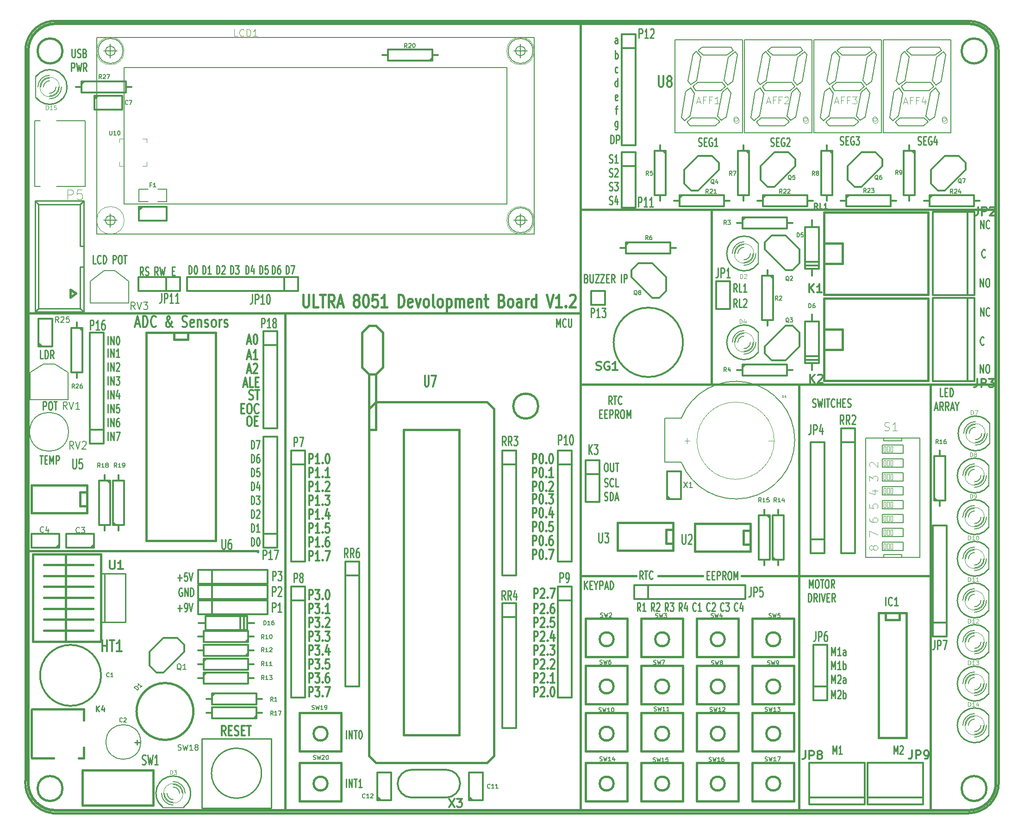
<source format=gto>
G04 #@! TF.FileFunction,Legend,Top*
%FSLAX46Y46*%
G04 Gerber Fmt 4.6, Leading zero omitted, Abs format (unit mm)*
G04 Created by KiCad (PCBNEW 4.0.4-stable) date 12/07/16 10:34:09*
%MOMM*%
%LPD*%
G01*
G04 APERTURE LIST*
%ADD10C,0.150000*%
%ADD11C,0.304800*%
%ADD12C,0.381000*%
%ADD13C,0.254000*%
%ADD14C,0.444500*%
%ADD15C,0.500000*%
%ADD16C,0.127000*%
%ADD17C,0.203200*%
%ADD18C,0.076200*%
%ADD19C,0.152400*%
%ADD20C,0.066040*%
%ADD21C,0.063500*%
%ADD22C,0.101600*%
%ADD23C,0.317500*%
%ADD24C,0.050800*%
%ADD25C,0.406400*%
%ADD26C,0.271780*%
%ADD27C,0.190500*%
%ADD28C,0.285750*%
%ADD29C,0.287020*%
%ADD30C,0.088900*%
%ADD31C,0.269240*%
G04 APERTURE END LIST*
D10*
D11*
X73533286Y-144894238D02*
X73533286Y-142862238D01*
X73533286Y-143829857D02*
X74404143Y-143829857D01*
X74404143Y-144894238D02*
X74404143Y-142862238D01*
X74912143Y-142862238D02*
X75783000Y-142862238D01*
X75347571Y-144894238D02*
X75347571Y-142862238D01*
X77089286Y-144894238D02*
X76218429Y-144894238D01*
X76653857Y-144894238D02*
X76653857Y-142862238D01*
X76508714Y-143152524D01*
X76363572Y-143346048D01*
X76218429Y-143442810D01*
X175313857Y-39587238D02*
X175313857Y-41232190D01*
X175386429Y-41425714D01*
X175459000Y-41522476D01*
X175604143Y-41619238D01*
X175894429Y-41619238D01*
X176039571Y-41522476D01*
X176112143Y-41425714D01*
X176184714Y-41232190D01*
X176184714Y-39587238D01*
X177128142Y-40458095D02*
X176983000Y-40361333D01*
X176910428Y-40264571D01*
X176837857Y-40071048D01*
X176837857Y-39974286D01*
X176910428Y-39780762D01*
X176983000Y-39684000D01*
X177128142Y-39587238D01*
X177418428Y-39587238D01*
X177563571Y-39684000D01*
X177636142Y-39780762D01*
X177708714Y-39974286D01*
X177708714Y-40071048D01*
X177636142Y-40264571D01*
X177563571Y-40361333D01*
X177418428Y-40458095D01*
X177128142Y-40458095D01*
X176983000Y-40554857D01*
X176910428Y-40651619D01*
X176837857Y-40845143D01*
X176837857Y-41232190D01*
X176910428Y-41425714D01*
X176983000Y-41522476D01*
X177128142Y-41619238D01*
X177418428Y-41619238D01*
X177563571Y-41522476D01*
X177636142Y-41425714D01*
X177708714Y-41232190D01*
X177708714Y-40845143D01*
X177636142Y-40651619D01*
X177563571Y-40554857D01*
X177418428Y-40458095D01*
X79620429Y-84963667D02*
X80346143Y-84963667D01*
X79475286Y-85544238D02*
X79983286Y-83512238D01*
X80491286Y-85544238D01*
X80999286Y-85544238D02*
X80999286Y-83512238D01*
X81362143Y-83512238D01*
X81579858Y-83609000D01*
X81725000Y-83802524D01*
X81797572Y-83996048D01*
X81870143Y-84383095D01*
X81870143Y-84673381D01*
X81797572Y-85060429D01*
X81725000Y-85253952D01*
X81579858Y-85447476D01*
X81362143Y-85544238D01*
X80999286Y-85544238D01*
X83394143Y-85350714D02*
X83321572Y-85447476D01*
X83103858Y-85544238D01*
X82958715Y-85544238D01*
X82741000Y-85447476D01*
X82595858Y-85253952D01*
X82523286Y-85060429D01*
X82450715Y-84673381D01*
X82450715Y-84383095D01*
X82523286Y-83996048D01*
X82595858Y-83802524D01*
X82741000Y-83609000D01*
X82958715Y-83512238D01*
X83103858Y-83512238D01*
X83321572Y-83609000D01*
X83394143Y-83705762D01*
X86442143Y-85544238D02*
X86369572Y-85544238D01*
X86224429Y-85447476D01*
X86006715Y-85157190D01*
X85643858Y-84576619D01*
X85498715Y-84286333D01*
X85426143Y-83996048D01*
X85426143Y-83802524D01*
X85498715Y-83609000D01*
X85643858Y-83512238D01*
X85716429Y-83512238D01*
X85861572Y-83609000D01*
X85934143Y-83802524D01*
X85934143Y-83899286D01*
X85861572Y-84092810D01*
X85789001Y-84189571D01*
X85353572Y-84576619D01*
X85281001Y-84673381D01*
X85208429Y-84866905D01*
X85208429Y-85157190D01*
X85281001Y-85350714D01*
X85353572Y-85447476D01*
X85498715Y-85544238D01*
X85716429Y-85544238D01*
X85861572Y-85447476D01*
X85934143Y-85350714D01*
X86151858Y-84963667D01*
X86224429Y-84673381D01*
X86224429Y-84479857D01*
X88183858Y-85447476D02*
X88401572Y-85544238D01*
X88764429Y-85544238D01*
X88909572Y-85447476D01*
X88982143Y-85350714D01*
X89054715Y-85157190D01*
X89054715Y-84963667D01*
X88982143Y-84770143D01*
X88909572Y-84673381D01*
X88764429Y-84576619D01*
X88474143Y-84479857D01*
X88329001Y-84383095D01*
X88256429Y-84286333D01*
X88183858Y-84092810D01*
X88183858Y-83899286D01*
X88256429Y-83705762D01*
X88329001Y-83609000D01*
X88474143Y-83512238D01*
X88837001Y-83512238D01*
X89054715Y-83609000D01*
X90288430Y-85447476D02*
X90143287Y-85544238D01*
X89853001Y-85544238D01*
X89707858Y-85447476D01*
X89635287Y-85253952D01*
X89635287Y-84479857D01*
X89707858Y-84286333D01*
X89853001Y-84189571D01*
X90143287Y-84189571D01*
X90288430Y-84286333D01*
X90361001Y-84479857D01*
X90361001Y-84673381D01*
X89635287Y-84866905D01*
X91014144Y-84189571D02*
X91014144Y-85544238D01*
X91014144Y-84383095D02*
X91086716Y-84286333D01*
X91231858Y-84189571D01*
X91449573Y-84189571D01*
X91594716Y-84286333D01*
X91667287Y-84479857D01*
X91667287Y-85544238D01*
X92320430Y-85447476D02*
X92465573Y-85544238D01*
X92755858Y-85544238D01*
X92901001Y-85447476D01*
X92973573Y-85253952D01*
X92973573Y-85157190D01*
X92901001Y-84963667D01*
X92755858Y-84866905D01*
X92538144Y-84866905D01*
X92393001Y-84770143D01*
X92320430Y-84576619D01*
X92320430Y-84479857D01*
X92393001Y-84286333D01*
X92538144Y-84189571D01*
X92755858Y-84189571D01*
X92901001Y-84286333D01*
X93844429Y-85544238D02*
X93699287Y-85447476D01*
X93626715Y-85350714D01*
X93554144Y-85157190D01*
X93554144Y-84576619D01*
X93626715Y-84383095D01*
X93699287Y-84286333D01*
X93844429Y-84189571D01*
X94062144Y-84189571D01*
X94207287Y-84286333D01*
X94279858Y-84383095D01*
X94352429Y-84576619D01*
X94352429Y-85157190D01*
X94279858Y-85350714D01*
X94207287Y-85447476D01*
X94062144Y-85544238D01*
X93844429Y-85544238D01*
X95005572Y-85544238D02*
X95005572Y-84189571D01*
X95005572Y-84576619D02*
X95078144Y-84383095D01*
X95150715Y-84286333D01*
X95295858Y-84189571D01*
X95441001Y-84189571D01*
X95876430Y-85447476D02*
X96021573Y-85544238D01*
X96311858Y-85544238D01*
X96457001Y-85447476D01*
X96529573Y-85253952D01*
X96529573Y-85157190D01*
X96457001Y-84963667D01*
X96311858Y-84866905D01*
X96094144Y-84866905D01*
X95949001Y-84770143D01*
X95876430Y-84576619D01*
X95876430Y-84479857D01*
X95949001Y-84286333D01*
X96094144Y-84189571D01*
X96311858Y-84189571D01*
X96457001Y-84286333D01*
D12*
X102000000Y-126550000D02*
X102000000Y-126700000D01*
X60025000Y-126550000D02*
X102000000Y-126550000D01*
D13*
X72350691Y-73904929D02*
X71866882Y-73904929D01*
X71866882Y-72380929D01*
X73269929Y-73759786D02*
X73221548Y-73832357D01*
X73076405Y-73904929D01*
X72979643Y-73904929D01*
X72834501Y-73832357D01*
X72737739Y-73687214D01*
X72689358Y-73542071D01*
X72640977Y-73251786D01*
X72640977Y-73034071D01*
X72689358Y-72743786D01*
X72737739Y-72598643D01*
X72834501Y-72453500D01*
X72979643Y-72380929D01*
X73076405Y-72380929D01*
X73221548Y-72453500D01*
X73269929Y-72526071D01*
X73705358Y-73904929D02*
X73705358Y-72380929D01*
X73947263Y-72380929D01*
X74092405Y-72453500D01*
X74189167Y-72598643D01*
X74237548Y-72743786D01*
X74285929Y-73034071D01*
X74285929Y-73251786D01*
X74237548Y-73542071D01*
X74189167Y-73687214D01*
X74092405Y-73832357D01*
X73947263Y-73904929D01*
X73705358Y-73904929D01*
X75495453Y-73904929D02*
X75495453Y-72380929D01*
X75882500Y-72380929D01*
X75979262Y-72453500D01*
X76027643Y-72526071D01*
X76076024Y-72671214D01*
X76076024Y-72888929D01*
X76027643Y-73034071D01*
X75979262Y-73106643D01*
X75882500Y-73179214D01*
X75495453Y-73179214D01*
X76704977Y-72380929D02*
X76898500Y-72380929D01*
X76995262Y-72453500D01*
X77092024Y-72598643D01*
X77140405Y-72888929D01*
X77140405Y-73396929D01*
X77092024Y-73687214D01*
X76995262Y-73832357D01*
X76898500Y-73904929D01*
X76704977Y-73904929D01*
X76608215Y-73832357D01*
X76511453Y-73687214D01*
X76463072Y-73396929D01*
X76463072Y-72888929D01*
X76511453Y-72598643D01*
X76608215Y-72453500D01*
X76704977Y-72380929D01*
X77430691Y-72380929D02*
X78011262Y-72380929D01*
X77720977Y-73904929D02*
X77720977Y-72380929D01*
D12*
X59500000Y-34500000D02*
X59500000Y-168500000D01*
X232000000Y-29500000D02*
X65500000Y-29500000D01*
X237500000Y-169000000D02*
X237500000Y-35000000D01*
X64500000Y-174500000D02*
X232000000Y-174500000D01*
X59500000Y-168500000D02*
G75*
G03X64500000Y-174500000I5500000J-500000D01*
G01*
X65500000Y-29500000D02*
G75*
G03X59500000Y-34500000I-500000J-5500000D01*
G01*
X237500000Y-35000000D02*
G75*
G03X232000000Y-29500000I-5500000J0D01*
G01*
X232000000Y-174500000D02*
G75*
G03X237500000Y-169000000I0J5500000D01*
G01*
D13*
X156609143Y-85525429D02*
X156609143Y-84001429D01*
X156947809Y-85090000D01*
X157286476Y-84001429D01*
X157286476Y-85525429D01*
X158350857Y-85380286D02*
X158302476Y-85452857D01*
X158157333Y-85525429D01*
X158060571Y-85525429D01*
X157915429Y-85452857D01*
X157818667Y-85307714D01*
X157770286Y-85162571D01*
X157721905Y-84872286D01*
X157721905Y-84654571D01*
X157770286Y-84364286D01*
X157818667Y-84219143D01*
X157915429Y-84074000D01*
X158060571Y-84001429D01*
X158157333Y-84001429D01*
X158302476Y-84074000D01*
X158350857Y-84146571D01*
X158786286Y-84001429D02*
X158786286Y-85235143D01*
X158834667Y-85380286D01*
X158883048Y-85452857D01*
X158979810Y-85525429D01*
X159173333Y-85525429D01*
X159270095Y-85452857D01*
X159318476Y-85380286D01*
X159366857Y-85235143D01*
X159366857Y-84001429D01*
X161725429Y-133531429D02*
X161725429Y-132007429D01*
X162306000Y-133531429D02*
X161870572Y-132660571D01*
X162306000Y-132007429D02*
X161725429Y-132878286D01*
X162741429Y-132733143D02*
X163080095Y-132733143D01*
X163225238Y-133531429D02*
X162741429Y-133531429D01*
X162741429Y-132007429D01*
X163225238Y-132007429D01*
X163854191Y-132805714D02*
X163854191Y-133531429D01*
X163515524Y-132007429D02*
X163854191Y-132805714D01*
X164192857Y-132007429D01*
X164531524Y-133531429D02*
X164531524Y-132007429D01*
X164918571Y-132007429D01*
X165015333Y-132080000D01*
X165063714Y-132152571D01*
X165112095Y-132297714D01*
X165112095Y-132515429D01*
X165063714Y-132660571D01*
X165015333Y-132733143D01*
X164918571Y-132805714D01*
X164531524Y-132805714D01*
X165499143Y-133096000D02*
X165982952Y-133096000D01*
X165402381Y-133531429D02*
X165741048Y-132007429D01*
X166079714Y-133531429D01*
X166418381Y-133531429D02*
X166418381Y-132007429D01*
X166660286Y-132007429D01*
X166805428Y-132080000D01*
X166902190Y-132225143D01*
X166950571Y-132370286D01*
X166998952Y-132660571D01*
X166998952Y-132878286D01*
X166950571Y-133168571D01*
X166902190Y-133313714D01*
X166805428Y-133458857D01*
X166660286Y-133531429D01*
X166418381Y-133531429D01*
X165608001Y-110417429D02*
X165801524Y-110417429D01*
X165898286Y-110490000D01*
X165995048Y-110635143D01*
X166043429Y-110925429D01*
X166043429Y-111433429D01*
X165995048Y-111723714D01*
X165898286Y-111868857D01*
X165801524Y-111941429D01*
X165608001Y-111941429D01*
X165511239Y-111868857D01*
X165414477Y-111723714D01*
X165366096Y-111433429D01*
X165366096Y-110925429D01*
X165414477Y-110635143D01*
X165511239Y-110490000D01*
X165608001Y-110417429D01*
X166478858Y-110417429D02*
X166478858Y-111651143D01*
X166527239Y-111796286D01*
X166575620Y-111868857D01*
X166672382Y-111941429D01*
X166865905Y-111941429D01*
X166962667Y-111868857D01*
X167011048Y-111796286D01*
X167059429Y-111651143D01*
X167059429Y-110417429D01*
X167398096Y-110417429D02*
X167978667Y-110417429D01*
X167688382Y-111941429D02*
X167688382Y-110417429D01*
X165414477Y-114662857D02*
X165559620Y-114735429D01*
X165801524Y-114735429D01*
X165898286Y-114662857D01*
X165946667Y-114590286D01*
X165995048Y-114445143D01*
X165995048Y-114300000D01*
X165946667Y-114154857D01*
X165898286Y-114082286D01*
X165801524Y-114009714D01*
X165608001Y-113937143D01*
X165511239Y-113864571D01*
X165462858Y-113792000D01*
X165414477Y-113646857D01*
X165414477Y-113501714D01*
X165462858Y-113356571D01*
X165511239Y-113284000D01*
X165608001Y-113211429D01*
X165849905Y-113211429D01*
X165995048Y-113284000D01*
X167011048Y-114590286D02*
X166962667Y-114662857D01*
X166817524Y-114735429D01*
X166720762Y-114735429D01*
X166575620Y-114662857D01*
X166478858Y-114517714D01*
X166430477Y-114372571D01*
X166382096Y-114082286D01*
X166382096Y-113864571D01*
X166430477Y-113574286D01*
X166478858Y-113429143D01*
X166575620Y-113284000D01*
X166720762Y-113211429D01*
X166817524Y-113211429D01*
X166962667Y-113284000D01*
X167011048Y-113356571D01*
X167930286Y-114735429D02*
X167446477Y-114735429D01*
X167446477Y-113211429D01*
X165390286Y-117202857D02*
X165535429Y-117275429D01*
X165777333Y-117275429D01*
X165874095Y-117202857D01*
X165922476Y-117130286D01*
X165970857Y-116985143D01*
X165970857Y-116840000D01*
X165922476Y-116694857D01*
X165874095Y-116622286D01*
X165777333Y-116549714D01*
X165583810Y-116477143D01*
X165487048Y-116404571D01*
X165438667Y-116332000D01*
X165390286Y-116186857D01*
X165390286Y-116041714D01*
X165438667Y-115896571D01*
X165487048Y-115824000D01*
X165583810Y-115751429D01*
X165825714Y-115751429D01*
X165970857Y-115824000D01*
X166406286Y-117275429D02*
X166406286Y-115751429D01*
X166648191Y-115751429D01*
X166793333Y-115824000D01*
X166890095Y-115969143D01*
X166938476Y-116114286D01*
X166986857Y-116404571D01*
X166986857Y-116622286D01*
X166938476Y-116912571D01*
X166890095Y-117057714D01*
X166793333Y-117202857D01*
X166648191Y-117275429D01*
X166406286Y-117275429D01*
X167373905Y-116840000D02*
X167857714Y-116840000D01*
X167277143Y-117275429D02*
X167615810Y-115751429D01*
X167954476Y-117275429D01*
D12*
X190500000Y-131064000D02*
X225044000Y-131064000D01*
X175260000Y-131064000D02*
X183388000Y-131064000D01*
X161036000Y-131064000D02*
X171196000Y-131064000D01*
D14*
X110278332Y-79583643D02*
X110278332Y-81434214D01*
X110362999Y-81651929D01*
X110447666Y-81760786D01*
X110616999Y-81869643D01*
X110955666Y-81869643D01*
X111124999Y-81760786D01*
X111209666Y-81651929D01*
X111294332Y-81434214D01*
X111294332Y-79583643D01*
X112987666Y-81869643D02*
X112140999Y-81869643D01*
X112140999Y-79583643D01*
X113326332Y-79583643D02*
X114342332Y-79583643D01*
X113834332Y-81869643D02*
X113834332Y-79583643D01*
X115950999Y-81869643D02*
X115358333Y-80781071D01*
X114934999Y-81869643D02*
X114934999Y-79583643D01*
X115612333Y-79583643D01*
X115781666Y-79692500D01*
X115866333Y-79801357D01*
X115950999Y-80019071D01*
X115950999Y-80345643D01*
X115866333Y-80563357D01*
X115781666Y-80672214D01*
X115612333Y-80781071D01*
X114934999Y-80781071D01*
X116628333Y-81216500D02*
X117474999Y-81216500D01*
X116458999Y-81869643D02*
X117051666Y-79583643D01*
X117644333Y-81869643D01*
X119845666Y-80563357D02*
X119676333Y-80454500D01*
X119591666Y-80345643D01*
X119507000Y-80127929D01*
X119507000Y-80019071D01*
X119591666Y-79801357D01*
X119676333Y-79692500D01*
X119845666Y-79583643D01*
X120184333Y-79583643D01*
X120353666Y-79692500D01*
X120438333Y-79801357D01*
X120523000Y-80019071D01*
X120523000Y-80127929D01*
X120438333Y-80345643D01*
X120353666Y-80454500D01*
X120184333Y-80563357D01*
X119845666Y-80563357D01*
X119676333Y-80672214D01*
X119591666Y-80781071D01*
X119507000Y-80998786D01*
X119507000Y-81434214D01*
X119591666Y-81651929D01*
X119676333Y-81760786D01*
X119845666Y-81869643D01*
X120184333Y-81869643D01*
X120353666Y-81760786D01*
X120438333Y-81651929D01*
X120523000Y-81434214D01*
X120523000Y-80998786D01*
X120438333Y-80781071D01*
X120353666Y-80672214D01*
X120184333Y-80563357D01*
X121623666Y-79583643D02*
X121792999Y-79583643D01*
X121962333Y-79692500D01*
X122046999Y-79801357D01*
X122131666Y-80019071D01*
X122216333Y-80454500D01*
X122216333Y-80998786D01*
X122131666Y-81434214D01*
X122046999Y-81651929D01*
X121962333Y-81760786D01*
X121792999Y-81869643D01*
X121623666Y-81869643D01*
X121454333Y-81760786D01*
X121369666Y-81651929D01*
X121284999Y-81434214D01*
X121200333Y-80998786D01*
X121200333Y-80454500D01*
X121284999Y-80019071D01*
X121369666Y-79801357D01*
X121454333Y-79692500D01*
X121623666Y-79583643D01*
X123824999Y-79583643D02*
X122978332Y-79583643D01*
X122893666Y-80672214D01*
X122978332Y-80563357D01*
X123147666Y-80454500D01*
X123570999Y-80454500D01*
X123740332Y-80563357D01*
X123824999Y-80672214D01*
X123909666Y-80889929D01*
X123909666Y-81434214D01*
X123824999Y-81651929D01*
X123740332Y-81760786D01*
X123570999Y-81869643D01*
X123147666Y-81869643D01*
X122978332Y-81760786D01*
X122893666Y-81651929D01*
X125602999Y-81869643D02*
X124586999Y-81869643D01*
X125094999Y-81869643D02*
X125094999Y-79583643D01*
X124925665Y-79910214D01*
X124756332Y-80127929D01*
X124586999Y-80236786D01*
X127719665Y-81869643D02*
X127719665Y-79583643D01*
X128142999Y-79583643D01*
X128396999Y-79692500D01*
X128566332Y-79910214D01*
X128650999Y-80127929D01*
X128735665Y-80563357D01*
X128735665Y-80889929D01*
X128650999Y-81325357D01*
X128566332Y-81543071D01*
X128396999Y-81760786D01*
X128142999Y-81869643D01*
X127719665Y-81869643D01*
X130174999Y-81760786D02*
X130005665Y-81869643D01*
X129666999Y-81869643D01*
X129497665Y-81760786D01*
X129412999Y-81543071D01*
X129412999Y-80672214D01*
X129497665Y-80454500D01*
X129666999Y-80345643D01*
X130005665Y-80345643D01*
X130174999Y-80454500D01*
X130259665Y-80672214D01*
X130259665Y-80889929D01*
X129412999Y-81107643D01*
X130852332Y-80345643D02*
X131275665Y-81869643D01*
X131698999Y-80345643D01*
X132630332Y-81869643D02*
X132460999Y-81760786D01*
X132376332Y-81651929D01*
X132291666Y-81434214D01*
X132291666Y-80781071D01*
X132376332Y-80563357D01*
X132460999Y-80454500D01*
X132630332Y-80345643D01*
X132884332Y-80345643D01*
X133053666Y-80454500D01*
X133138332Y-80563357D01*
X133222999Y-80781071D01*
X133222999Y-81434214D01*
X133138332Y-81651929D01*
X133053666Y-81760786D01*
X132884332Y-81869643D01*
X132630332Y-81869643D01*
X134238999Y-81869643D02*
X134069666Y-81760786D01*
X133984999Y-81543071D01*
X133984999Y-79583643D01*
X135170332Y-81869643D02*
X135000999Y-81760786D01*
X134916332Y-81651929D01*
X134831666Y-81434214D01*
X134831666Y-80781071D01*
X134916332Y-80563357D01*
X135000999Y-80454500D01*
X135170332Y-80345643D01*
X135424332Y-80345643D01*
X135593666Y-80454500D01*
X135678332Y-80563357D01*
X135762999Y-80781071D01*
X135762999Y-81434214D01*
X135678332Y-81651929D01*
X135593666Y-81760786D01*
X135424332Y-81869643D01*
X135170332Y-81869643D01*
X136524999Y-80345643D02*
X136524999Y-82631643D01*
X136524999Y-80454500D02*
X136694333Y-80345643D01*
X137032999Y-80345643D01*
X137202333Y-80454500D01*
X137286999Y-80563357D01*
X137371666Y-80781071D01*
X137371666Y-81434214D01*
X137286999Y-81651929D01*
X137202333Y-81760786D01*
X137032999Y-81869643D01*
X136694333Y-81869643D01*
X136524999Y-81760786D01*
X138133666Y-81869643D02*
X138133666Y-80345643D01*
X138133666Y-80563357D02*
X138218333Y-80454500D01*
X138387666Y-80345643D01*
X138641666Y-80345643D01*
X138811000Y-80454500D01*
X138895666Y-80672214D01*
X138895666Y-81869643D01*
X138895666Y-80672214D02*
X138980333Y-80454500D01*
X139149666Y-80345643D01*
X139403666Y-80345643D01*
X139573000Y-80454500D01*
X139657666Y-80672214D01*
X139657666Y-81869643D01*
X141181667Y-81760786D02*
X141012333Y-81869643D01*
X140673667Y-81869643D01*
X140504333Y-81760786D01*
X140419667Y-81543071D01*
X140419667Y-80672214D01*
X140504333Y-80454500D01*
X140673667Y-80345643D01*
X141012333Y-80345643D01*
X141181667Y-80454500D01*
X141266333Y-80672214D01*
X141266333Y-80889929D01*
X140419667Y-81107643D01*
X142028333Y-80345643D02*
X142028333Y-81869643D01*
X142028333Y-80563357D02*
X142113000Y-80454500D01*
X142282333Y-80345643D01*
X142536333Y-80345643D01*
X142705667Y-80454500D01*
X142790333Y-80672214D01*
X142790333Y-81869643D01*
X143383000Y-80345643D02*
X144060334Y-80345643D01*
X143637000Y-79583643D02*
X143637000Y-81543071D01*
X143721667Y-81760786D01*
X143891000Y-81869643D01*
X144060334Y-81869643D01*
X146600334Y-80672214D02*
X146854334Y-80781071D01*
X146939001Y-80889929D01*
X147023667Y-81107643D01*
X147023667Y-81434214D01*
X146939001Y-81651929D01*
X146854334Y-81760786D01*
X146685001Y-81869643D01*
X146007667Y-81869643D01*
X146007667Y-79583643D01*
X146600334Y-79583643D01*
X146769667Y-79692500D01*
X146854334Y-79801357D01*
X146939001Y-80019071D01*
X146939001Y-80236786D01*
X146854334Y-80454500D01*
X146769667Y-80563357D01*
X146600334Y-80672214D01*
X146007667Y-80672214D01*
X148039667Y-81869643D02*
X147870334Y-81760786D01*
X147785667Y-81651929D01*
X147701001Y-81434214D01*
X147701001Y-80781071D01*
X147785667Y-80563357D01*
X147870334Y-80454500D01*
X148039667Y-80345643D01*
X148293667Y-80345643D01*
X148463001Y-80454500D01*
X148547667Y-80563357D01*
X148632334Y-80781071D01*
X148632334Y-81434214D01*
X148547667Y-81651929D01*
X148463001Y-81760786D01*
X148293667Y-81869643D01*
X148039667Y-81869643D01*
X150156334Y-81869643D02*
X150156334Y-80672214D01*
X150071668Y-80454500D01*
X149902334Y-80345643D01*
X149563668Y-80345643D01*
X149394334Y-80454500D01*
X150156334Y-81760786D02*
X149987001Y-81869643D01*
X149563668Y-81869643D01*
X149394334Y-81760786D01*
X149309668Y-81543071D01*
X149309668Y-81325357D01*
X149394334Y-81107643D01*
X149563668Y-80998786D01*
X149987001Y-80998786D01*
X150156334Y-80889929D01*
X151003001Y-81869643D02*
X151003001Y-80345643D01*
X151003001Y-80781071D02*
X151087668Y-80563357D01*
X151172335Y-80454500D01*
X151341668Y-80345643D01*
X151511001Y-80345643D01*
X152865668Y-81869643D02*
X152865668Y-79583643D01*
X152865668Y-81760786D02*
X152696335Y-81869643D01*
X152357668Y-81869643D01*
X152188335Y-81760786D01*
X152103668Y-81651929D01*
X152019002Y-81434214D01*
X152019002Y-80781071D01*
X152103668Y-80563357D01*
X152188335Y-80454500D01*
X152357668Y-80345643D01*
X152696335Y-80345643D01*
X152865668Y-80454500D01*
X154813002Y-79583643D02*
X155405669Y-81869643D01*
X155998336Y-79583643D01*
X157522336Y-81869643D02*
X156506336Y-81869643D01*
X157014336Y-81869643D02*
X157014336Y-79583643D01*
X156845002Y-79910214D01*
X156675669Y-80127929D01*
X156506336Y-80236786D01*
X158284335Y-81651929D02*
X158369002Y-81760786D01*
X158284335Y-81869643D01*
X158199669Y-81760786D01*
X158284335Y-81651929D01*
X158284335Y-81869643D01*
X159046336Y-79801357D02*
X159131002Y-79692500D01*
X159300336Y-79583643D01*
X159723669Y-79583643D01*
X159893002Y-79692500D01*
X159977669Y-79801357D01*
X160062336Y-80019071D01*
X160062336Y-80236786D01*
X159977669Y-80563357D01*
X158961669Y-81869643D01*
X160062336Y-81869643D01*
D15*
X60000000Y-169000000D02*
X60000000Y-35000000D01*
X232000000Y-174000000D02*
X65000000Y-174000000D01*
X237000000Y-35000000D02*
X237000000Y-169000000D01*
X65000000Y-30000000D02*
X232000000Y-30000000D01*
X232000000Y-174000000D02*
G75*
G03X237000000Y-169000000I0J5000000D01*
G01*
X237000000Y-35000000D02*
G75*
G03X232000000Y-30000000I-5000000J0D01*
G01*
X65000000Y-30000000D02*
G75*
G03X60000000Y-35000000I0J-5000000D01*
G01*
X60000000Y-169000000D02*
G75*
G03X65000000Y-174000000I5000000J0D01*
G01*
D13*
X87339715Y-137014857D02*
X88113810Y-137014857D01*
X87726762Y-137595429D02*
X87726762Y-136434286D01*
X88646001Y-137595429D02*
X88839525Y-137595429D01*
X88936286Y-137522857D01*
X88984667Y-137450286D01*
X89081429Y-137232571D01*
X89129810Y-136942286D01*
X89129810Y-136361714D01*
X89081429Y-136216571D01*
X89033048Y-136144000D01*
X88936286Y-136071429D01*
X88742763Y-136071429D01*
X88646001Y-136144000D01*
X88597620Y-136216571D01*
X88549239Y-136361714D01*
X88549239Y-136724571D01*
X88597620Y-136869714D01*
X88646001Y-136942286D01*
X88742763Y-137014857D01*
X88936286Y-137014857D01*
X89033048Y-136942286D01*
X89081429Y-136869714D01*
X89129810Y-136724571D01*
X89420096Y-136071429D02*
X89758763Y-137595429D01*
X90097429Y-136071429D01*
X88125905Y-133350000D02*
X88029143Y-133277429D01*
X87884000Y-133277429D01*
X87738858Y-133350000D01*
X87642096Y-133495143D01*
X87593715Y-133640286D01*
X87545334Y-133930571D01*
X87545334Y-134148286D01*
X87593715Y-134438571D01*
X87642096Y-134583714D01*
X87738858Y-134728857D01*
X87884000Y-134801429D01*
X87980762Y-134801429D01*
X88125905Y-134728857D01*
X88174286Y-134656286D01*
X88174286Y-134148286D01*
X87980762Y-134148286D01*
X88609715Y-134801429D02*
X88609715Y-133277429D01*
X89190286Y-134801429D01*
X89190286Y-133277429D01*
X89674096Y-134801429D02*
X89674096Y-133277429D01*
X89916001Y-133277429D01*
X90061143Y-133350000D01*
X90157905Y-133495143D01*
X90206286Y-133640286D01*
X90254667Y-133930571D01*
X90254667Y-134148286D01*
X90206286Y-134438571D01*
X90157905Y-134583714D01*
X90061143Y-134728857D01*
X89916001Y-134801429D01*
X89674096Y-134801429D01*
X87339715Y-131426857D02*
X88113810Y-131426857D01*
X87726762Y-132007429D02*
X87726762Y-130846286D01*
X89081429Y-130483429D02*
X88597620Y-130483429D01*
X88549239Y-131209143D01*
X88597620Y-131136571D01*
X88694382Y-131064000D01*
X88936286Y-131064000D01*
X89033048Y-131136571D01*
X89081429Y-131209143D01*
X89129810Y-131354286D01*
X89129810Y-131717143D01*
X89081429Y-131862286D01*
X89033048Y-131934857D01*
X88936286Y-132007429D01*
X88694382Y-132007429D01*
X88597620Y-131934857D01*
X88549239Y-131862286D01*
X89420096Y-130483429D02*
X89758763Y-132007429D01*
X90097429Y-130483429D01*
D12*
X225000000Y-131000000D02*
X225000000Y-96000000D01*
D13*
X234151715Y-83493429D02*
X234151715Y-81969429D01*
X234732286Y-83493429D01*
X234732286Y-81969429D01*
X235796667Y-83348286D02*
X235748286Y-83420857D01*
X235603143Y-83493429D01*
X235506381Y-83493429D01*
X235361239Y-83420857D01*
X235264477Y-83275714D01*
X235216096Y-83130571D01*
X235167715Y-82840286D01*
X235167715Y-82622571D01*
X235216096Y-82332286D01*
X235264477Y-82187143D01*
X235361239Y-82042000D01*
X235506381Y-81969429D01*
X235603143Y-81969429D01*
X235748286Y-82042000D01*
X235796667Y-82114571D01*
X234756476Y-88682286D02*
X234708095Y-88754857D01*
X234562952Y-88827429D01*
X234466190Y-88827429D01*
X234321048Y-88754857D01*
X234224286Y-88609714D01*
X234175905Y-88464571D01*
X234127524Y-88174286D01*
X234127524Y-87956571D01*
X234175905Y-87666286D01*
X234224286Y-87521143D01*
X234321048Y-87376000D01*
X234466190Y-87303429D01*
X234562952Y-87303429D01*
X234708095Y-87376000D01*
X234756476Y-87448571D01*
X234127524Y-93907429D02*
X234127524Y-92383429D01*
X234708095Y-93907429D01*
X234708095Y-92383429D01*
X235385429Y-92383429D02*
X235578952Y-92383429D01*
X235675714Y-92456000D01*
X235772476Y-92601143D01*
X235820857Y-92891429D01*
X235820857Y-93399429D01*
X235772476Y-93689714D01*
X235675714Y-93834857D01*
X235578952Y-93907429D01*
X235385429Y-93907429D01*
X235288667Y-93834857D01*
X235191905Y-93689714D01*
X235143524Y-93399429D01*
X235143524Y-92891429D01*
X235191905Y-92601143D01*
X235288667Y-92456000D01*
X235385429Y-92383429D01*
X234127524Y-78159429D02*
X234127524Y-76635429D01*
X234708095Y-78159429D01*
X234708095Y-76635429D01*
X235385429Y-76635429D02*
X235578952Y-76635429D01*
X235675714Y-76708000D01*
X235772476Y-76853143D01*
X235820857Y-77143429D01*
X235820857Y-77651429D01*
X235772476Y-77941714D01*
X235675714Y-78086857D01*
X235578952Y-78159429D01*
X235385429Y-78159429D01*
X235288667Y-78086857D01*
X235191905Y-77941714D01*
X235143524Y-77651429D01*
X235143524Y-77143429D01*
X235191905Y-76853143D01*
X235288667Y-76708000D01*
X235385429Y-76635429D01*
X235010476Y-72680286D02*
X234962095Y-72752857D01*
X234816952Y-72825429D01*
X234720190Y-72825429D01*
X234575048Y-72752857D01*
X234478286Y-72607714D01*
X234429905Y-72462571D01*
X234381524Y-72172286D01*
X234381524Y-71954571D01*
X234429905Y-71664286D01*
X234478286Y-71519143D01*
X234575048Y-71374000D01*
X234720190Y-71301429D01*
X234816952Y-71301429D01*
X234962095Y-71374000D01*
X235010476Y-71446571D01*
X234151715Y-67491429D02*
X234151715Y-65967429D01*
X234732286Y-67491429D01*
X234732286Y-65967429D01*
X235796667Y-67346286D02*
X235748286Y-67418857D01*
X235603143Y-67491429D01*
X235506381Y-67491429D01*
X235361239Y-67418857D01*
X235264477Y-67273714D01*
X235216096Y-67128571D01*
X235167715Y-66838286D01*
X235167715Y-66620571D01*
X235216096Y-66330286D01*
X235264477Y-66185143D01*
X235361239Y-66040000D01*
X235506381Y-65967429D01*
X235603143Y-65967429D01*
X235748286Y-66040000D01*
X235796667Y-66112571D01*
D12*
X107000000Y-83000000D02*
X107000000Y-174000000D01*
X161000000Y-83000000D02*
X60000000Y-83000000D01*
X185000000Y-96000000D02*
X185000000Y-64000000D01*
X237000000Y-64000000D02*
X161000000Y-64000000D01*
X201000000Y-96000000D02*
X161000000Y-96000000D01*
X161000000Y-131000000D02*
X161000000Y-30000000D01*
X201000000Y-96000000D02*
X237000000Y-96000000D01*
X201000000Y-131000000D02*
X201000000Y-96000000D01*
X201000000Y-174000000D02*
X201000000Y-131000000D01*
X225000000Y-131000000D02*
X225000000Y-174000000D01*
X161000000Y-174000000D02*
X161000000Y-131000000D01*
D13*
X227311857Y-98225429D02*
X226828048Y-98225429D01*
X226828048Y-96701429D01*
X227650524Y-97427143D02*
X227989190Y-97427143D01*
X228134333Y-98225429D02*
X227650524Y-98225429D01*
X227650524Y-96701429D01*
X228134333Y-96701429D01*
X228569762Y-98225429D02*
X228569762Y-96701429D01*
X228811667Y-96701429D01*
X228956809Y-96774000D01*
X229053571Y-96919143D01*
X229101952Y-97064286D01*
X229150333Y-97354571D01*
X229150333Y-97572286D01*
X229101952Y-97862571D01*
X229053571Y-98007714D01*
X228956809Y-98152857D01*
X228811667Y-98225429D01*
X228569762Y-98225429D01*
X225836239Y-100330000D02*
X226320048Y-100330000D01*
X225739477Y-100765429D02*
X226078144Y-99241429D01*
X226416810Y-100765429D01*
X227336048Y-100765429D02*
X226997382Y-100039714D01*
X226755477Y-100765429D02*
X226755477Y-99241429D01*
X227142524Y-99241429D01*
X227239286Y-99314000D01*
X227287667Y-99386571D01*
X227336048Y-99531714D01*
X227336048Y-99749429D01*
X227287667Y-99894571D01*
X227239286Y-99967143D01*
X227142524Y-100039714D01*
X226755477Y-100039714D01*
X228352048Y-100765429D02*
X228013382Y-100039714D01*
X227771477Y-100765429D02*
X227771477Y-99241429D01*
X228158524Y-99241429D01*
X228255286Y-99314000D01*
X228303667Y-99386571D01*
X228352048Y-99531714D01*
X228352048Y-99749429D01*
X228303667Y-99894571D01*
X228255286Y-99967143D01*
X228158524Y-100039714D01*
X227771477Y-100039714D01*
X228739096Y-100330000D02*
X229222905Y-100330000D01*
X228642334Y-100765429D02*
X228981001Y-99241429D01*
X229319667Y-100765429D01*
X229851858Y-100039714D02*
X229851858Y-100765429D01*
X229513191Y-99241429D02*
X229851858Y-100039714D01*
X230190524Y-99241429D01*
X218313524Y-163693429D02*
X218313524Y-162169429D01*
X218652190Y-163258000D01*
X218990857Y-162169429D01*
X218990857Y-163693429D01*
X219426286Y-162314571D02*
X219474667Y-162242000D01*
X219571429Y-162169429D01*
X219813333Y-162169429D01*
X219910095Y-162242000D01*
X219958476Y-162314571D01*
X220006857Y-162459714D01*
X220006857Y-162604857D01*
X219958476Y-162822571D01*
X219377905Y-163693429D01*
X220006857Y-163693429D01*
X207137524Y-163693429D02*
X207137524Y-162169429D01*
X207476190Y-163258000D01*
X207814857Y-162169429D01*
X207814857Y-163693429D01*
X208830857Y-163693429D02*
X208250286Y-163693429D01*
X208540572Y-163693429D02*
X208540572Y-162169429D01*
X208443810Y-162387143D01*
X208347048Y-162532286D01*
X208250286Y-162604857D01*
X206931905Y-153533429D02*
X206931905Y-152009429D01*
X207270571Y-153098000D01*
X207609238Y-152009429D01*
X207609238Y-153533429D01*
X208044667Y-152154571D02*
X208093048Y-152082000D01*
X208189810Y-152009429D01*
X208431714Y-152009429D01*
X208528476Y-152082000D01*
X208576857Y-152154571D01*
X208625238Y-152299714D01*
X208625238Y-152444857D01*
X208576857Y-152662571D01*
X207996286Y-153533429D01*
X208625238Y-153533429D01*
X209060667Y-153533429D02*
X209060667Y-152009429D01*
X209060667Y-152590000D02*
X209157429Y-152517429D01*
X209350952Y-152517429D01*
X209447714Y-152590000D01*
X209496095Y-152662571D01*
X209544476Y-152807714D01*
X209544476Y-153243143D01*
X209496095Y-153388286D01*
X209447714Y-153460857D01*
X209350952Y-153533429D01*
X209157429Y-153533429D01*
X209060667Y-153460857D01*
X206931905Y-150739429D02*
X206931905Y-149215429D01*
X207270571Y-150304000D01*
X207609238Y-149215429D01*
X207609238Y-150739429D01*
X208044667Y-149360571D02*
X208093048Y-149288000D01*
X208189810Y-149215429D01*
X208431714Y-149215429D01*
X208528476Y-149288000D01*
X208576857Y-149360571D01*
X208625238Y-149505714D01*
X208625238Y-149650857D01*
X208576857Y-149868571D01*
X207996286Y-150739429D01*
X208625238Y-150739429D01*
X209496095Y-150739429D02*
X209496095Y-149941143D01*
X209447714Y-149796000D01*
X209350952Y-149723429D01*
X209157429Y-149723429D01*
X209060667Y-149796000D01*
X209496095Y-150666857D02*
X209399333Y-150739429D01*
X209157429Y-150739429D01*
X209060667Y-150666857D01*
X209012286Y-150521714D01*
X209012286Y-150376571D01*
X209060667Y-150231429D01*
X209157429Y-150158857D01*
X209399333Y-150158857D01*
X209496095Y-150086286D01*
X206931905Y-148199429D02*
X206931905Y-146675429D01*
X207270571Y-147764000D01*
X207609238Y-146675429D01*
X207609238Y-148199429D01*
X208625238Y-148199429D02*
X208044667Y-148199429D01*
X208334953Y-148199429D02*
X208334953Y-146675429D01*
X208238191Y-146893143D01*
X208141429Y-147038286D01*
X208044667Y-147110857D01*
X209060667Y-148199429D02*
X209060667Y-146675429D01*
X209060667Y-147256000D02*
X209157429Y-147183429D01*
X209350952Y-147183429D01*
X209447714Y-147256000D01*
X209496095Y-147328571D01*
X209544476Y-147473714D01*
X209544476Y-147909143D01*
X209496095Y-148054286D01*
X209447714Y-148126857D01*
X209350952Y-148199429D01*
X209157429Y-148199429D01*
X209060667Y-148126857D01*
X206931905Y-145659429D02*
X206931905Y-144135429D01*
X207270571Y-145224000D01*
X207609238Y-144135429D01*
X207609238Y-145659429D01*
X208625238Y-145659429D02*
X208044667Y-145659429D01*
X208334953Y-145659429D02*
X208334953Y-144135429D01*
X208238191Y-144353143D01*
X208141429Y-144498286D01*
X208044667Y-144570857D01*
X209496095Y-145659429D02*
X209496095Y-144861143D01*
X209447714Y-144716000D01*
X209350952Y-144643429D01*
X209157429Y-144643429D01*
X209060667Y-144716000D01*
X209496095Y-145586857D02*
X209399333Y-145659429D01*
X209157429Y-145659429D01*
X209060667Y-145586857D01*
X209012286Y-145441714D01*
X209012286Y-145296571D01*
X209060667Y-145151429D01*
X209157429Y-145078857D01*
X209399333Y-145078857D01*
X209496095Y-145006286D01*
X202806905Y-133277429D02*
X202806905Y-131753429D01*
X203145571Y-132842000D01*
X203484238Y-131753429D01*
X203484238Y-133277429D01*
X204161572Y-131753429D02*
X204355095Y-131753429D01*
X204451857Y-131826000D01*
X204548619Y-131971143D01*
X204597000Y-132261429D01*
X204597000Y-132769429D01*
X204548619Y-133059714D01*
X204451857Y-133204857D01*
X204355095Y-133277429D01*
X204161572Y-133277429D01*
X204064810Y-133204857D01*
X203968048Y-133059714D01*
X203919667Y-132769429D01*
X203919667Y-132261429D01*
X203968048Y-131971143D01*
X204064810Y-131826000D01*
X204161572Y-131753429D01*
X204887286Y-131753429D02*
X205467857Y-131753429D01*
X205177572Y-133277429D02*
X205177572Y-131753429D01*
X206000048Y-131753429D02*
X206193571Y-131753429D01*
X206290333Y-131826000D01*
X206387095Y-131971143D01*
X206435476Y-132261429D01*
X206435476Y-132769429D01*
X206387095Y-133059714D01*
X206290333Y-133204857D01*
X206193571Y-133277429D01*
X206000048Y-133277429D01*
X205903286Y-133204857D01*
X205806524Y-133059714D01*
X205758143Y-132769429D01*
X205758143Y-132261429D01*
X205806524Y-131971143D01*
X205903286Y-131826000D01*
X206000048Y-131753429D01*
X207451476Y-133277429D02*
X207112810Y-132551714D01*
X206870905Y-133277429D02*
X206870905Y-131753429D01*
X207257952Y-131753429D01*
X207354714Y-131826000D01*
X207403095Y-131898571D01*
X207451476Y-132043714D01*
X207451476Y-132261429D01*
X207403095Y-132406571D01*
X207354714Y-132479143D01*
X207257952Y-132551714D01*
X206870905Y-132551714D01*
X202685953Y-135817429D02*
X202685953Y-134293429D01*
X202927858Y-134293429D01*
X203073000Y-134366000D01*
X203169762Y-134511143D01*
X203218143Y-134656286D01*
X203266524Y-134946571D01*
X203266524Y-135164286D01*
X203218143Y-135454571D01*
X203169762Y-135599714D01*
X203073000Y-135744857D01*
X202927858Y-135817429D01*
X202685953Y-135817429D01*
X204282524Y-135817429D02*
X203943858Y-135091714D01*
X203701953Y-135817429D02*
X203701953Y-134293429D01*
X204089000Y-134293429D01*
X204185762Y-134366000D01*
X204234143Y-134438571D01*
X204282524Y-134583714D01*
X204282524Y-134801429D01*
X204234143Y-134946571D01*
X204185762Y-135019143D01*
X204089000Y-135091714D01*
X203701953Y-135091714D01*
X204717953Y-135817429D02*
X204717953Y-134293429D01*
X205056620Y-134293429D02*
X205395287Y-135817429D01*
X205733953Y-134293429D01*
X206072620Y-135019143D02*
X206411286Y-135019143D01*
X206556429Y-135817429D02*
X206072620Y-135817429D01*
X206072620Y-134293429D01*
X206556429Y-134293429D01*
X207572429Y-135817429D02*
X207233763Y-135091714D01*
X206991858Y-135817429D02*
X206991858Y-134293429D01*
X207378905Y-134293429D01*
X207475667Y-134366000D01*
X207524048Y-134438571D01*
X207572429Y-134583714D01*
X207572429Y-134801429D01*
X207524048Y-134946571D01*
X207475667Y-135019143D01*
X207378905Y-135091714D01*
X206991858Y-135091714D01*
X203460572Y-100120857D02*
X203605715Y-100193429D01*
X203847619Y-100193429D01*
X203944381Y-100120857D01*
X203992762Y-100048286D01*
X204041143Y-99903143D01*
X204041143Y-99758000D01*
X203992762Y-99612857D01*
X203944381Y-99540286D01*
X203847619Y-99467714D01*
X203654096Y-99395143D01*
X203557334Y-99322571D01*
X203508953Y-99250000D01*
X203460572Y-99104857D01*
X203460572Y-98959714D01*
X203508953Y-98814571D01*
X203557334Y-98742000D01*
X203654096Y-98669429D01*
X203896000Y-98669429D01*
X204041143Y-98742000D01*
X204379810Y-98669429D02*
X204621715Y-100193429D01*
X204815238Y-99104857D01*
X205008762Y-100193429D01*
X205250667Y-98669429D01*
X205637715Y-100193429D02*
X205637715Y-98669429D01*
X205976382Y-98669429D02*
X206556953Y-98669429D01*
X206266668Y-100193429D02*
X206266668Y-98669429D01*
X207476191Y-100048286D02*
X207427810Y-100120857D01*
X207282667Y-100193429D01*
X207185905Y-100193429D01*
X207040763Y-100120857D01*
X206944001Y-99975714D01*
X206895620Y-99830571D01*
X206847239Y-99540286D01*
X206847239Y-99322571D01*
X206895620Y-99032286D01*
X206944001Y-98887143D01*
X207040763Y-98742000D01*
X207185905Y-98669429D01*
X207282667Y-98669429D01*
X207427810Y-98742000D01*
X207476191Y-98814571D01*
X207911620Y-100193429D02*
X207911620Y-98669429D01*
X207911620Y-99395143D02*
X208492191Y-99395143D01*
X208492191Y-100193429D02*
X208492191Y-98669429D01*
X208976001Y-99395143D02*
X209314667Y-99395143D01*
X209459810Y-100193429D02*
X208976001Y-100193429D01*
X208976001Y-98669429D01*
X209459810Y-98669429D01*
X209846858Y-100120857D02*
X209992001Y-100193429D01*
X210233905Y-100193429D01*
X210330667Y-100120857D01*
X210379048Y-100048286D01*
X210427429Y-99903143D01*
X210427429Y-99758000D01*
X210379048Y-99612857D01*
X210330667Y-99540286D01*
X210233905Y-99467714D01*
X210040382Y-99395143D01*
X209943620Y-99322571D01*
X209895239Y-99250000D01*
X209846858Y-99104857D01*
X209846858Y-98959714D01*
X209895239Y-98814571D01*
X209943620Y-98742000D01*
X210040382Y-98669429D01*
X210282286Y-98669429D01*
X210427429Y-98742000D01*
X184137905Y-130955143D02*
X184476571Y-130955143D01*
X184621714Y-131753429D02*
X184137905Y-131753429D01*
X184137905Y-130229429D01*
X184621714Y-130229429D01*
X185057143Y-130955143D02*
X185395809Y-130955143D01*
X185540952Y-131753429D02*
X185057143Y-131753429D01*
X185057143Y-130229429D01*
X185540952Y-130229429D01*
X185976381Y-131753429D02*
X185976381Y-130229429D01*
X186363428Y-130229429D01*
X186460190Y-130302000D01*
X186508571Y-130374571D01*
X186556952Y-130519714D01*
X186556952Y-130737429D01*
X186508571Y-130882571D01*
X186460190Y-130955143D01*
X186363428Y-131027714D01*
X185976381Y-131027714D01*
X187572952Y-131753429D02*
X187234286Y-131027714D01*
X186992381Y-131753429D02*
X186992381Y-130229429D01*
X187379428Y-130229429D01*
X187476190Y-130302000D01*
X187524571Y-130374571D01*
X187572952Y-130519714D01*
X187572952Y-130737429D01*
X187524571Y-130882571D01*
X187476190Y-130955143D01*
X187379428Y-131027714D01*
X186992381Y-131027714D01*
X188201905Y-130229429D02*
X188395428Y-130229429D01*
X188492190Y-130302000D01*
X188588952Y-130447143D01*
X188637333Y-130737429D01*
X188637333Y-131245429D01*
X188588952Y-131535714D01*
X188492190Y-131680857D01*
X188395428Y-131753429D01*
X188201905Y-131753429D01*
X188105143Y-131680857D01*
X188008381Y-131535714D01*
X187960000Y-131245429D01*
X187960000Y-130737429D01*
X188008381Y-130447143D01*
X188105143Y-130302000D01*
X188201905Y-130229429D01*
X189072762Y-131753429D02*
X189072762Y-130229429D01*
X189411428Y-131318000D01*
X189750095Y-130229429D01*
X189750095Y-131753429D01*
X172419429Y-131689429D02*
X172080763Y-130963714D01*
X171838858Y-131689429D02*
X171838858Y-130165429D01*
X172225905Y-130165429D01*
X172322667Y-130238000D01*
X172371048Y-130310571D01*
X172419429Y-130455714D01*
X172419429Y-130673429D01*
X172371048Y-130818571D01*
X172322667Y-130891143D01*
X172225905Y-130963714D01*
X171838858Y-130963714D01*
X172709715Y-130165429D02*
X173290286Y-130165429D01*
X173000001Y-131689429D02*
X173000001Y-130165429D01*
X174209524Y-131544286D02*
X174161143Y-131616857D01*
X174016000Y-131689429D01*
X173919238Y-131689429D01*
X173774096Y-131616857D01*
X173677334Y-131471714D01*
X173628953Y-131326571D01*
X173580572Y-131036286D01*
X173580572Y-130818571D01*
X173628953Y-130528286D01*
X173677334Y-130383143D01*
X173774096Y-130238000D01*
X173919238Y-130165429D01*
X174016000Y-130165429D01*
X174161143Y-130238000D01*
X174209524Y-130310571D01*
X166739429Y-99685429D02*
X166400763Y-98959714D01*
X166158858Y-99685429D02*
X166158858Y-98161429D01*
X166545905Y-98161429D01*
X166642667Y-98234000D01*
X166691048Y-98306571D01*
X166739429Y-98451714D01*
X166739429Y-98669429D01*
X166691048Y-98814571D01*
X166642667Y-98887143D01*
X166545905Y-98959714D01*
X166158858Y-98959714D01*
X167029715Y-98161429D02*
X167610286Y-98161429D01*
X167320001Y-99685429D02*
X167320001Y-98161429D01*
X168529524Y-99540286D02*
X168481143Y-99612857D01*
X168336000Y-99685429D01*
X168239238Y-99685429D01*
X168094096Y-99612857D01*
X167997334Y-99467714D01*
X167948953Y-99322571D01*
X167900572Y-99032286D01*
X167900572Y-98814571D01*
X167948953Y-98524286D01*
X167997334Y-98379143D01*
X168094096Y-98234000D01*
X168239238Y-98161429D01*
X168336000Y-98161429D01*
X168481143Y-98234000D01*
X168529524Y-98306571D01*
X164513905Y-101427143D02*
X164852571Y-101427143D01*
X164997714Y-102225429D02*
X164513905Y-102225429D01*
X164513905Y-100701429D01*
X164997714Y-100701429D01*
X165433143Y-101427143D02*
X165771809Y-101427143D01*
X165916952Y-102225429D02*
X165433143Y-102225429D01*
X165433143Y-100701429D01*
X165916952Y-100701429D01*
X166352381Y-102225429D02*
X166352381Y-100701429D01*
X166739428Y-100701429D01*
X166836190Y-100774000D01*
X166884571Y-100846571D01*
X166932952Y-100991714D01*
X166932952Y-101209429D01*
X166884571Y-101354571D01*
X166836190Y-101427143D01*
X166739428Y-101499714D01*
X166352381Y-101499714D01*
X167948952Y-102225429D02*
X167610286Y-101499714D01*
X167368381Y-102225429D02*
X167368381Y-100701429D01*
X167755428Y-100701429D01*
X167852190Y-100774000D01*
X167900571Y-100846571D01*
X167948952Y-100991714D01*
X167948952Y-101209429D01*
X167900571Y-101354571D01*
X167852190Y-101427143D01*
X167755428Y-101499714D01*
X167368381Y-101499714D01*
X168577905Y-100701429D02*
X168771428Y-100701429D01*
X168868190Y-100774000D01*
X168964952Y-100919143D01*
X169013333Y-101209429D01*
X169013333Y-101717429D01*
X168964952Y-102007714D01*
X168868190Y-102152857D01*
X168771428Y-102225429D01*
X168577905Y-102225429D01*
X168481143Y-102152857D01*
X168384381Y-102007714D01*
X168336000Y-101717429D01*
X168336000Y-101209429D01*
X168384381Y-100919143D01*
X168481143Y-100774000D01*
X168577905Y-100701429D01*
X169448762Y-102225429D02*
X169448762Y-100701429D01*
X169787428Y-101790000D01*
X170126095Y-100701429D01*
X170126095Y-102225429D01*
X189756667Y-137386286D02*
X189708286Y-137458857D01*
X189563143Y-137531429D01*
X189466381Y-137531429D01*
X189321239Y-137458857D01*
X189224477Y-137313714D01*
X189176096Y-137168571D01*
X189127715Y-136878286D01*
X189127715Y-136660571D01*
X189176096Y-136370286D01*
X189224477Y-136225143D01*
X189321239Y-136080000D01*
X189466381Y-136007429D01*
X189563143Y-136007429D01*
X189708286Y-136080000D01*
X189756667Y-136152571D01*
X190627524Y-136515429D02*
X190627524Y-137531429D01*
X190385620Y-135934857D02*
X190143715Y-137023429D01*
X190772667Y-137023429D01*
X187216667Y-137386286D02*
X187168286Y-137458857D01*
X187023143Y-137531429D01*
X186926381Y-137531429D01*
X186781239Y-137458857D01*
X186684477Y-137313714D01*
X186636096Y-137168571D01*
X186587715Y-136878286D01*
X186587715Y-136660571D01*
X186636096Y-136370286D01*
X186684477Y-136225143D01*
X186781239Y-136080000D01*
X186926381Y-136007429D01*
X187023143Y-136007429D01*
X187168286Y-136080000D01*
X187216667Y-136152571D01*
X187555334Y-136007429D02*
X188184286Y-136007429D01*
X187845620Y-136588000D01*
X187990762Y-136588000D01*
X188087524Y-136660571D01*
X188135905Y-136733143D01*
X188184286Y-136878286D01*
X188184286Y-137241143D01*
X188135905Y-137386286D01*
X188087524Y-137458857D01*
X187990762Y-137531429D01*
X187700477Y-137531429D01*
X187603715Y-137458857D01*
X187555334Y-137386286D01*
X184676667Y-137386286D02*
X184628286Y-137458857D01*
X184483143Y-137531429D01*
X184386381Y-137531429D01*
X184241239Y-137458857D01*
X184144477Y-137313714D01*
X184096096Y-137168571D01*
X184047715Y-136878286D01*
X184047715Y-136660571D01*
X184096096Y-136370286D01*
X184144477Y-136225143D01*
X184241239Y-136080000D01*
X184386381Y-136007429D01*
X184483143Y-136007429D01*
X184628286Y-136080000D01*
X184676667Y-136152571D01*
X185063715Y-136152571D02*
X185112096Y-136080000D01*
X185208858Y-136007429D01*
X185450762Y-136007429D01*
X185547524Y-136080000D01*
X185595905Y-136152571D01*
X185644286Y-136297714D01*
X185644286Y-136442857D01*
X185595905Y-136660571D01*
X185015334Y-137531429D01*
X185644286Y-137531429D01*
X182136667Y-137386286D02*
X182088286Y-137458857D01*
X181943143Y-137531429D01*
X181846381Y-137531429D01*
X181701239Y-137458857D01*
X181604477Y-137313714D01*
X181556096Y-137168571D01*
X181507715Y-136878286D01*
X181507715Y-136660571D01*
X181556096Y-136370286D01*
X181604477Y-136225143D01*
X181701239Y-136080000D01*
X181846381Y-136007429D01*
X181943143Y-136007429D01*
X182088286Y-136080000D01*
X182136667Y-136152571D01*
X183104286Y-137531429D02*
X182523715Y-137531429D01*
X182814001Y-137531429D02*
X182814001Y-136007429D01*
X182717239Y-136225143D01*
X182620477Y-136370286D01*
X182523715Y-136442857D01*
X179596667Y-137531429D02*
X179258001Y-136805714D01*
X179016096Y-137531429D02*
X179016096Y-136007429D01*
X179403143Y-136007429D01*
X179499905Y-136080000D01*
X179548286Y-136152571D01*
X179596667Y-136297714D01*
X179596667Y-136515429D01*
X179548286Y-136660571D01*
X179499905Y-136733143D01*
X179403143Y-136805714D01*
X179016096Y-136805714D01*
X180467524Y-136515429D02*
X180467524Y-137531429D01*
X180225620Y-135934857D02*
X179983715Y-137023429D01*
X180612667Y-137023429D01*
X177056667Y-137531429D02*
X176718001Y-136805714D01*
X176476096Y-137531429D02*
X176476096Y-136007429D01*
X176863143Y-136007429D01*
X176959905Y-136080000D01*
X177008286Y-136152571D01*
X177056667Y-136297714D01*
X177056667Y-136515429D01*
X177008286Y-136660571D01*
X176959905Y-136733143D01*
X176863143Y-136805714D01*
X176476096Y-136805714D01*
X177395334Y-136007429D02*
X178024286Y-136007429D01*
X177685620Y-136588000D01*
X177830762Y-136588000D01*
X177927524Y-136660571D01*
X177975905Y-136733143D01*
X178024286Y-136878286D01*
X178024286Y-137241143D01*
X177975905Y-137386286D01*
X177927524Y-137458857D01*
X177830762Y-137531429D01*
X177540477Y-137531429D01*
X177443715Y-137458857D01*
X177395334Y-137386286D01*
X174516667Y-137531429D02*
X174178001Y-136805714D01*
X173936096Y-137531429D02*
X173936096Y-136007429D01*
X174323143Y-136007429D01*
X174419905Y-136080000D01*
X174468286Y-136152571D01*
X174516667Y-136297714D01*
X174516667Y-136515429D01*
X174468286Y-136660571D01*
X174419905Y-136733143D01*
X174323143Y-136805714D01*
X173936096Y-136805714D01*
X174903715Y-136152571D02*
X174952096Y-136080000D01*
X175048858Y-136007429D01*
X175290762Y-136007429D01*
X175387524Y-136080000D01*
X175435905Y-136152571D01*
X175484286Y-136297714D01*
X175484286Y-136442857D01*
X175435905Y-136660571D01*
X174855334Y-137531429D01*
X175484286Y-137531429D01*
X171976667Y-137531429D02*
X171638001Y-136805714D01*
X171396096Y-137531429D02*
X171396096Y-136007429D01*
X171783143Y-136007429D01*
X171879905Y-136080000D01*
X171928286Y-136152571D01*
X171976667Y-136297714D01*
X171976667Y-136515429D01*
X171928286Y-136660571D01*
X171879905Y-136733143D01*
X171783143Y-136805714D01*
X171396096Y-136805714D01*
X172944286Y-137531429D02*
X172363715Y-137531429D01*
X172654001Y-137531429D02*
X172654001Y-136007429D01*
X172557239Y-136225143D01*
X172460477Y-136370286D01*
X172363715Y-136442857D01*
X222728286Y-52114857D02*
X222873429Y-52187429D01*
X223115333Y-52187429D01*
X223212095Y-52114857D01*
X223260476Y-52042286D01*
X223308857Y-51897143D01*
X223308857Y-51752000D01*
X223260476Y-51606857D01*
X223212095Y-51534286D01*
X223115333Y-51461714D01*
X222921810Y-51389143D01*
X222825048Y-51316571D01*
X222776667Y-51244000D01*
X222728286Y-51098857D01*
X222728286Y-50953714D01*
X222776667Y-50808571D01*
X222825048Y-50736000D01*
X222921810Y-50663429D01*
X223163714Y-50663429D01*
X223308857Y-50736000D01*
X223744286Y-51389143D02*
X224082952Y-51389143D01*
X224228095Y-52187429D02*
X223744286Y-52187429D01*
X223744286Y-50663429D01*
X224228095Y-50663429D01*
X225195714Y-50736000D02*
X225098952Y-50663429D01*
X224953809Y-50663429D01*
X224808667Y-50736000D01*
X224711905Y-50881143D01*
X224663524Y-51026286D01*
X224615143Y-51316571D01*
X224615143Y-51534286D01*
X224663524Y-51824571D01*
X224711905Y-51969714D01*
X224808667Y-52114857D01*
X224953809Y-52187429D01*
X225050571Y-52187429D01*
X225195714Y-52114857D01*
X225244095Y-52042286D01*
X225244095Y-51534286D01*
X225050571Y-51534286D01*
X226114952Y-51171429D02*
X226114952Y-52187429D01*
X225873048Y-50590857D02*
X225631143Y-51679429D01*
X226260095Y-51679429D01*
X208504286Y-52114857D02*
X208649429Y-52187429D01*
X208891333Y-52187429D01*
X208988095Y-52114857D01*
X209036476Y-52042286D01*
X209084857Y-51897143D01*
X209084857Y-51752000D01*
X209036476Y-51606857D01*
X208988095Y-51534286D01*
X208891333Y-51461714D01*
X208697810Y-51389143D01*
X208601048Y-51316571D01*
X208552667Y-51244000D01*
X208504286Y-51098857D01*
X208504286Y-50953714D01*
X208552667Y-50808571D01*
X208601048Y-50736000D01*
X208697810Y-50663429D01*
X208939714Y-50663429D01*
X209084857Y-50736000D01*
X209520286Y-51389143D02*
X209858952Y-51389143D01*
X210004095Y-52187429D02*
X209520286Y-52187429D01*
X209520286Y-50663429D01*
X210004095Y-50663429D01*
X210971714Y-50736000D02*
X210874952Y-50663429D01*
X210729809Y-50663429D01*
X210584667Y-50736000D01*
X210487905Y-50881143D01*
X210439524Y-51026286D01*
X210391143Y-51316571D01*
X210391143Y-51534286D01*
X210439524Y-51824571D01*
X210487905Y-51969714D01*
X210584667Y-52114857D01*
X210729809Y-52187429D01*
X210826571Y-52187429D01*
X210971714Y-52114857D01*
X211020095Y-52042286D01*
X211020095Y-51534286D01*
X210826571Y-51534286D01*
X211358762Y-50663429D02*
X211987714Y-50663429D01*
X211649048Y-51244000D01*
X211794190Y-51244000D01*
X211890952Y-51316571D01*
X211939333Y-51389143D01*
X211987714Y-51534286D01*
X211987714Y-51897143D01*
X211939333Y-52042286D01*
X211890952Y-52114857D01*
X211794190Y-52187429D01*
X211503905Y-52187429D01*
X211407143Y-52114857D01*
X211358762Y-52042286D01*
X195804286Y-52368857D02*
X195949429Y-52441429D01*
X196191333Y-52441429D01*
X196288095Y-52368857D01*
X196336476Y-52296286D01*
X196384857Y-52151143D01*
X196384857Y-52006000D01*
X196336476Y-51860857D01*
X196288095Y-51788286D01*
X196191333Y-51715714D01*
X195997810Y-51643143D01*
X195901048Y-51570571D01*
X195852667Y-51498000D01*
X195804286Y-51352857D01*
X195804286Y-51207714D01*
X195852667Y-51062571D01*
X195901048Y-50990000D01*
X195997810Y-50917429D01*
X196239714Y-50917429D01*
X196384857Y-50990000D01*
X196820286Y-51643143D02*
X197158952Y-51643143D01*
X197304095Y-52441429D02*
X196820286Y-52441429D01*
X196820286Y-50917429D01*
X197304095Y-50917429D01*
X198271714Y-50990000D02*
X198174952Y-50917429D01*
X198029809Y-50917429D01*
X197884667Y-50990000D01*
X197787905Y-51135143D01*
X197739524Y-51280286D01*
X197691143Y-51570571D01*
X197691143Y-51788286D01*
X197739524Y-52078571D01*
X197787905Y-52223714D01*
X197884667Y-52368857D01*
X198029809Y-52441429D01*
X198126571Y-52441429D01*
X198271714Y-52368857D01*
X198320095Y-52296286D01*
X198320095Y-51788286D01*
X198126571Y-51788286D01*
X198707143Y-51062571D02*
X198755524Y-50990000D01*
X198852286Y-50917429D01*
X199094190Y-50917429D01*
X199190952Y-50990000D01*
X199239333Y-51062571D01*
X199287714Y-51207714D01*
X199287714Y-51352857D01*
X199239333Y-51570571D01*
X198658762Y-52441429D01*
X199287714Y-52441429D01*
X182596286Y-52368857D02*
X182741429Y-52441429D01*
X182983333Y-52441429D01*
X183080095Y-52368857D01*
X183128476Y-52296286D01*
X183176857Y-52151143D01*
X183176857Y-52006000D01*
X183128476Y-51860857D01*
X183080095Y-51788286D01*
X182983333Y-51715714D01*
X182789810Y-51643143D01*
X182693048Y-51570571D01*
X182644667Y-51498000D01*
X182596286Y-51352857D01*
X182596286Y-51207714D01*
X182644667Y-51062571D01*
X182693048Y-50990000D01*
X182789810Y-50917429D01*
X183031714Y-50917429D01*
X183176857Y-50990000D01*
X183612286Y-51643143D02*
X183950952Y-51643143D01*
X184096095Y-52441429D02*
X183612286Y-52441429D01*
X183612286Y-50917429D01*
X184096095Y-50917429D01*
X185063714Y-50990000D02*
X184966952Y-50917429D01*
X184821809Y-50917429D01*
X184676667Y-50990000D01*
X184579905Y-51135143D01*
X184531524Y-51280286D01*
X184483143Y-51570571D01*
X184483143Y-51788286D01*
X184531524Y-52078571D01*
X184579905Y-52223714D01*
X184676667Y-52368857D01*
X184821809Y-52441429D01*
X184918571Y-52441429D01*
X185063714Y-52368857D01*
X185112095Y-52296286D01*
X185112095Y-51788286D01*
X184918571Y-51788286D01*
X186079714Y-52441429D02*
X185499143Y-52441429D01*
X185789429Y-52441429D02*
X185789429Y-50917429D01*
X185692667Y-51135143D01*
X185595905Y-51280286D01*
X185499143Y-51352857D01*
X166545905Y-51933429D02*
X166545905Y-50409429D01*
X166787810Y-50409429D01*
X166932952Y-50482000D01*
X167029714Y-50627143D01*
X167078095Y-50772286D01*
X167126476Y-51062571D01*
X167126476Y-51280286D01*
X167078095Y-51570571D01*
X167029714Y-51715714D01*
X166932952Y-51860857D01*
X166787810Y-51933429D01*
X166545905Y-51933429D01*
X167561905Y-51933429D02*
X167561905Y-50409429D01*
X167948952Y-50409429D01*
X168045714Y-50482000D01*
X168094095Y-50554571D01*
X168142476Y-50699714D01*
X168142476Y-50917429D01*
X168094095Y-51062571D01*
X168045714Y-51135143D01*
X167948952Y-51207714D01*
X167561905Y-51207714D01*
X167791714Y-47869429D02*
X167791714Y-49103143D01*
X167743333Y-49248286D01*
X167694952Y-49320857D01*
X167598191Y-49393429D01*
X167453048Y-49393429D01*
X167356286Y-49320857D01*
X167791714Y-48812857D02*
X167694952Y-48885429D01*
X167501429Y-48885429D01*
X167404667Y-48812857D01*
X167356286Y-48740286D01*
X167307905Y-48595143D01*
X167307905Y-48159714D01*
X167356286Y-48014571D01*
X167404667Y-47942000D01*
X167501429Y-47869429D01*
X167694952Y-47869429D01*
X167791714Y-47942000D01*
X167380477Y-45583429D02*
X167767525Y-45583429D01*
X167525620Y-46599429D02*
X167525620Y-45293143D01*
X167574001Y-45148000D01*
X167670763Y-45075429D01*
X167767525Y-45075429D01*
X167767524Y-43986857D02*
X167670762Y-44059429D01*
X167477239Y-44059429D01*
X167380477Y-43986857D01*
X167332096Y-43841714D01*
X167332096Y-43261143D01*
X167380477Y-43116000D01*
X167477239Y-43043429D01*
X167670762Y-43043429D01*
X167767524Y-43116000D01*
X167815905Y-43261143D01*
X167815905Y-43406286D01*
X167332096Y-43551429D01*
X167791714Y-41519429D02*
X167791714Y-39995429D01*
X167791714Y-41446857D02*
X167694952Y-41519429D01*
X167501429Y-41519429D01*
X167404667Y-41446857D01*
X167356286Y-41374286D01*
X167307905Y-41229143D01*
X167307905Y-40793714D01*
X167356286Y-40648571D01*
X167404667Y-40576000D01*
X167501429Y-40503429D01*
X167694952Y-40503429D01*
X167791714Y-40576000D01*
X167815905Y-38906857D02*
X167719143Y-38979429D01*
X167525620Y-38979429D01*
X167428858Y-38906857D01*
X167380477Y-38834286D01*
X167332096Y-38689143D01*
X167332096Y-38253714D01*
X167380477Y-38108571D01*
X167428858Y-38036000D01*
X167525620Y-37963429D01*
X167719143Y-37963429D01*
X167815905Y-38036000D01*
X167356286Y-36439429D02*
X167356286Y-34915429D01*
X167356286Y-35496000D02*
X167453048Y-35423429D01*
X167646571Y-35423429D01*
X167743333Y-35496000D01*
X167791714Y-35568571D01*
X167840095Y-35713714D01*
X167840095Y-36149143D01*
X167791714Y-36294286D01*
X167743333Y-36366857D01*
X167646571Y-36439429D01*
X167453048Y-36439429D01*
X167356286Y-36366857D01*
X167791714Y-33645429D02*
X167791714Y-32847143D01*
X167743333Y-32702000D01*
X167646571Y-32629429D01*
X167453048Y-32629429D01*
X167356286Y-32702000D01*
X167791714Y-33572857D02*
X167694952Y-33645429D01*
X167453048Y-33645429D01*
X167356286Y-33572857D01*
X167307905Y-33427714D01*
X167307905Y-33282571D01*
X167356286Y-33137429D01*
X167453048Y-33064857D01*
X167694952Y-33064857D01*
X167791714Y-32992286D01*
X166291905Y-63036857D02*
X166437048Y-63109429D01*
X166678952Y-63109429D01*
X166775714Y-63036857D01*
X166824095Y-62964286D01*
X166872476Y-62819143D01*
X166872476Y-62674000D01*
X166824095Y-62528857D01*
X166775714Y-62456286D01*
X166678952Y-62383714D01*
X166485429Y-62311143D01*
X166388667Y-62238571D01*
X166340286Y-62166000D01*
X166291905Y-62020857D01*
X166291905Y-61875714D01*
X166340286Y-61730571D01*
X166388667Y-61658000D01*
X166485429Y-61585429D01*
X166727333Y-61585429D01*
X166872476Y-61658000D01*
X167743333Y-62093429D02*
X167743333Y-63109429D01*
X167501429Y-61512857D02*
X167259524Y-62601429D01*
X167888476Y-62601429D01*
X166291905Y-60496857D02*
X166437048Y-60569429D01*
X166678952Y-60569429D01*
X166775714Y-60496857D01*
X166824095Y-60424286D01*
X166872476Y-60279143D01*
X166872476Y-60134000D01*
X166824095Y-59988857D01*
X166775714Y-59916286D01*
X166678952Y-59843714D01*
X166485429Y-59771143D01*
X166388667Y-59698571D01*
X166340286Y-59626000D01*
X166291905Y-59480857D01*
X166291905Y-59335714D01*
X166340286Y-59190571D01*
X166388667Y-59118000D01*
X166485429Y-59045429D01*
X166727333Y-59045429D01*
X166872476Y-59118000D01*
X167211143Y-59045429D02*
X167840095Y-59045429D01*
X167501429Y-59626000D01*
X167646571Y-59626000D01*
X167743333Y-59698571D01*
X167791714Y-59771143D01*
X167840095Y-59916286D01*
X167840095Y-60279143D01*
X167791714Y-60424286D01*
X167743333Y-60496857D01*
X167646571Y-60569429D01*
X167356286Y-60569429D01*
X167259524Y-60496857D01*
X167211143Y-60424286D01*
X166291905Y-57956857D02*
X166437048Y-58029429D01*
X166678952Y-58029429D01*
X166775714Y-57956857D01*
X166824095Y-57884286D01*
X166872476Y-57739143D01*
X166872476Y-57594000D01*
X166824095Y-57448857D01*
X166775714Y-57376286D01*
X166678952Y-57303714D01*
X166485429Y-57231143D01*
X166388667Y-57158571D01*
X166340286Y-57086000D01*
X166291905Y-56940857D01*
X166291905Y-56795714D01*
X166340286Y-56650571D01*
X166388667Y-56578000D01*
X166485429Y-56505429D01*
X166727333Y-56505429D01*
X166872476Y-56578000D01*
X167259524Y-56650571D02*
X167307905Y-56578000D01*
X167404667Y-56505429D01*
X167646571Y-56505429D01*
X167743333Y-56578000D01*
X167791714Y-56650571D01*
X167840095Y-56795714D01*
X167840095Y-56940857D01*
X167791714Y-57158571D01*
X167211143Y-58029429D01*
X167840095Y-58029429D01*
X166291905Y-55416857D02*
X166437048Y-55489429D01*
X166678952Y-55489429D01*
X166775714Y-55416857D01*
X166824095Y-55344286D01*
X166872476Y-55199143D01*
X166872476Y-55054000D01*
X166824095Y-54908857D01*
X166775714Y-54836286D01*
X166678952Y-54763714D01*
X166485429Y-54691143D01*
X166388667Y-54618571D01*
X166340286Y-54546000D01*
X166291905Y-54400857D01*
X166291905Y-54255714D01*
X166340286Y-54110571D01*
X166388667Y-54038000D01*
X166485429Y-53965429D01*
X166727333Y-53965429D01*
X166872476Y-54038000D01*
X167840095Y-55489429D02*
X167259524Y-55489429D01*
X167549810Y-55489429D02*
X167549810Y-53965429D01*
X167453048Y-54183143D01*
X167356286Y-54328286D01*
X167259524Y-54400857D01*
X189599429Y-81905429D02*
X189260763Y-81179714D01*
X189018858Y-81905429D02*
X189018858Y-80381429D01*
X189405905Y-80381429D01*
X189502667Y-80454000D01*
X189551048Y-80526571D01*
X189599429Y-80671714D01*
X189599429Y-80889429D01*
X189551048Y-81034571D01*
X189502667Y-81107143D01*
X189405905Y-81179714D01*
X189018858Y-81179714D01*
X190518667Y-81905429D02*
X190034858Y-81905429D01*
X190034858Y-80381429D01*
X190808953Y-80526571D02*
X190857334Y-80454000D01*
X190954096Y-80381429D01*
X191196000Y-80381429D01*
X191292762Y-80454000D01*
X191341143Y-80526571D01*
X191389524Y-80671714D01*
X191389524Y-80816857D01*
X191341143Y-81034571D01*
X190760572Y-81905429D01*
X191389524Y-81905429D01*
X189599429Y-79111429D02*
X189260763Y-78385714D01*
X189018858Y-79111429D02*
X189018858Y-77587429D01*
X189405905Y-77587429D01*
X189502667Y-77660000D01*
X189551048Y-77732571D01*
X189599429Y-77877714D01*
X189599429Y-78095429D01*
X189551048Y-78240571D01*
X189502667Y-78313143D01*
X189405905Y-78385714D01*
X189018858Y-78385714D01*
X190518667Y-79111429D02*
X190034858Y-79111429D01*
X190034858Y-77587429D01*
X191389524Y-79111429D02*
X190808953Y-79111429D01*
X191099239Y-79111429D02*
X191099239Y-77587429D01*
X191002477Y-77805143D01*
X190905715Y-77950286D01*
X190808953Y-78022857D01*
X162076190Y-76599143D02*
X162221333Y-76671714D01*
X162269714Y-76744286D01*
X162318095Y-76889429D01*
X162318095Y-77107143D01*
X162269714Y-77252286D01*
X162221333Y-77324857D01*
X162124571Y-77397429D01*
X161737524Y-77397429D01*
X161737524Y-75873429D01*
X162076190Y-75873429D01*
X162172952Y-75946000D01*
X162221333Y-76018571D01*
X162269714Y-76163714D01*
X162269714Y-76308857D01*
X162221333Y-76454000D01*
X162172952Y-76526571D01*
X162076190Y-76599143D01*
X161737524Y-76599143D01*
X162753524Y-75873429D02*
X162753524Y-77107143D01*
X162801905Y-77252286D01*
X162850286Y-77324857D01*
X162947048Y-77397429D01*
X163140571Y-77397429D01*
X163237333Y-77324857D01*
X163285714Y-77252286D01*
X163334095Y-77107143D01*
X163334095Y-75873429D01*
X163721143Y-75873429D02*
X164398476Y-75873429D01*
X163721143Y-77397429D01*
X164398476Y-77397429D01*
X164688762Y-75873429D02*
X165366095Y-75873429D01*
X164688762Y-77397429D01*
X165366095Y-77397429D01*
X165753143Y-76599143D02*
X166091809Y-76599143D01*
X166236952Y-77397429D02*
X165753143Y-77397429D01*
X165753143Y-75873429D01*
X166236952Y-75873429D01*
X167252952Y-77397429D02*
X166914286Y-76671714D01*
X166672381Y-77397429D02*
X166672381Y-75873429D01*
X167059428Y-75873429D01*
X167156190Y-75946000D01*
X167204571Y-76018571D01*
X167252952Y-76163714D01*
X167252952Y-76381429D01*
X167204571Y-76526571D01*
X167156190Y-76599143D01*
X167059428Y-76671714D01*
X166672381Y-76671714D01*
X168462476Y-77397429D02*
X168462476Y-75873429D01*
X168946286Y-77397429D02*
X168946286Y-75873429D01*
X169333333Y-75873429D01*
X169430095Y-75946000D01*
X169478476Y-76018571D01*
X169526857Y-76163714D01*
X169526857Y-76381429D01*
X169478476Y-76526571D01*
X169430095Y-76599143D01*
X169333333Y-76671714D01*
X168946286Y-76671714D01*
X74610000Y-106289429D02*
X74610000Y-104765429D01*
X75093810Y-106289429D02*
X75093810Y-104765429D01*
X75674381Y-106289429D01*
X75674381Y-104765429D01*
X76061429Y-104765429D02*
X76738762Y-104765429D01*
X76303334Y-106289429D01*
X74610000Y-103749429D02*
X74610000Y-102225429D01*
X75093810Y-103749429D02*
X75093810Y-102225429D01*
X75674381Y-103749429D01*
X75674381Y-102225429D01*
X76593619Y-102225429D02*
X76400096Y-102225429D01*
X76303334Y-102298000D01*
X76254953Y-102370571D01*
X76158191Y-102588286D01*
X76109810Y-102878571D01*
X76109810Y-103459143D01*
X76158191Y-103604286D01*
X76206572Y-103676857D01*
X76303334Y-103749429D01*
X76496857Y-103749429D01*
X76593619Y-103676857D01*
X76642000Y-103604286D01*
X76690381Y-103459143D01*
X76690381Y-103096286D01*
X76642000Y-102951143D01*
X76593619Y-102878571D01*
X76496857Y-102806000D01*
X76303334Y-102806000D01*
X76206572Y-102878571D01*
X76158191Y-102951143D01*
X76109810Y-103096286D01*
X74610000Y-101209429D02*
X74610000Y-99685429D01*
X75093810Y-101209429D02*
X75093810Y-99685429D01*
X75674381Y-101209429D01*
X75674381Y-99685429D01*
X76642000Y-99685429D02*
X76158191Y-99685429D01*
X76109810Y-100411143D01*
X76158191Y-100338571D01*
X76254953Y-100266000D01*
X76496857Y-100266000D01*
X76593619Y-100338571D01*
X76642000Y-100411143D01*
X76690381Y-100556286D01*
X76690381Y-100919143D01*
X76642000Y-101064286D01*
X76593619Y-101136857D01*
X76496857Y-101209429D01*
X76254953Y-101209429D01*
X76158191Y-101136857D01*
X76109810Y-101064286D01*
X74610000Y-98669429D02*
X74610000Y-97145429D01*
X75093810Y-98669429D02*
X75093810Y-97145429D01*
X75674381Y-98669429D01*
X75674381Y-97145429D01*
X76593619Y-97653429D02*
X76593619Y-98669429D01*
X76351715Y-97072857D02*
X76109810Y-98161429D01*
X76738762Y-98161429D01*
X74610000Y-96129429D02*
X74610000Y-94605429D01*
X75093810Y-96129429D02*
X75093810Y-94605429D01*
X75674381Y-96129429D01*
X75674381Y-94605429D01*
X76061429Y-94605429D02*
X76690381Y-94605429D01*
X76351715Y-95186000D01*
X76496857Y-95186000D01*
X76593619Y-95258571D01*
X76642000Y-95331143D01*
X76690381Y-95476286D01*
X76690381Y-95839143D01*
X76642000Y-95984286D01*
X76593619Y-96056857D01*
X76496857Y-96129429D01*
X76206572Y-96129429D01*
X76109810Y-96056857D01*
X76061429Y-95984286D01*
X74610000Y-93589429D02*
X74610000Y-92065429D01*
X75093810Y-93589429D02*
X75093810Y-92065429D01*
X75674381Y-93589429D01*
X75674381Y-92065429D01*
X76109810Y-92210571D02*
X76158191Y-92138000D01*
X76254953Y-92065429D01*
X76496857Y-92065429D01*
X76593619Y-92138000D01*
X76642000Y-92210571D01*
X76690381Y-92355714D01*
X76690381Y-92500857D01*
X76642000Y-92718571D01*
X76061429Y-93589429D01*
X76690381Y-93589429D01*
X74610000Y-91049429D02*
X74610000Y-89525429D01*
X75093810Y-91049429D02*
X75093810Y-89525429D01*
X75674381Y-91049429D01*
X75674381Y-89525429D01*
X76690381Y-91049429D02*
X76109810Y-91049429D01*
X76400096Y-91049429D02*
X76400096Y-89525429D01*
X76303334Y-89743143D01*
X76206572Y-89888286D01*
X76109810Y-89960857D01*
X74610000Y-88763429D02*
X74610000Y-87239429D01*
X75093810Y-88763429D02*
X75093810Y-87239429D01*
X75674381Y-88763429D01*
X75674381Y-87239429D01*
X76351715Y-87239429D02*
X76448476Y-87239429D01*
X76545238Y-87312000D01*
X76593619Y-87384571D01*
X76642000Y-87529714D01*
X76690381Y-87820000D01*
X76690381Y-88182857D01*
X76642000Y-88473143D01*
X76593619Y-88618286D01*
X76545238Y-88690857D01*
X76448476Y-88763429D01*
X76351715Y-88763429D01*
X76254953Y-88690857D01*
X76206572Y-88618286D01*
X76158191Y-88473143D01*
X76109810Y-88182857D01*
X76109810Y-87820000D01*
X76158191Y-87529714D01*
X76206572Y-87384571D01*
X76254953Y-87312000D01*
X76351715Y-87239429D01*
X100784096Y-107813429D02*
X100784096Y-106289429D01*
X101026001Y-106289429D01*
X101171143Y-106362000D01*
X101267905Y-106507143D01*
X101316286Y-106652286D01*
X101364667Y-106942571D01*
X101364667Y-107160286D01*
X101316286Y-107450571D01*
X101267905Y-107595714D01*
X101171143Y-107740857D01*
X101026001Y-107813429D01*
X100784096Y-107813429D01*
X101703334Y-106289429D02*
X102380667Y-106289429D01*
X101945239Y-107813429D01*
X100784096Y-110353429D02*
X100784096Y-108829429D01*
X101026001Y-108829429D01*
X101171143Y-108902000D01*
X101267905Y-109047143D01*
X101316286Y-109192286D01*
X101364667Y-109482571D01*
X101364667Y-109700286D01*
X101316286Y-109990571D01*
X101267905Y-110135714D01*
X101171143Y-110280857D01*
X101026001Y-110353429D01*
X100784096Y-110353429D01*
X102235524Y-108829429D02*
X102042001Y-108829429D01*
X101945239Y-108902000D01*
X101896858Y-108974571D01*
X101800096Y-109192286D01*
X101751715Y-109482571D01*
X101751715Y-110063143D01*
X101800096Y-110208286D01*
X101848477Y-110280857D01*
X101945239Y-110353429D01*
X102138762Y-110353429D01*
X102235524Y-110280857D01*
X102283905Y-110208286D01*
X102332286Y-110063143D01*
X102332286Y-109700286D01*
X102283905Y-109555143D01*
X102235524Y-109482571D01*
X102138762Y-109410000D01*
X101945239Y-109410000D01*
X101848477Y-109482571D01*
X101800096Y-109555143D01*
X101751715Y-109700286D01*
X100784096Y-112893429D02*
X100784096Y-111369429D01*
X101026001Y-111369429D01*
X101171143Y-111442000D01*
X101267905Y-111587143D01*
X101316286Y-111732286D01*
X101364667Y-112022571D01*
X101364667Y-112240286D01*
X101316286Y-112530571D01*
X101267905Y-112675714D01*
X101171143Y-112820857D01*
X101026001Y-112893429D01*
X100784096Y-112893429D01*
X102283905Y-111369429D02*
X101800096Y-111369429D01*
X101751715Y-112095143D01*
X101800096Y-112022571D01*
X101896858Y-111950000D01*
X102138762Y-111950000D01*
X102235524Y-112022571D01*
X102283905Y-112095143D01*
X102332286Y-112240286D01*
X102332286Y-112603143D01*
X102283905Y-112748286D01*
X102235524Y-112820857D01*
X102138762Y-112893429D01*
X101896858Y-112893429D01*
X101800096Y-112820857D01*
X101751715Y-112748286D01*
X100784096Y-115433429D02*
X100784096Y-113909429D01*
X101026001Y-113909429D01*
X101171143Y-113982000D01*
X101267905Y-114127143D01*
X101316286Y-114272286D01*
X101364667Y-114562571D01*
X101364667Y-114780286D01*
X101316286Y-115070571D01*
X101267905Y-115215714D01*
X101171143Y-115360857D01*
X101026001Y-115433429D01*
X100784096Y-115433429D01*
X102235524Y-114417429D02*
X102235524Y-115433429D01*
X101993620Y-113836857D02*
X101751715Y-114925429D01*
X102380667Y-114925429D01*
X100784096Y-117973429D02*
X100784096Y-116449429D01*
X101026001Y-116449429D01*
X101171143Y-116522000D01*
X101267905Y-116667143D01*
X101316286Y-116812286D01*
X101364667Y-117102571D01*
X101364667Y-117320286D01*
X101316286Y-117610571D01*
X101267905Y-117755714D01*
X101171143Y-117900857D01*
X101026001Y-117973429D01*
X100784096Y-117973429D01*
X101703334Y-116449429D02*
X102332286Y-116449429D01*
X101993620Y-117030000D01*
X102138762Y-117030000D01*
X102235524Y-117102571D01*
X102283905Y-117175143D01*
X102332286Y-117320286D01*
X102332286Y-117683143D01*
X102283905Y-117828286D01*
X102235524Y-117900857D01*
X102138762Y-117973429D01*
X101848477Y-117973429D01*
X101751715Y-117900857D01*
X101703334Y-117828286D01*
X100784096Y-120513429D02*
X100784096Y-118989429D01*
X101026001Y-118989429D01*
X101171143Y-119062000D01*
X101267905Y-119207143D01*
X101316286Y-119352286D01*
X101364667Y-119642571D01*
X101364667Y-119860286D01*
X101316286Y-120150571D01*
X101267905Y-120295714D01*
X101171143Y-120440857D01*
X101026001Y-120513429D01*
X100784096Y-120513429D01*
X101751715Y-119134571D02*
X101800096Y-119062000D01*
X101896858Y-118989429D01*
X102138762Y-118989429D01*
X102235524Y-119062000D01*
X102283905Y-119134571D01*
X102332286Y-119279714D01*
X102332286Y-119424857D01*
X102283905Y-119642571D01*
X101703334Y-120513429D01*
X102332286Y-120513429D01*
X100784096Y-123053429D02*
X100784096Y-121529429D01*
X101026001Y-121529429D01*
X101171143Y-121602000D01*
X101267905Y-121747143D01*
X101316286Y-121892286D01*
X101364667Y-122182571D01*
X101364667Y-122400286D01*
X101316286Y-122690571D01*
X101267905Y-122835714D01*
X101171143Y-122980857D01*
X101026001Y-123053429D01*
X100784096Y-123053429D01*
X102332286Y-123053429D02*
X101751715Y-123053429D01*
X102042001Y-123053429D02*
X102042001Y-121529429D01*
X101945239Y-121747143D01*
X101848477Y-121892286D01*
X101751715Y-121964857D01*
X100784096Y-125593429D02*
X100784096Y-124069429D01*
X101026001Y-124069429D01*
X101171143Y-124142000D01*
X101267905Y-124287143D01*
X101316286Y-124432286D01*
X101364667Y-124722571D01*
X101364667Y-124940286D01*
X101316286Y-125230571D01*
X101267905Y-125375714D01*
X101171143Y-125520857D01*
X101026001Y-125593429D01*
X100784096Y-125593429D01*
X101993620Y-124069429D02*
X102090381Y-124069429D01*
X102187143Y-124142000D01*
X102235524Y-124214571D01*
X102283905Y-124359714D01*
X102332286Y-124650000D01*
X102332286Y-125012857D01*
X102283905Y-125303143D01*
X102235524Y-125448286D01*
X102187143Y-125520857D01*
X102090381Y-125593429D01*
X101993620Y-125593429D01*
X101896858Y-125520857D01*
X101848477Y-125448286D01*
X101800096Y-125303143D01*
X101751715Y-125012857D01*
X101751715Y-124650000D01*
X101800096Y-124359714D01*
X101848477Y-124214571D01*
X101896858Y-124142000D01*
X101993620Y-124069429D01*
D11*
X100330524Y-101832333D02*
X100572428Y-101832333D01*
X100693381Y-101917000D01*
X100814333Y-102086333D01*
X100874809Y-102425000D01*
X100874809Y-103017667D01*
X100814333Y-103356333D01*
X100693381Y-103525667D01*
X100572428Y-103610333D01*
X100330524Y-103610333D01*
X100209571Y-103525667D01*
X100088619Y-103356333D01*
X100028143Y-103017667D01*
X100028143Y-102425000D01*
X100088619Y-102086333D01*
X100209571Y-101917000D01*
X100330524Y-101832333D01*
X101419095Y-102679000D02*
X101842428Y-102679000D01*
X102023857Y-103610333D02*
X101419095Y-103610333D01*
X101419095Y-101832333D01*
X102023857Y-101832333D01*
X98945619Y-100393000D02*
X99368952Y-100393000D01*
X99550381Y-101324333D02*
X98945619Y-101324333D01*
X98945619Y-99546333D01*
X99550381Y-99546333D01*
X100336572Y-99546333D02*
X100578476Y-99546333D01*
X100699429Y-99631000D01*
X100820381Y-99800333D01*
X100880857Y-100139000D01*
X100880857Y-100731667D01*
X100820381Y-101070333D01*
X100699429Y-101239667D01*
X100578476Y-101324333D01*
X100336572Y-101324333D01*
X100215619Y-101239667D01*
X100094667Y-101070333D01*
X100034191Y-100731667D01*
X100034191Y-100139000D01*
X100094667Y-99800333D01*
X100215619Y-99631000D01*
X100336572Y-99546333D01*
X102150857Y-101155000D02*
X102090381Y-101239667D01*
X101908952Y-101324333D01*
X101788000Y-101324333D01*
X101606572Y-101239667D01*
X101485619Y-101070333D01*
X101425143Y-100901000D01*
X101364667Y-100562333D01*
X101364667Y-100308333D01*
X101425143Y-99969667D01*
X101485619Y-99800333D01*
X101606572Y-99631000D01*
X101788000Y-99546333D01*
X101908952Y-99546333D01*
X102090381Y-99631000D01*
X102150857Y-99715667D01*
X100433334Y-98699667D02*
X100614762Y-98784333D01*
X100917143Y-98784333D01*
X101038096Y-98699667D01*
X101098572Y-98615000D01*
X101159048Y-98445667D01*
X101159048Y-98276333D01*
X101098572Y-98107000D01*
X101038096Y-98022333D01*
X100917143Y-97937667D01*
X100675239Y-97853000D01*
X100554286Y-97768333D01*
X100493810Y-97683667D01*
X100433334Y-97514333D01*
X100433334Y-97345000D01*
X100493810Y-97175667D01*
X100554286Y-97091000D01*
X100675239Y-97006333D01*
X100977619Y-97006333D01*
X101159048Y-97091000D01*
X101521905Y-97006333D02*
X102247620Y-97006333D01*
X101884763Y-98784333D02*
X101884763Y-97006333D01*
X99381048Y-95990333D02*
X99985810Y-95990333D01*
X99260095Y-96498333D02*
X99683429Y-94720333D01*
X100106762Y-96498333D01*
X101134857Y-96498333D02*
X100530095Y-96498333D01*
X100530095Y-94720333D01*
X101558190Y-95567000D02*
X101981523Y-95567000D01*
X102162952Y-96498333D02*
X101558190Y-96498333D01*
X101558190Y-94720333D01*
X102162952Y-94720333D01*
X100118858Y-93450333D02*
X100723620Y-93450333D01*
X99997905Y-93958333D02*
X100421239Y-92180333D01*
X100844572Y-93958333D01*
X101207429Y-92349667D02*
X101267905Y-92265000D01*
X101388857Y-92180333D01*
X101691238Y-92180333D01*
X101812191Y-92265000D01*
X101872667Y-92349667D01*
X101933143Y-92519000D01*
X101933143Y-92688333D01*
X101872667Y-92942333D01*
X101146953Y-93958333D01*
X101933143Y-93958333D01*
X100118858Y-90910333D02*
X100723620Y-90910333D01*
X99997905Y-91418333D02*
X100421239Y-89640333D01*
X100844572Y-91418333D01*
X101933143Y-91418333D02*
X101207429Y-91418333D01*
X101570286Y-91418333D02*
X101570286Y-89640333D01*
X101449334Y-89894333D01*
X101328381Y-90063667D01*
X101207429Y-90148333D01*
X100118858Y-88116333D02*
X100723620Y-88116333D01*
X99997905Y-88624333D02*
X100421239Y-86846333D01*
X100844572Y-88624333D01*
X101509810Y-86846333D02*
X101630762Y-86846333D01*
X101751714Y-86931000D01*
X101812191Y-87015667D01*
X101872667Y-87185000D01*
X101933143Y-87523667D01*
X101933143Y-87947000D01*
X101872667Y-88285667D01*
X101812191Y-88455000D01*
X101751714Y-88539667D01*
X101630762Y-88624333D01*
X101509810Y-88624333D01*
X101388857Y-88539667D01*
X101328381Y-88455000D01*
X101267905Y-88285667D01*
X101207429Y-87947000D01*
X101207429Y-87523667D01*
X101267905Y-87185000D01*
X101328381Y-87015667D01*
X101388857Y-86931000D01*
X101509810Y-86846333D01*
D13*
X118164953Y-169789429D02*
X118164953Y-168265429D01*
X118648763Y-169789429D02*
X118648763Y-168265429D01*
X119229334Y-169789429D01*
X119229334Y-168265429D01*
X119568001Y-168265429D02*
X120148572Y-168265429D01*
X119858287Y-169789429D02*
X119858287Y-168265429D01*
X121019429Y-169789429D02*
X120438858Y-169789429D01*
X120729144Y-169789429D02*
X120729144Y-168265429D01*
X120632382Y-168483143D01*
X120535620Y-168628286D01*
X120438858Y-168700857D01*
X118164953Y-160899429D02*
X118164953Y-159375429D01*
X118648763Y-160899429D02*
X118648763Y-159375429D01*
X119229334Y-160899429D01*
X119229334Y-159375429D01*
X119568001Y-159375429D02*
X120148572Y-159375429D01*
X119858287Y-160899429D02*
X119858287Y-159375429D01*
X120680763Y-159375429D02*
X120777524Y-159375429D01*
X120874286Y-159448000D01*
X120922667Y-159520571D01*
X120971048Y-159665714D01*
X121019429Y-159956000D01*
X121019429Y-160318857D01*
X120971048Y-160609143D01*
X120922667Y-160754286D01*
X120874286Y-160826857D01*
X120777524Y-160899429D01*
X120680763Y-160899429D01*
X120584001Y-160826857D01*
X120535620Y-160754286D01*
X120487239Y-160609143D01*
X120438858Y-160318857D01*
X120438858Y-159956000D01*
X120487239Y-159665714D01*
X120535620Y-159520571D01*
X120584001Y-159448000D01*
X120680763Y-159375429D01*
D11*
X96133476Y-160252333D02*
X95710143Y-159405667D01*
X95407762Y-160252333D02*
X95407762Y-158474333D01*
X95891571Y-158474333D01*
X96012524Y-158559000D01*
X96073000Y-158643667D01*
X96133476Y-158813000D01*
X96133476Y-159067000D01*
X96073000Y-159236333D01*
X96012524Y-159321000D01*
X95891571Y-159405667D01*
X95407762Y-159405667D01*
X96677762Y-159321000D02*
X97101095Y-159321000D01*
X97282524Y-160252333D02*
X96677762Y-160252333D01*
X96677762Y-158474333D01*
X97282524Y-158474333D01*
X97766334Y-160167667D02*
X97947762Y-160252333D01*
X98250143Y-160252333D01*
X98371096Y-160167667D01*
X98431572Y-160083000D01*
X98492048Y-159913667D01*
X98492048Y-159744333D01*
X98431572Y-159575000D01*
X98371096Y-159490333D01*
X98250143Y-159405667D01*
X98008239Y-159321000D01*
X97887286Y-159236333D01*
X97826810Y-159151667D01*
X97766334Y-158982333D01*
X97766334Y-158813000D01*
X97826810Y-158643667D01*
X97887286Y-158559000D01*
X98008239Y-158474333D01*
X98310619Y-158474333D01*
X98492048Y-158559000D01*
X99036334Y-159321000D02*
X99459667Y-159321000D01*
X99641096Y-160252333D02*
X99036334Y-160252333D01*
X99036334Y-158474333D01*
X99641096Y-158474333D01*
X100003953Y-158474333D02*
X100729668Y-158474333D01*
X100366811Y-160252333D02*
X100366811Y-158474333D01*
D13*
X67993905Y-34661429D02*
X67993905Y-35895143D01*
X68042286Y-36040286D01*
X68090667Y-36112857D01*
X68187429Y-36185429D01*
X68380952Y-36185429D01*
X68477714Y-36112857D01*
X68526095Y-36040286D01*
X68574476Y-35895143D01*
X68574476Y-34661429D01*
X69009905Y-36112857D02*
X69155048Y-36185429D01*
X69396952Y-36185429D01*
X69493714Y-36112857D01*
X69542095Y-36040286D01*
X69590476Y-35895143D01*
X69590476Y-35750000D01*
X69542095Y-35604857D01*
X69493714Y-35532286D01*
X69396952Y-35459714D01*
X69203429Y-35387143D01*
X69106667Y-35314571D01*
X69058286Y-35242000D01*
X69009905Y-35096857D01*
X69009905Y-34951714D01*
X69058286Y-34806571D01*
X69106667Y-34734000D01*
X69203429Y-34661429D01*
X69445333Y-34661429D01*
X69590476Y-34734000D01*
X70364571Y-35387143D02*
X70509714Y-35459714D01*
X70558095Y-35532286D01*
X70606476Y-35677429D01*
X70606476Y-35895143D01*
X70558095Y-36040286D01*
X70509714Y-36112857D01*
X70412952Y-36185429D01*
X70025905Y-36185429D01*
X70025905Y-34661429D01*
X70364571Y-34661429D01*
X70461333Y-34734000D01*
X70509714Y-34806571D01*
X70558095Y-34951714D01*
X70558095Y-35096857D01*
X70509714Y-35242000D01*
X70461333Y-35314571D01*
X70364571Y-35387143D01*
X70025905Y-35387143D01*
X67921334Y-38725429D02*
X67921334Y-37201429D01*
X68308381Y-37201429D01*
X68405143Y-37274000D01*
X68453524Y-37346571D01*
X68501905Y-37491714D01*
X68501905Y-37709429D01*
X68453524Y-37854571D01*
X68405143Y-37927143D01*
X68308381Y-37999714D01*
X67921334Y-37999714D01*
X68840572Y-37201429D02*
X69082477Y-38725429D01*
X69276000Y-37636857D01*
X69469524Y-38725429D01*
X69711429Y-37201429D01*
X70679048Y-38725429D02*
X70340382Y-37999714D01*
X70098477Y-38725429D02*
X70098477Y-37201429D01*
X70485524Y-37201429D01*
X70582286Y-37274000D01*
X70630667Y-37346571D01*
X70679048Y-37491714D01*
X70679048Y-37709429D01*
X70630667Y-37854571D01*
X70582286Y-37927143D01*
X70485524Y-37999714D01*
X70098477Y-37999714D01*
X62732476Y-91303429D02*
X62248667Y-91303429D01*
X62248667Y-89779429D01*
X63071143Y-91303429D02*
X63071143Y-89779429D01*
X63313048Y-89779429D01*
X63458190Y-89852000D01*
X63554952Y-89997143D01*
X63603333Y-90142286D01*
X63651714Y-90432571D01*
X63651714Y-90650286D01*
X63603333Y-90940571D01*
X63554952Y-91085714D01*
X63458190Y-91230857D01*
X63313048Y-91303429D01*
X63071143Y-91303429D01*
X64667714Y-91303429D02*
X64329048Y-90577714D01*
X64087143Y-91303429D02*
X64087143Y-89779429D01*
X64474190Y-89779429D01*
X64570952Y-89852000D01*
X64619333Y-89924571D01*
X64667714Y-90069714D01*
X64667714Y-90287429D01*
X64619333Y-90432571D01*
X64570952Y-90505143D01*
X64474190Y-90577714D01*
X64087143Y-90577714D01*
X62756667Y-100701429D02*
X62756667Y-99177429D01*
X63143714Y-99177429D01*
X63240476Y-99250000D01*
X63288857Y-99322571D01*
X63337238Y-99467714D01*
X63337238Y-99685429D01*
X63288857Y-99830571D01*
X63240476Y-99903143D01*
X63143714Y-99975714D01*
X62756667Y-99975714D01*
X63966191Y-99177429D02*
X64159714Y-99177429D01*
X64256476Y-99250000D01*
X64353238Y-99395143D01*
X64401619Y-99685429D01*
X64401619Y-100193429D01*
X64353238Y-100483714D01*
X64256476Y-100628857D01*
X64159714Y-100701429D01*
X63966191Y-100701429D01*
X63869429Y-100628857D01*
X63772667Y-100483714D01*
X63724286Y-100193429D01*
X63724286Y-99685429D01*
X63772667Y-99395143D01*
X63869429Y-99250000D01*
X63966191Y-99177429D01*
X64691905Y-99177429D02*
X65272476Y-99177429D01*
X64982191Y-100701429D02*
X64982191Y-99177429D01*
X62103524Y-109083429D02*
X62684095Y-109083429D01*
X62393810Y-110607429D02*
X62393810Y-109083429D01*
X63022762Y-109809143D02*
X63361428Y-109809143D01*
X63506571Y-110607429D02*
X63022762Y-110607429D01*
X63022762Y-109083429D01*
X63506571Y-109083429D01*
X63942000Y-110607429D02*
X63942000Y-109083429D01*
X64280666Y-110172000D01*
X64619333Y-109083429D01*
X64619333Y-110607429D01*
X65103143Y-110607429D02*
X65103143Y-109083429D01*
X65490190Y-109083429D01*
X65586952Y-109156000D01*
X65635333Y-109228571D01*
X65683714Y-109373714D01*
X65683714Y-109591429D01*
X65635333Y-109736571D01*
X65586952Y-109809143D01*
X65490190Y-109881714D01*
X65103143Y-109881714D01*
X81044667Y-76063429D02*
X80706001Y-75337714D01*
X80464096Y-76063429D02*
X80464096Y-74539429D01*
X80851143Y-74539429D01*
X80947905Y-74612000D01*
X80996286Y-74684571D01*
X81044667Y-74829714D01*
X81044667Y-75047429D01*
X80996286Y-75192571D01*
X80947905Y-75265143D01*
X80851143Y-75337714D01*
X80464096Y-75337714D01*
X81431715Y-75990857D02*
X81576858Y-76063429D01*
X81818762Y-76063429D01*
X81915524Y-75990857D01*
X81963905Y-75918286D01*
X82012286Y-75773143D01*
X82012286Y-75628000D01*
X81963905Y-75482857D01*
X81915524Y-75410286D01*
X81818762Y-75337714D01*
X81625239Y-75265143D01*
X81528477Y-75192571D01*
X81480096Y-75120000D01*
X81431715Y-74974857D01*
X81431715Y-74829714D01*
X81480096Y-74684571D01*
X81528477Y-74612000D01*
X81625239Y-74539429D01*
X81867143Y-74539429D01*
X82012286Y-74612000D01*
X83741905Y-76063429D02*
X83403239Y-75337714D01*
X83161334Y-76063429D02*
X83161334Y-74539429D01*
X83548381Y-74539429D01*
X83645143Y-74612000D01*
X83693524Y-74684571D01*
X83741905Y-74829714D01*
X83741905Y-75047429D01*
X83693524Y-75192571D01*
X83645143Y-75265143D01*
X83548381Y-75337714D01*
X83161334Y-75337714D01*
X84080572Y-74539429D02*
X84322477Y-76063429D01*
X84516000Y-74974857D01*
X84709524Y-76063429D01*
X84951429Y-74539429D01*
X86330286Y-75265143D02*
X86668952Y-75265143D01*
X86814095Y-76063429D02*
X86330286Y-76063429D01*
X86330286Y-74539429D01*
X86814095Y-74539429D01*
X107134096Y-75809429D02*
X107134096Y-74285429D01*
X107376001Y-74285429D01*
X107521143Y-74358000D01*
X107617905Y-74503143D01*
X107666286Y-74648286D01*
X107714667Y-74938571D01*
X107714667Y-75156286D01*
X107666286Y-75446571D01*
X107617905Y-75591714D01*
X107521143Y-75736857D01*
X107376001Y-75809429D01*
X107134096Y-75809429D01*
X108053334Y-74285429D02*
X108730667Y-74285429D01*
X108295239Y-75809429D01*
X104594096Y-75809429D02*
X104594096Y-74285429D01*
X104836001Y-74285429D01*
X104981143Y-74358000D01*
X105077905Y-74503143D01*
X105126286Y-74648286D01*
X105174667Y-74938571D01*
X105174667Y-75156286D01*
X105126286Y-75446571D01*
X105077905Y-75591714D01*
X104981143Y-75736857D01*
X104836001Y-75809429D01*
X104594096Y-75809429D01*
X106045524Y-74285429D02*
X105852001Y-74285429D01*
X105755239Y-74358000D01*
X105706858Y-74430571D01*
X105610096Y-74648286D01*
X105561715Y-74938571D01*
X105561715Y-75519143D01*
X105610096Y-75664286D01*
X105658477Y-75736857D01*
X105755239Y-75809429D01*
X105948762Y-75809429D01*
X106045524Y-75736857D01*
X106093905Y-75664286D01*
X106142286Y-75519143D01*
X106142286Y-75156286D01*
X106093905Y-75011143D01*
X106045524Y-74938571D01*
X105948762Y-74866000D01*
X105755239Y-74866000D01*
X105658477Y-74938571D01*
X105610096Y-75011143D01*
X105561715Y-75156286D01*
X102308096Y-75809429D02*
X102308096Y-74285429D01*
X102550001Y-74285429D01*
X102695143Y-74358000D01*
X102791905Y-74503143D01*
X102840286Y-74648286D01*
X102888667Y-74938571D01*
X102888667Y-75156286D01*
X102840286Y-75446571D01*
X102791905Y-75591714D01*
X102695143Y-75736857D01*
X102550001Y-75809429D01*
X102308096Y-75809429D01*
X103807905Y-74285429D02*
X103324096Y-74285429D01*
X103275715Y-75011143D01*
X103324096Y-74938571D01*
X103420858Y-74866000D01*
X103662762Y-74866000D01*
X103759524Y-74938571D01*
X103807905Y-75011143D01*
X103856286Y-75156286D01*
X103856286Y-75519143D01*
X103807905Y-75664286D01*
X103759524Y-75736857D01*
X103662762Y-75809429D01*
X103420858Y-75809429D01*
X103324096Y-75736857D01*
X103275715Y-75664286D01*
X99768096Y-75809429D02*
X99768096Y-74285429D01*
X100010001Y-74285429D01*
X100155143Y-74358000D01*
X100251905Y-74503143D01*
X100300286Y-74648286D01*
X100348667Y-74938571D01*
X100348667Y-75156286D01*
X100300286Y-75446571D01*
X100251905Y-75591714D01*
X100155143Y-75736857D01*
X100010001Y-75809429D01*
X99768096Y-75809429D01*
X101219524Y-74793429D02*
X101219524Y-75809429D01*
X100977620Y-74212857D02*
X100735715Y-75301429D01*
X101364667Y-75301429D01*
X96974096Y-75809429D02*
X96974096Y-74285429D01*
X97216001Y-74285429D01*
X97361143Y-74358000D01*
X97457905Y-74503143D01*
X97506286Y-74648286D01*
X97554667Y-74938571D01*
X97554667Y-75156286D01*
X97506286Y-75446571D01*
X97457905Y-75591714D01*
X97361143Y-75736857D01*
X97216001Y-75809429D01*
X96974096Y-75809429D01*
X97893334Y-74285429D02*
X98522286Y-74285429D01*
X98183620Y-74866000D01*
X98328762Y-74866000D01*
X98425524Y-74938571D01*
X98473905Y-75011143D01*
X98522286Y-75156286D01*
X98522286Y-75519143D01*
X98473905Y-75664286D01*
X98425524Y-75736857D01*
X98328762Y-75809429D01*
X98038477Y-75809429D01*
X97941715Y-75736857D01*
X97893334Y-75664286D01*
X94434096Y-75809429D02*
X94434096Y-74285429D01*
X94676001Y-74285429D01*
X94821143Y-74358000D01*
X94917905Y-74503143D01*
X94966286Y-74648286D01*
X95014667Y-74938571D01*
X95014667Y-75156286D01*
X94966286Y-75446571D01*
X94917905Y-75591714D01*
X94821143Y-75736857D01*
X94676001Y-75809429D01*
X94434096Y-75809429D01*
X95401715Y-74430571D02*
X95450096Y-74358000D01*
X95546858Y-74285429D01*
X95788762Y-74285429D01*
X95885524Y-74358000D01*
X95933905Y-74430571D01*
X95982286Y-74575714D01*
X95982286Y-74720857D01*
X95933905Y-74938571D01*
X95353334Y-75809429D01*
X95982286Y-75809429D01*
X91894096Y-75809429D02*
X91894096Y-74285429D01*
X92136001Y-74285429D01*
X92281143Y-74358000D01*
X92377905Y-74503143D01*
X92426286Y-74648286D01*
X92474667Y-74938571D01*
X92474667Y-75156286D01*
X92426286Y-75446571D01*
X92377905Y-75591714D01*
X92281143Y-75736857D01*
X92136001Y-75809429D01*
X91894096Y-75809429D01*
X93442286Y-75809429D02*
X92861715Y-75809429D01*
X93152001Y-75809429D02*
X93152001Y-74285429D01*
X93055239Y-74503143D01*
X92958477Y-74648286D01*
X92861715Y-74720857D01*
X89354096Y-75809429D02*
X89354096Y-74285429D01*
X89596001Y-74285429D01*
X89741143Y-74358000D01*
X89837905Y-74503143D01*
X89886286Y-74648286D01*
X89934667Y-74938571D01*
X89934667Y-75156286D01*
X89886286Y-75446571D01*
X89837905Y-75591714D01*
X89741143Y-75736857D01*
X89596001Y-75809429D01*
X89354096Y-75809429D01*
X90563620Y-74285429D02*
X90660381Y-74285429D01*
X90757143Y-74358000D01*
X90805524Y-74430571D01*
X90853905Y-74575714D01*
X90902286Y-74866000D01*
X90902286Y-75228857D01*
X90853905Y-75519143D01*
X90805524Y-75664286D01*
X90757143Y-75736857D01*
X90660381Y-75809429D01*
X90563620Y-75809429D01*
X90466858Y-75736857D01*
X90418477Y-75664286D01*
X90370096Y-75519143D01*
X90321715Y-75228857D01*
X90321715Y-74866000D01*
X90370096Y-74575714D01*
X90418477Y-74430571D01*
X90466858Y-74358000D01*
X90563620Y-74285429D01*
D11*
X111373476Y-128248333D02*
X111373476Y-126470333D01*
X111857285Y-126470333D01*
X111978238Y-126555000D01*
X112038714Y-126639667D01*
X112099190Y-126809000D01*
X112099190Y-127063000D01*
X112038714Y-127232333D01*
X111978238Y-127317000D01*
X111857285Y-127401667D01*
X111373476Y-127401667D01*
X113308714Y-128248333D02*
X112583000Y-128248333D01*
X112945857Y-128248333D02*
X112945857Y-126470333D01*
X112824905Y-126724333D01*
X112703952Y-126893667D01*
X112583000Y-126978333D01*
X113853000Y-128079000D02*
X113913476Y-128163667D01*
X113853000Y-128248333D01*
X113792524Y-128163667D01*
X113853000Y-128079000D01*
X113853000Y-128248333D01*
X114336810Y-126470333D02*
X115183476Y-126470333D01*
X114639191Y-128248333D01*
X111373476Y-125708333D02*
X111373476Y-123930333D01*
X111857285Y-123930333D01*
X111978238Y-124015000D01*
X112038714Y-124099667D01*
X112099190Y-124269000D01*
X112099190Y-124523000D01*
X112038714Y-124692333D01*
X111978238Y-124777000D01*
X111857285Y-124861667D01*
X111373476Y-124861667D01*
X113308714Y-125708333D02*
X112583000Y-125708333D01*
X112945857Y-125708333D02*
X112945857Y-123930333D01*
X112824905Y-124184333D01*
X112703952Y-124353667D01*
X112583000Y-124438333D01*
X113853000Y-125539000D02*
X113913476Y-125623667D01*
X113853000Y-125708333D01*
X113792524Y-125623667D01*
X113853000Y-125539000D01*
X113853000Y-125708333D01*
X115002048Y-123930333D02*
X114760143Y-123930333D01*
X114639191Y-124015000D01*
X114578714Y-124099667D01*
X114457762Y-124353667D01*
X114397286Y-124692333D01*
X114397286Y-125369667D01*
X114457762Y-125539000D01*
X114518238Y-125623667D01*
X114639191Y-125708333D01*
X114881095Y-125708333D01*
X115002048Y-125623667D01*
X115062524Y-125539000D01*
X115123000Y-125369667D01*
X115123000Y-124946333D01*
X115062524Y-124777000D01*
X115002048Y-124692333D01*
X114881095Y-124607667D01*
X114639191Y-124607667D01*
X114518238Y-124692333D01*
X114457762Y-124777000D01*
X114397286Y-124946333D01*
X111373476Y-123168333D02*
X111373476Y-121390333D01*
X111857285Y-121390333D01*
X111978238Y-121475000D01*
X112038714Y-121559667D01*
X112099190Y-121729000D01*
X112099190Y-121983000D01*
X112038714Y-122152333D01*
X111978238Y-122237000D01*
X111857285Y-122321667D01*
X111373476Y-122321667D01*
X113308714Y-123168333D02*
X112583000Y-123168333D01*
X112945857Y-123168333D02*
X112945857Y-121390333D01*
X112824905Y-121644333D01*
X112703952Y-121813667D01*
X112583000Y-121898333D01*
X113853000Y-122999000D02*
X113913476Y-123083667D01*
X113853000Y-123168333D01*
X113792524Y-123083667D01*
X113853000Y-122999000D01*
X113853000Y-123168333D01*
X115062524Y-121390333D02*
X114457762Y-121390333D01*
X114397286Y-122237000D01*
X114457762Y-122152333D01*
X114578714Y-122067667D01*
X114881095Y-122067667D01*
X115002048Y-122152333D01*
X115062524Y-122237000D01*
X115123000Y-122406333D01*
X115123000Y-122829667D01*
X115062524Y-122999000D01*
X115002048Y-123083667D01*
X114881095Y-123168333D01*
X114578714Y-123168333D01*
X114457762Y-123083667D01*
X114397286Y-122999000D01*
X111373476Y-120628333D02*
X111373476Y-118850333D01*
X111857285Y-118850333D01*
X111978238Y-118935000D01*
X112038714Y-119019667D01*
X112099190Y-119189000D01*
X112099190Y-119443000D01*
X112038714Y-119612333D01*
X111978238Y-119697000D01*
X111857285Y-119781667D01*
X111373476Y-119781667D01*
X113308714Y-120628333D02*
X112583000Y-120628333D01*
X112945857Y-120628333D02*
X112945857Y-118850333D01*
X112824905Y-119104333D01*
X112703952Y-119273667D01*
X112583000Y-119358333D01*
X113853000Y-120459000D02*
X113913476Y-120543667D01*
X113853000Y-120628333D01*
X113792524Y-120543667D01*
X113853000Y-120459000D01*
X113853000Y-120628333D01*
X115002048Y-119443000D02*
X115002048Y-120628333D01*
X114699667Y-118765667D02*
X114397286Y-120035667D01*
X115183476Y-120035667D01*
X111373476Y-118088333D02*
X111373476Y-116310333D01*
X111857285Y-116310333D01*
X111978238Y-116395000D01*
X112038714Y-116479667D01*
X112099190Y-116649000D01*
X112099190Y-116903000D01*
X112038714Y-117072333D01*
X111978238Y-117157000D01*
X111857285Y-117241667D01*
X111373476Y-117241667D01*
X113308714Y-118088333D02*
X112583000Y-118088333D01*
X112945857Y-118088333D02*
X112945857Y-116310333D01*
X112824905Y-116564333D01*
X112703952Y-116733667D01*
X112583000Y-116818333D01*
X113853000Y-117919000D02*
X113913476Y-118003667D01*
X113853000Y-118088333D01*
X113792524Y-118003667D01*
X113853000Y-117919000D01*
X113853000Y-118088333D01*
X114336810Y-116310333D02*
X115123000Y-116310333D01*
X114699667Y-116987667D01*
X114881095Y-116987667D01*
X115002048Y-117072333D01*
X115062524Y-117157000D01*
X115123000Y-117326333D01*
X115123000Y-117749667D01*
X115062524Y-117919000D01*
X115002048Y-118003667D01*
X114881095Y-118088333D01*
X114518238Y-118088333D01*
X114397286Y-118003667D01*
X114336810Y-117919000D01*
X111373476Y-115548333D02*
X111373476Y-113770333D01*
X111857285Y-113770333D01*
X111978238Y-113855000D01*
X112038714Y-113939667D01*
X112099190Y-114109000D01*
X112099190Y-114363000D01*
X112038714Y-114532333D01*
X111978238Y-114617000D01*
X111857285Y-114701667D01*
X111373476Y-114701667D01*
X113308714Y-115548333D02*
X112583000Y-115548333D01*
X112945857Y-115548333D02*
X112945857Y-113770333D01*
X112824905Y-114024333D01*
X112703952Y-114193667D01*
X112583000Y-114278333D01*
X113853000Y-115379000D02*
X113913476Y-115463667D01*
X113853000Y-115548333D01*
X113792524Y-115463667D01*
X113853000Y-115379000D01*
X113853000Y-115548333D01*
X114397286Y-113939667D02*
X114457762Y-113855000D01*
X114578714Y-113770333D01*
X114881095Y-113770333D01*
X115002048Y-113855000D01*
X115062524Y-113939667D01*
X115123000Y-114109000D01*
X115123000Y-114278333D01*
X115062524Y-114532333D01*
X114336810Y-115548333D01*
X115123000Y-115548333D01*
X111373476Y-113008333D02*
X111373476Y-111230333D01*
X111857285Y-111230333D01*
X111978238Y-111315000D01*
X112038714Y-111399667D01*
X112099190Y-111569000D01*
X112099190Y-111823000D01*
X112038714Y-111992333D01*
X111978238Y-112077000D01*
X111857285Y-112161667D01*
X111373476Y-112161667D01*
X113308714Y-113008333D02*
X112583000Y-113008333D01*
X112945857Y-113008333D02*
X112945857Y-111230333D01*
X112824905Y-111484333D01*
X112703952Y-111653667D01*
X112583000Y-111738333D01*
X113853000Y-112839000D02*
X113913476Y-112923667D01*
X113853000Y-113008333D01*
X113792524Y-112923667D01*
X113853000Y-112839000D01*
X113853000Y-113008333D01*
X115123000Y-113008333D02*
X114397286Y-113008333D01*
X114760143Y-113008333D02*
X114760143Y-111230333D01*
X114639191Y-111484333D01*
X114518238Y-111653667D01*
X114397286Y-111738333D01*
X111373476Y-110468333D02*
X111373476Y-108690333D01*
X111857285Y-108690333D01*
X111978238Y-108775000D01*
X112038714Y-108859667D01*
X112099190Y-109029000D01*
X112099190Y-109283000D01*
X112038714Y-109452333D01*
X111978238Y-109537000D01*
X111857285Y-109621667D01*
X111373476Y-109621667D01*
X113308714Y-110468333D02*
X112583000Y-110468333D01*
X112945857Y-110468333D02*
X112945857Y-108690333D01*
X112824905Y-108944333D01*
X112703952Y-109113667D01*
X112583000Y-109198333D01*
X113853000Y-110299000D02*
X113913476Y-110383667D01*
X113853000Y-110468333D01*
X113792524Y-110383667D01*
X113853000Y-110299000D01*
X113853000Y-110468333D01*
X114699667Y-108690333D02*
X114820619Y-108690333D01*
X114941571Y-108775000D01*
X115002048Y-108859667D01*
X115062524Y-109029000D01*
X115123000Y-109367667D01*
X115123000Y-109791000D01*
X115062524Y-110129667D01*
X115002048Y-110299000D01*
X114941571Y-110383667D01*
X114820619Y-110468333D01*
X114699667Y-110468333D01*
X114578714Y-110383667D01*
X114518238Y-110299000D01*
X114457762Y-110129667D01*
X114397286Y-109791000D01*
X114397286Y-109367667D01*
X114457762Y-109029000D01*
X114518238Y-108859667D01*
X114578714Y-108775000D01*
X114699667Y-108690333D01*
X111373476Y-153140333D02*
X111373476Y-151362333D01*
X111857285Y-151362333D01*
X111978238Y-151447000D01*
X112038714Y-151531667D01*
X112099190Y-151701000D01*
X112099190Y-151955000D01*
X112038714Y-152124333D01*
X111978238Y-152209000D01*
X111857285Y-152293667D01*
X111373476Y-152293667D01*
X112522524Y-151362333D02*
X113308714Y-151362333D01*
X112885381Y-152039667D01*
X113066809Y-152039667D01*
X113187762Y-152124333D01*
X113248238Y-152209000D01*
X113308714Y-152378333D01*
X113308714Y-152801667D01*
X113248238Y-152971000D01*
X113187762Y-153055667D01*
X113066809Y-153140333D01*
X112703952Y-153140333D01*
X112583000Y-153055667D01*
X112522524Y-152971000D01*
X113853000Y-152971000D02*
X113913476Y-153055667D01*
X113853000Y-153140333D01*
X113792524Y-153055667D01*
X113853000Y-152971000D01*
X113853000Y-153140333D01*
X114336810Y-151362333D02*
X115183476Y-151362333D01*
X114639191Y-153140333D01*
X111373476Y-150600333D02*
X111373476Y-148822333D01*
X111857285Y-148822333D01*
X111978238Y-148907000D01*
X112038714Y-148991667D01*
X112099190Y-149161000D01*
X112099190Y-149415000D01*
X112038714Y-149584333D01*
X111978238Y-149669000D01*
X111857285Y-149753667D01*
X111373476Y-149753667D01*
X112522524Y-148822333D02*
X113308714Y-148822333D01*
X112885381Y-149499667D01*
X113066809Y-149499667D01*
X113187762Y-149584333D01*
X113248238Y-149669000D01*
X113308714Y-149838333D01*
X113308714Y-150261667D01*
X113248238Y-150431000D01*
X113187762Y-150515667D01*
X113066809Y-150600333D01*
X112703952Y-150600333D01*
X112583000Y-150515667D01*
X112522524Y-150431000D01*
X113853000Y-150431000D02*
X113913476Y-150515667D01*
X113853000Y-150600333D01*
X113792524Y-150515667D01*
X113853000Y-150431000D01*
X113853000Y-150600333D01*
X115002048Y-148822333D02*
X114760143Y-148822333D01*
X114639191Y-148907000D01*
X114578714Y-148991667D01*
X114457762Y-149245667D01*
X114397286Y-149584333D01*
X114397286Y-150261667D01*
X114457762Y-150431000D01*
X114518238Y-150515667D01*
X114639191Y-150600333D01*
X114881095Y-150600333D01*
X115002048Y-150515667D01*
X115062524Y-150431000D01*
X115123000Y-150261667D01*
X115123000Y-149838333D01*
X115062524Y-149669000D01*
X115002048Y-149584333D01*
X114881095Y-149499667D01*
X114639191Y-149499667D01*
X114518238Y-149584333D01*
X114457762Y-149669000D01*
X114397286Y-149838333D01*
X111373476Y-148060333D02*
X111373476Y-146282333D01*
X111857285Y-146282333D01*
X111978238Y-146367000D01*
X112038714Y-146451667D01*
X112099190Y-146621000D01*
X112099190Y-146875000D01*
X112038714Y-147044333D01*
X111978238Y-147129000D01*
X111857285Y-147213667D01*
X111373476Y-147213667D01*
X112522524Y-146282333D02*
X113308714Y-146282333D01*
X112885381Y-146959667D01*
X113066809Y-146959667D01*
X113187762Y-147044333D01*
X113248238Y-147129000D01*
X113308714Y-147298333D01*
X113308714Y-147721667D01*
X113248238Y-147891000D01*
X113187762Y-147975667D01*
X113066809Y-148060333D01*
X112703952Y-148060333D01*
X112583000Y-147975667D01*
X112522524Y-147891000D01*
X113853000Y-147891000D02*
X113913476Y-147975667D01*
X113853000Y-148060333D01*
X113792524Y-147975667D01*
X113853000Y-147891000D01*
X113853000Y-148060333D01*
X115062524Y-146282333D02*
X114457762Y-146282333D01*
X114397286Y-147129000D01*
X114457762Y-147044333D01*
X114578714Y-146959667D01*
X114881095Y-146959667D01*
X115002048Y-147044333D01*
X115062524Y-147129000D01*
X115123000Y-147298333D01*
X115123000Y-147721667D01*
X115062524Y-147891000D01*
X115002048Y-147975667D01*
X114881095Y-148060333D01*
X114578714Y-148060333D01*
X114457762Y-147975667D01*
X114397286Y-147891000D01*
X111373476Y-145520333D02*
X111373476Y-143742333D01*
X111857285Y-143742333D01*
X111978238Y-143827000D01*
X112038714Y-143911667D01*
X112099190Y-144081000D01*
X112099190Y-144335000D01*
X112038714Y-144504333D01*
X111978238Y-144589000D01*
X111857285Y-144673667D01*
X111373476Y-144673667D01*
X112522524Y-143742333D02*
X113308714Y-143742333D01*
X112885381Y-144419667D01*
X113066809Y-144419667D01*
X113187762Y-144504333D01*
X113248238Y-144589000D01*
X113308714Y-144758333D01*
X113308714Y-145181667D01*
X113248238Y-145351000D01*
X113187762Y-145435667D01*
X113066809Y-145520333D01*
X112703952Y-145520333D01*
X112583000Y-145435667D01*
X112522524Y-145351000D01*
X113853000Y-145351000D02*
X113913476Y-145435667D01*
X113853000Y-145520333D01*
X113792524Y-145435667D01*
X113853000Y-145351000D01*
X113853000Y-145520333D01*
X115002048Y-144335000D02*
X115002048Y-145520333D01*
X114699667Y-143657667D02*
X114397286Y-144927667D01*
X115183476Y-144927667D01*
X111373476Y-142980333D02*
X111373476Y-141202333D01*
X111857285Y-141202333D01*
X111978238Y-141287000D01*
X112038714Y-141371667D01*
X112099190Y-141541000D01*
X112099190Y-141795000D01*
X112038714Y-141964333D01*
X111978238Y-142049000D01*
X111857285Y-142133667D01*
X111373476Y-142133667D01*
X112522524Y-141202333D02*
X113308714Y-141202333D01*
X112885381Y-141879667D01*
X113066809Y-141879667D01*
X113187762Y-141964333D01*
X113248238Y-142049000D01*
X113308714Y-142218333D01*
X113308714Y-142641667D01*
X113248238Y-142811000D01*
X113187762Y-142895667D01*
X113066809Y-142980333D01*
X112703952Y-142980333D01*
X112583000Y-142895667D01*
X112522524Y-142811000D01*
X113853000Y-142811000D02*
X113913476Y-142895667D01*
X113853000Y-142980333D01*
X113792524Y-142895667D01*
X113853000Y-142811000D01*
X113853000Y-142980333D01*
X114336810Y-141202333D02*
X115123000Y-141202333D01*
X114699667Y-141879667D01*
X114881095Y-141879667D01*
X115002048Y-141964333D01*
X115062524Y-142049000D01*
X115123000Y-142218333D01*
X115123000Y-142641667D01*
X115062524Y-142811000D01*
X115002048Y-142895667D01*
X114881095Y-142980333D01*
X114518238Y-142980333D01*
X114397286Y-142895667D01*
X114336810Y-142811000D01*
X111373476Y-140440333D02*
X111373476Y-138662333D01*
X111857285Y-138662333D01*
X111978238Y-138747000D01*
X112038714Y-138831667D01*
X112099190Y-139001000D01*
X112099190Y-139255000D01*
X112038714Y-139424333D01*
X111978238Y-139509000D01*
X111857285Y-139593667D01*
X111373476Y-139593667D01*
X112522524Y-138662333D02*
X113308714Y-138662333D01*
X112885381Y-139339667D01*
X113066809Y-139339667D01*
X113187762Y-139424333D01*
X113248238Y-139509000D01*
X113308714Y-139678333D01*
X113308714Y-140101667D01*
X113248238Y-140271000D01*
X113187762Y-140355667D01*
X113066809Y-140440333D01*
X112703952Y-140440333D01*
X112583000Y-140355667D01*
X112522524Y-140271000D01*
X113853000Y-140271000D02*
X113913476Y-140355667D01*
X113853000Y-140440333D01*
X113792524Y-140355667D01*
X113853000Y-140271000D01*
X113853000Y-140440333D01*
X114397286Y-138831667D02*
X114457762Y-138747000D01*
X114578714Y-138662333D01*
X114881095Y-138662333D01*
X115002048Y-138747000D01*
X115062524Y-138831667D01*
X115123000Y-139001000D01*
X115123000Y-139170333D01*
X115062524Y-139424333D01*
X114336810Y-140440333D01*
X115123000Y-140440333D01*
X111373476Y-137900333D02*
X111373476Y-136122333D01*
X111857285Y-136122333D01*
X111978238Y-136207000D01*
X112038714Y-136291667D01*
X112099190Y-136461000D01*
X112099190Y-136715000D01*
X112038714Y-136884333D01*
X111978238Y-136969000D01*
X111857285Y-137053667D01*
X111373476Y-137053667D01*
X112522524Y-136122333D02*
X113308714Y-136122333D01*
X112885381Y-136799667D01*
X113066809Y-136799667D01*
X113187762Y-136884333D01*
X113248238Y-136969000D01*
X113308714Y-137138333D01*
X113308714Y-137561667D01*
X113248238Y-137731000D01*
X113187762Y-137815667D01*
X113066809Y-137900333D01*
X112703952Y-137900333D01*
X112583000Y-137815667D01*
X112522524Y-137731000D01*
X113853000Y-137731000D02*
X113913476Y-137815667D01*
X113853000Y-137900333D01*
X113792524Y-137815667D01*
X113853000Y-137731000D01*
X113853000Y-137900333D01*
X115123000Y-137900333D02*
X114397286Y-137900333D01*
X114760143Y-137900333D02*
X114760143Y-136122333D01*
X114639191Y-136376333D01*
X114518238Y-136545667D01*
X114397286Y-136630333D01*
X111373476Y-135360333D02*
X111373476Y-133582333D01*
X111857285Y-133582333D01*
X111978238Y-133667000D01*
X112038714Y-133751667D01*
X112099190Y-133921000D01*
X112099190Y-134175000D01*
X112038714Y-134344333D01*
X111978238Y-134429000D01*
X111857285Y-134513667D01*
X111373476Y-134513667D01*
X112522524Y-133582333D02*
X113308714Y-133582333D01*
X112885381Y-134259667D01*
X113066809Y-134259667D01*
X113187762Y-134344333D01*
X113248238Y-134429000D01*
X113308714Y-134598333D01*
X113308714Y-135021667D01*
X113248238Y-135191000D01*
X113187762Y-135275667D01*
X113066809Y-135360333D01*
X112703952Y-135360333D01*
X112583000Y-135275667D01*
X112522524Y-135191000D01*
X113853000Y-135191000D02*
X113913476Y-135275667D01*
X113853000Y-135360333D01*
X113792524Y-135275667D01*
X113853000Y-135191000D01*
X113853000Y-135360333D01*
X114699667Y-133582333D02*
X114820619Y-133582333D01*
X114941571Y-133667000D01*
X115002048Y-133751667D01*
X115062524Y-133921000D01*
X115123000Y-134259667D01*
X115123000Y-134683000D01*
X115062524Y-135021667D01*
X115002048Y-135191000D01*
X114941571Y-135275667D01*
X114820619Y-135360333D01*
X114699667Y-135360333D01*
X114578714Y-135275667D01*
X114518238Y-135191000D01*
X114457762Y-135021667D01*
X114397286Y-134683000D01*
X114397286Y-134259667D01*
X114457762Y-133921000D01*
X114518238Y-133751667D01*
X114578714Y-133667000D01*
X114699667Y-133582333D01*
X152521476Y-150600333D02*
X152521476Y-148822333D01*
X153005285Y-148822333D01*
X153126238Y-148907000D01*
X153186714Y-148991667D01*
X153247190Y-149161000D01*
X153247190Y-149415000D01*
X153186714Y-149584333D01*
X153126238Y-149669000D01*
X153005285Y-149753667D01*
X152521476Y-149753667D01*
X153731000Y-148991667D02*
X153791476Y-148907000D01*
X153912428Y-148822333D01*
X154214809Y-148822333D01*
X154335762Y-148907000D01*
X154396238Y-148991667D01*
X154456714Y-149161000D01*
X154456714Y-149330333D01*
X154396238Y-149584333D01*
X153670524Y-150600333D01*
X154456714Y-150600333D01*
X155001000Y-150431000D02*
X155061476Y-150515667D01*
X155001000Y-150600333D01*
X154940524Y-150515667D01*
X155001000Y-150431000D01*
X155001000Y-150600333D01*
X156271000Y-150600333D02*
X155545286Y-150600333D01*
X155908143Y-150600333D02*
X155908143Y-148822333D01*
X155787191Y-149076333D01*
X155666238Y-149245667D01*
X155545286Y-149330333D01*
X152521476Y-153140333D02*
X152521476Y-151362333D01*
X153005285Y-151362333D01*
X153126238Y-151447000D01*
X153186714Y-151531667D01*
X153247190Y-151701000D01*
X153247190Y-151955000D01*
X153186714Y-152124333D01*
X153126238Y-152209000D01*
X153005285Y-152293667D01*
X152521476Y-152293667D01*
X153731000Y-151531667D02*
X153791476Y-151447000D01*
X153912428Y-151362333D01*
X154214809Y-151362333D01*
X154335762Y-151447000D01*
X154396238Y-151531667D01*
X154456714Y-151701000D01*
X154456714Y-151870333D01*
X154396238Y-152124333D01*
X153670524Y-153140333D01*
X154456714Y-153140333D01*
X155001000Y-152971000D02*
X155061476Y-153055667D01*
X155001000Y-153140333D01*
X154940524Y-153055667D01*
X155001000Y-152971000D01*
X155001000Y-153140333D01*
X155847667Y-151362333D02*
X155968619Y-151362333D01*
X156089571Y-151447000D01*
X156150048Y-151531667D01*
X156210524Y-151701000D01*
X156271000Y-152039667D01*
X156271000Y-152463000D01*
X156210524Y-152801667D01*
X156150048Y-152971000D01*
X156089571Y-153055667D01*
X155968619Y-153140333D01*
X155847667Y-153140333D01*
X155726714Y-153055667D01*
X155666238Y-152971000D01*
X155605762Y-152801667D01*
X155545286Y-152463000D01*
X155545286Y-152039667D01*
X155605762Y-151701000D01*
X155666238Y-151531667D01*
X155726714Y-151447000D01*
X155847667Y-151362333D01*
X152521476Y-148060333D02*
X152521476Y-146282333D01*
X153005285Y-146282333D01*
X153126238Y-146367000D01*
X153186714Y-146451667D01*
X153247190Y-146621000D01*
X153247190Y-146875000D01*
X153186714Y-147044333D01*
X153126238Y-147129000D01*
X153005285Y-147213667D01*
X152521476Y-147213667D01*
X153731000Y-146451667D02*
X153791476Y-146367000D01*
X153912428Y-146282333D01*
X154214809Y-146282333D01*
X154335762Y-146367000D01*
X154396238Y-146451667D01*
X154456714Y-146621000D01*
X154456714Y-146790333D01*
X154396238Y-147044333D01*
X153670524Y-148060333D01*
X154456714Y-148060333D01*
X155001000Y-147891000D02*
X155061476Y-147975667D01*
X155001000Y-148060333D01*
X154940524Y-147975667D01*
X155001000Y-147891000D01*
X155001000Y-148060333D01*
X155545286Y-146451667D02*
X155605762Y-146367000D01*
X155726714Y-146282333D01*
X156029095Y-146282333D01*
X156150048Y-146367000D01*
X156210524Y-146451667D01*
X156271000Y-146621000D01*
X156271000Y-146790333D01*
X156210524Y-147044333D01*
X155484810Y-148060333D01*
X156271000Y-148060333D01*
X152521476Y-145520333D02*
X152521476Y-143742333D01*
X153005285Y-143742333D01*
X153126238Y-143827000D01*
X153186714Y-143911667D01*
X153247190Y-144081000D01*
X153247190Y-144335000D01*
X153186714Y-144504333D01*
X153126238Y-144589000D01*
X153005285Y-144673667D01*
X152521476Y-144673667D01*
X153731000Y-143911667D02*
X153791476Y-143827000D01*
X153912428Y-143742333D01*
X154214809Y-143742333D01*
X154335762Y-143827000D01*
X154396238Y-143911667D01*
X154456714Y-144081000D01*
X154456714Y-144250333D01*
X154396238Y-144504333D01*
X153670524Y-145520333D01*
X154456714Y-145520333D01*
X155001000Y-145351000D02*
X155061476Y-145435667D01*
X155001000Y-145520333D01*
X154940524Y-145435667D01*
X155001000Y-145351000D01*
X155001000Y-145520333D01*
X155484810Y-143742333D02*
X156271000Y-143742333D01*
X155847667Y-144419667D01*
X156029095Y-144419667D01*
X156150048Y-144504333D01*
X156210524Y-144589000D01*
X156271000Y-144758333D01*
X156271000Y-145181667D01*
X156210524Y-145351000D01*
X156150048Y-145435667D01*
X156029095Y-145520333D01*
X155666238Y-145520333D01*
X155545286Y-145435667D01*
X155484810Y-145351000D01*
X152521476Y-142980333D02*
X152521476Y-141202333D01*
X153005285Y-141202333D01*
X153126238Y-141287000D01*
X153186714Y-141371667D01*
X153247190Y-141541000D01*
X153247190Y-141795000D01*
X153186714Y-141964333D01*
X153126238Y-142049000D01*
X153005285Y-142133667D01*
X152521476Y-142133667D01*
X153731000Y-141371667D02*
X153791476Y-141287000D01*
X153912428Y-141202333D01*
X154214809Y-141202333D01*
X154335762Y-141287000D01*
X154396238Y-141371667D01*
X154456714Y-141541000D01*
X154456714Y-141710333D01*
X154396238Y-141964333D01*
X153670524Y-142980333D01*
X154456714Y-142980333D01*
X155001000Y-142811000D02*
X155061476Y-142895667D01*
X155001000Y-142980333D01*
X154940524Y-142895667D01*
X155001000Y-142811000D01*
X155001000Y-142980333D01*
X156150048Y-141795000D02*
X156150048Y-142980333D01*
X155847667Y-141117667D02*
X155545286Y-142387667D01*
X156331476Y-142387667D01*
X152521476Y-140440333D02*
X152521476Y-138662333D01*
X153005285Y-138662333D01*
X153126238Y-138747000D01*
X153186714Y-138831667D01*
X153247190Y-139001000D01*
X153247190Y-139255000D01*
X153186714Y-139424333D01*
X153126238Y-139509000D01*
X153005285Y-139593667D01*
X152521476Y-139593667D01*
X153731000Y-138831667D02*
X153791476Y-138747000D01*
X153912428Y-138662333D01*
X154214809Y-138662333D01*
X154335762Y-138747000D01*
X154396238Y-138831667D01*
X154456714Y-139001000D01*
X154456714Y-139170333D01*
X154396238Y-139424333D01*
X153670524Y-140440333D01*
X154456714Y-140440333D01*
X155001000Y-140271000D02*
X155061476Y-140355667D01*
X155001000Y-140440333D01*
X154940524Y-140355667D01*
X155001000Y-140271000D01*
X155001000Y-140440333D01*
X156210524Y-138662333D02*
X155605762Y-138662333D01*
X155545286Y-139509000D01*
X155605762Y-139424333D01*
X155726714Y-139339667D01*
X156029095Y-139339667D01*
X156150048Y-139424333D01*
X156210524Y-139509000D01*
X156271000Y-139678333D01*
X156271000Y-140101667D01*
X156210524Y-140271000D01*
X156150048Y-140355667D01*
X156029095Y-140440333D01*
X155726714Y-140440333D01*
X155605762Y-140355667D01*
X155545286Y-140271000D01*
X152521476Y-137900333D02*
X152521476Y-136122333D01*
X153005285Y-136122333D01*
X153126238Y-136207000D01*
X153186714Y-136291667D01*
X153247190Y-136461000D01*
X153247190Y-136715000D01*
X153186714Y-136884333D01*
X153126238Y-136969000D01*
X153005285Y-137053667D01*
X152521476Y-137053667D01*
X153731000Y-136291667D02*
X153791476Y-136207000D01*
X153912428Y-136122333D01*
X154214809Y-136122333D01*
X154335762Y-136207000D01*
X154396238Y-136291667D01*
X154456714Y-136461000D01*
X154456714Y-136630333D01*
X154396238Y-136884333D01*
X153670524Y-137900333D01*
X154456714Y-137900333D01*
X155001000Y-137731000D02*
X155061476Y-137815667D01*
X155001000Y-137900333D01*
X154940524Y-137815667D01*
X155001000Y-137731000D01*
X155001000Y-137900333D01*
X156150048Y-136122333D02*
X155908143Y-136122333D01*
X155787191Y-136207000D01*
X155726714Y-136291667D01*
X155605762Y-136545667D01*
X155545286Y-136884333D01*
X155545286Y-137561667D01*
X155605762Y-137731000D01*
X155666238Y-137815667D01*
X155787191Y-137900333D01*
X156029095Y-137900333D01*
X156150048Y-137815667D01*
X156210524Y-137731000D01*
X156271000Y-137561667D01*
X156271000Y-137138333D01*
X156210524Y-136969000D01*
X156150048Y-136884333D01*
X156029095Y-136799667D01*
X155787191Y-136799667D01*
X155666238Y-136884333D01*
X155605762Y-136969000D01*
X155545286Y-137138333D01*
X152521476Y-135106333D02*
X152521476Y-133328333D01*
X153005285Y-133328333D01*
X153126238Y-133413000D01*
X153186714Y-133497667D01*
X153247190Y-133667000D01*
X153247190Y-133921000D01*
X153186714Y-134090333D01*
X153126238Y-134175000D01*
X153005285Y-134259667D01*
X152521476Y-134259667D01*
X153731000Y-133497667D02*
X153791476Y-133413000D01*
X153912428Y-133328333D01*
X154214809Y-133328333D01*
X154335762Y-133413000D01*
X154396238Y-133497667D01*
X154456714Y-133667000D01*
X154456714Y-133836333D01*
X154396238Y-134090333D01*
X153670524Y-135106333D01*
X154456714Y-135106333D01*
X155001000Y-134937000D02*
X155061476Y-135021667D01*
X155001000Y-135106333D01*
X154940524Y-135021667D01*
X155001000Y-134937000D01*
X155001000Y-135106333D01*
X155484810Y-133328333D02*
X156331476Y-133328333D01*
X155787191Y-135106333D01*
X152267476Y-127994333D02*
X152267476Y-126216333D01*
X152751285Y-126216333D01*
X152872238Y-126301000D01*
X152932714Y-126385667D01*
X152993190Y-126555000D01*
X152993190Y-126809000D01*
X152932714Y-126978333D01*
X152872238Y-127063000D01*
X152751285Y-127147667D01*
X152267476Y-127147667D01*
X153779381Y-126216333D02*
X153900333Y-126216333D01*
X154021285Y-126301000D01*
X154081762Y-126385667D01*
X154142238Y-126555000D01*
X154202714Y-126893667D01*
X154202714Y-127317000D01*
X154142238Y-127655667D01*
X154081762Y-127825000D01*
X154021285Y-127909667D01*
X153900333Y-127994333D01*
X153779381Y-127994333D01*
X153658428Y-127909667D01*
X153597952Y-127825000D01*
X153537476Y-127655667D01*
X153477000Y-127317000D01*
X153477000Y-126893667D01*
X153537476Y-126555000D01*
X153597952Y-126385667D01*
X153658428Y-126301000D01*
X153779381Y-126216333D01*
X154747000Y-127825000D02*
X154807476Y-127909667D01*
X154747000Y-127994333D01*
X154686524Y-127909667D01*
X154747000Y-127825000D01*
X154747000Y-127994333D01*
X155230810Y-126216333D02*
X156077476Y-126216333D01*
X155533191Y-127994333D01*
X152267476Y-125454333D02*
X152267476Y-123676333D01*
X152751285Y-123676333D01*
X152872238Y-123761000D01*
X152932714Y-123845667D01*
X152993190Y-124015000D01*
X152993190Y-124269000D01*
X152932714Y-124438333D01*
X152872238Y-124523000D01*
X152751285Y-124607667D01*
X152267476Y-124607667D01*
X153779381Y-123676333D02*
X153900333Y-123676333D01*
X154021285Y-123761000D01*
X154081762Y-123845667D01*
X154142238Y-124015000D01*
X154202714Y-124353667D01*
X154202714Y-124777000D01*
X154142238Y-125115667D01*
X154081762Y-125285000D01*
X154021285Y-125369667D01*
X153900333Y-125454333D01*
X153779381Y-125454333D01*
X153658428Y-125369667D01*
X153597952Y-125285000D01*
X153537476Y-125115667D01*
X153477000Y-124777000D01*
X153477000Y-124353667D01*
X153537476Y-124015000D01*
X153597952Y-123845667D01*
X153658428Y-123761000D01*
X153779381Y-123676333D01*
X154747000Y-125285000D02*
X154807476Y-125369667D01*
X154747000Y-125454333D01*
X154686524Y-125369667D01*
X154747000Y-125285000D01*
X154747000Y-125454333D01*
X155896048Y-123676333D02*
X155654143Y-123676333D01*
X155533191Y-123761000D01*
X155472714Y-123845667D01*
X155351762Y-124099667D01*
X155291286Y-124438333D01*
X155291286Y-125115667D01*
X155351762Y-125285000D01*
X155412238Y-125369667D01*
X155533191Y-125454333D01*
X155775095Y-125454333D01*
X155896048Y-125369667D01*
X155956524Y-125285000D01*
X156017000Y-125115667D01*
X156017000Y-124692333D01*
X155956524Y-124523000D01*
X155896048Y-124438333D01*
X155775095Y-124353667D01*
X155533191Y-124353667D01*
X155412238Y-124438333D01*
X155351762Y-124523000D01*
X155291286Y-124692333D01*
X152267476Y-122914333D02*
X152267476Y-121136333D01*
X152751285Y-121136333D01*
X152872238Y-121221000D01*
X152932714Y-121305667D01*
X152993190Y-121475000D01*
X152993190Y-121729000D01*
X152932714Y-121898333D01*
X152872238Y-121983000D01*
X152751285Y-122067667D01*
X152267476Y-122067667D01*
X153779381Y-121136333D02*
X153900333Y-121136333D01*
X154021285Y-121221000D01*
X154081762Y-121305667D01*
X154142238Y-121475000D01*
X154202714Y-121813667D01*
X154202714Y-122237000D01*
X154142238Y-122575667D01*
X154081762Y-122745000D01*
X154021285Y-122829667D01*
X153900333Y-122914333D01*
X153779381Y-122914333D01*
X153658428Y-122829667D01*
X153597952Y-122745000D01*
X153537476Y-122575667D01*
X153477000Y-122237000D01*
X153477000Y-121813667D01*
X153537476Y-121475000D01*
X153597952Y-121305667D01*
X153658428Y-121221000D01*
X153779381Y-121136333D01*
X154747000Y-122745000D02*
X154807476Y-122829667D01*
X154747000Y-122914333D01*
X154686524Y-122829667D01*
X154747000Y-122745000D01*
X154747000Y-122914333D01*
X155956524Y-121136333D02*
X155351762Y-121136333D01*
X155291286Y-121983000D01*
X155351762Y-121898333D01*
X155472714Y-121813667D01*
X155775095Y-121813667D01*
X155896048Y-121898333D01*
X155956524Y-121983000D01*
X156017000Y-122152333D01*
X156017000Y-122575667D01*
X155956524Y-122745000D01*
X155896048Y-122829667D01*
X155775095Y-122914333D01*
X155472714Y-122914333D01*
X155351762Y-122829667D01*
X155291286Y-122745000D01*
X152267476Y-120374333D02*
X152267476Y-118596333D01*
X152751285Y-118596333D01*
X152872238Y-118681000D01*
X152932714Y-118765667D01*
X152993190Y-118935000D01*
X152993190Y-119189000D01*
X152932714Y-119358333D01*
X152872238Y-119443000D01*
X152751285Y-119527667D01*
X152267476Y-119527667D01*
X153779381Y-118596333D02*
X153900333Y-118596333D01*
X154021285Y-118681000D01*
X154081762Y-118765667D01*
X154142238Y-118935000D01*
X154202714Y-119273667D01*
X154202714Y-119697000D01*
X154142238Y-120035667D01*
X154081762Y-120205000D01*
X154021285Y-120289667D01*
X153900333Y-120374333D01*
X153779381Y-120374333D01*
X153658428Y-120289667D01*
X153597952Y-120205000D01*
X153537476Y-120035667D01*
X153477000Y-119697000D01*
X153477000Y-119273667D01*
X153537476Y-118935000D01*
X153597952Y-118765667D01*
X153658428Y-118681000D01*
X153779381Y-118596333D01*
X154747000Y-120205000D02*
X154807476Y-120289667D01*
X154747000Y-120374333D01*
X154686524Y-120289667D01*
X154747000Y-120205000D01*
X154747000Y-120374333D01*
X155896048Y-119189000D02*
X155896048Y-120374333D01*
X155593667Y-118511667D02*
X155291286Y-119781667D01*
X156077476Y-119781667D01*
X152267476Y-117834333D02*
X152267476Y-116056333D01*
X152751285Y-116056333D01*
X152872238Y-116141000D01*
X152932714Y-116225667D01*
X152993190Y-116395000D01*
X152993190Y-116649000D01*
X152932714Y-116818333D01*
X152872238Y-116903000D01*
X152751285Y-116987667D01*
X152267476Y-116987667D01*
X153779381Y-116056333D02*
X153900333Y-116056333D01*
X154021285Y-116141000D01*
X154081762Y-116225667D01*
X154142238Y-116395000D01*
X154202714Y-116733667D01*
X154202714Y-117157000D01*
X154142238Y-117495667D01*
X154081762Y-117665000D01*
X154021285Y-117749667D01*
X153900333Y-117834333D01*
X153779381Y-117834333D01*
X153658428Y-117749667D01*
X153597952Y-117665000D01*
X153537476Y-117495667D01*
X153477000Y-117157000D01*
X153477000Y-116733667D01*
X153537476Y-116395000D01*
X153597952Y-116225667D01*
X153658428Y-116141000D01*
X153779381Y-116056333D01*
X154747000Y-117665000D02*
X154807476Y-117749667D01*
X154747000Y-117834333D01*
X154686524Y-117749667D01*
X154747000Y-117665000D01*
X154747000Y-117834333D01*
X155230810Y-116056333D02*
X156017000Y-116056333D01*
X155593667Y-116733667D01*
X155775095Y-116733667D01*
X155896048Y-116818333D01*
X155956524Y-116903000D01*
X156017000Y-117072333D01*
X156017000Y-117495667D01*
X155956524Y-117665000D01*
X155896048Y-117749667D01*
X155775095Y-117834333D01*
X155412238Y-117834333D01*
X155291286Y-117749667D01*
X155230810Y-117665000D01*
X152267476Y-115548333D02*
X152267476Y-113770333D01*
X152751285Y-113770333D01*
X152872238Y-113855000D01*
X152932714Y-113939667D01*
X152993190Y-114109000D01*
X152993190Y-114363000D01*
X152932714Y-114532333D01*
X152872238Y-114617000D01*
X152751285Y-114701667D01*
X152267476Y-114701667D01*
X153779381Y-113770333D02*
X153900333Y-113770333D01*
X154021285Y-113855000D01*
X154081762Y-113939667D01*
X154142238Y-114109000D01*
X154202714Y-114447667D01*
X154202714Y-114871000D01*
X154142238Y-115209667D01*
X154081762Y-115379000D01*
X154021285Y-115463667D01*
X153900333Y-115548333D01*
X153779381Y-115548333D01*
X153658428Y-115463667D01*
X153597952Y-115379000D01*
X153537476Y-115209667D01*
X153477000Y-114871000D01*
X153477000Y-114447667D01*
X153537476Y-114109000D01*
X153597952Y-113939667D01*
X153658428Y-113855000D01*
X153779381Y-113770333D01*
X154747000Y-115379000D02*
X154807476Y-115463667D01*
X154747000Y-115548333D01*
X154686524Y-115463667D01*
X154747000Y-115379000D01*
X154747000Y-115548333D01*
X155291286Y-113939667D02*
X155351762Y-113855000D01*
X155472714Y-113770333D01*
X155775095Y-113770333D01*
X155896048Y-113855000D01*
X155956524Y-113939667D01*
X156017000Y-114109000D01*
X156017000Y-114278333D01*
X155956524Y-114532333D01*
X155230810Y-115548333D01*
X156017000Y-115548333D01*
X152267476Y-113008333D02*
X152267476Y-111230333D01*
X152751285Y-111230333D01*
X152872238Y-111315000D01*
X152932714Y-111399667D01*
X152993190Y-111569000D01*
X152993190Y-111823000D01*
X152932714Y-111992333D01*
X152872238Y-112077000D01*
X152751285Y-112161667D01*
X152267476Y-112161667D01*
X153779381Y-111230333D02*
X153900333Y-111230333D01*
X154021285Y-111315000D01*
X154081762Y-111399667D01*
X154142238Y-111569000D01*
X154202714Y-111907667D01*
X154202714Y-112331000D01*
X154142238Y-112669667D01*
X154081762Y-112839000D01*
X154021285Y-112923667D01*
X153900333Y-113008333D01*
X153779381Y-113008333D01*
X153658428Y-112923667D01*
X153597952Y-112839000D01*
X153537476Y-112669667D01*
X153477000Y-112331000D01*
X153477000Y-111907667D01*
X153537476Y-111569000D01*
X153597952Y-111399667D01*
X153658428Y-111315000D01*
X153779381Y-111230333D01*
X154747000Y-112839000D02*
X154807476Y-112923667D01*
X154747000Y-113008333D01*
X154686524Y-112923667D01*
X154747000Y-112839000D01*
X154747000Y-113008333D01*
X156017000Y-113008333D02*
X155291286Y-113008333D01*
X155654143Y-113008333D02*
X155654143Y-111230333D01*
X155533191Y-111484333D01*
X155412238Y-111653667D01*
X155291286Y-111738333D01*
X152267476Y-110468333D02*
X152267476Y-108690333D01*
X152751285Y-108690333D01*
X152872238Y-108775000D01*
X152932714Y-108859667D01*
X152993190Y-109029000D01*
X152993190Y-109283000D01*
X152932714Y-109452333D01*
X152872238Y-109537000D01*
X152751285Y-109621667D01*
X152267476Y-109621667D01*
X153779381Y-108690333D02*
X153900333Y-108690333D01*
X154021285Y-108775000D01*
X154081762Y-108859667D01*
X154142238Y-109029000D01*
X154202714Y-109367667D01*
X154202714Y-109791000D01*
X154142238Y-110129667D01*
X154081762Y-110299000D01*
X154021285Y-110383667D01*
X153900333Y-110468333D01*
X153779381Y-110468333D01*
X153658428Y-110383667D01*
X153597952Y-110299000D01*
X153537476Y-110129667D01*
X153477000Y-109791000D01*
X153477000Y-109367667D01*
X153537476Y-109029000D01*
X153597952Y-108859667D01*
X153658428Y-108775000D01*
X153779381Y-108690333D01*
X154747000Y-110299000D02*
X154807476Y-110383667D01*
X154747000Y-110468333D01*
X154686524Y-110383667D01*
X154747000Y-110299000D01*
X154747000Y-110468333D01*
X155593667Y-108690333D02*
X155714619Y-108690333D01*
X155835571Y-108775000D01*
X155896048Y-108859667D01*
X155956524Y-109029000D01*
X156017000Y-109367667D01*
X156017000Y-109791000D01*
X155956524Y-110129667D01*
X155896048Y-110299000D01*
X155835571Y-110383667D01*
X155714619Y-110468333D01*
X155593667Y-110468333D01*
X155472714Y-110383667D01*
X155412238Y-110299000D01*
X155351762Y-110129667D01*
X155291286Y-109791000D01*
X155291286Y-109367667D01*
X155351762Y-109029000D01*
X155412238Y-108859667D01*
X155472714Y-108775000D01*
X155593667Y-108690333D01*
D13*
X204331429Y-63895619D02*
X203992763Y-63411810D01*
X203750858Y-63895619D02*
X203750858Y-62879619D01*
X204137905Y-62879619D01*
X204234667Y-62928000D01*
X204283048Y-62976381D01*
X204331429Y-63073143D01*
X204331429Y-63218286D01*
X204283048Y-63315048D01*
X204234667Y-63363429D01*
X204137905Y-63411810D01*
X203750858Y-63411810D01*
X205250667Y-63895619D02*
X204766858Y-63895619D01*
X204766858Y-62879619D01*
X206121524Y-63895619D02*
X205540953Y-63895619D01*
X205831239Y-63895619D02*
X205831239Y-62879619D01*
X205734477Y-63024762D01*
X205637715Y-63121524D01*
X205540953Y-63169905D01*
D12*
X71879500Y-129064520D02*
X62880280Y-129064520D01*
X71879500Y-131063500D02*
X62880280Y-131063500D01*
X71879500Y-133065020D02*
X62880280Y-133065020D01*
X71879500Y-135064000D02*
X70878740Y-135064000D01*
X70878740Y-135064000D02*
X62880280Y-135064000D01*
X71879500Y-137062980D02*
X62880280Y-137062980D01*
X71879500Y-139064500D02*
X62880280Y-139064500D01*
X71879500Y-141063480D02*
X62880280Y-141063480D01*
X66880780Y-127063000D02*
X60878760Y-127063000D01*
X60878760Y-127063000D02*
X60878760Y-143065000D01*
X60878760Y-143065000D02*
X66880780Y-143065000D01*
X73340000Y-139509000D02*
X73340000Y-130492000D01*
X73340000Y-127444000D02*
X73340000Y-127063000D01*
X73340000Y-127063000D02*
X72832000Y-127063000D01*
X73340000Y-142811000D02*
X73340000Y-143065000D01*
X73340000Y-143065000D02*
X72451000Y-143065000D01*
X73340000Y-142684000D02*
X73340000Y-142938000D01*
X73340000Y-130492000D02*
X73340000Y-127444000D01*
X73340000Y-139636000D02*
X73340000Y-142684000D01*
X72880260Y-143065000D02*
X66880780Y-143065000D01*
X66880780Y-143065000D02*
X66880780Y-127063000D01*
X66880780Y-127063000D02*
X72880260Y-127063000D01*
D13*
X73975000Y-139509000D02*
X73340000Y-139509000D01*
X73340000Y-139509000D02*
X73340000Y-130619000D01*
X73340000Y-130619000D02*
X73975000Y-130619000D01*
X77785000Y-139509000D02*
X73975000Y-139509000D01*
X73975000Y-139509000D02*
X73975000Y-130619000D01*
X73975000Y-130619000D02*
X77785000Y-130619000D01*
X77785000Y-130619000D02*
X77785000Y-139509000D01*
D11*
X176845000Y-116979200D02*
X176845000Y-111950000D01*
X176845000Y-111950000D02*
X179385000Y-111950000D01*
X179385000Y-111950000D02*
X179385000Y-117030000D01*
X179385000Y-117030000D02*
X176845000Y-117030000D01*
X177480000Y-117030000D02*
X176845000Y-116395000D01*
D10*
X60315000Y-98805000D02*
X67315000Y-98805000D01*
X67315000Y-98805000D02*
X67315000Y-93805000D01*
X67315000Y-93805000D02*
X64815000Y-92305000D01*
X64815000Y-92305000D02*
X62815000Y-92305000D01*
X62815000Y-92305000D02*
X60315000Y-93805000D01*
X60315000Y-93805000D02*
X60315000Y-98805000D01*
X73864000Y-75160000D02*
X71364000Y-77160000D01*
X71364000Y-77160000D02*
X71364000Y-81160000D01*
X71364000Y-81160000D02*
X78364000Y-81160000D01*
X78364000Y-81160000D02*
X78364000Y-77160000D01*
X78364000Y-77160000D02*
X75864000Y-75160000D01*
X75864000Y-75160000D02*
X73864000Y-75160000D01*
X70438000Y-47784000D02*
X70438000Y-59784000D01*
X70438000Y-59784000D02*
X65188000Y-59784000D01*
X70188000Y-47784000D02*
X70438000Y-47784000D01*
X65188000Y-47784000D02*
X70188000Y-47784000D01*
X61188000Y-59784000D02*
X62188000Y-59784000D01*
X61188000Y-47784000D02*
X62188000Y-47784000D01*
X61188000Y-47784000D02*
X61188000Y-59784000D01*
D12*
X70204000Y-164456000D02*
X70204000Y-162456000D01*
X70204000Y-155456000D02*
X70204000Y-157456000D01*
X69204000Y-164456000D02*
X70204000Y-164456000D01*
X60704000Y-164456000D02*
X64704000Y-164456000D01*
X60704000Y-155456000D02*
X70204000Y-155456000D01*
X60640000Y-155638000D02*
X60640000Y-164274000D01*
X138872000Y-104330000D02*
X138872000Y-160210000D01*
X138872000Y-160210000D02*
X128712000Y-160210000D01*
X128712000Y-160210000D02*
X128712000Y-104330000D01*
X128712000Y-104330000D02*
X138872000Y-104330000D01*
X123632000Y-104330000D02*
X122362000Y-104330000D01*
X123632000Y-85280000D02*
X122362000Y-85280000D01*
X122362000Y-85280000D02*
X121092000Y-86550000D01*
X121092000Y-86550000D02*
X121092000Y-92900000D01*
X121092000Y-92900000D02*
X122362000Y-94170000D01*
X122362000Y-94170000D02*
X123632000Y-94170000D01*
X123632000Y-94170000D02*
X123632000Y-104330000D01*
X122362000Y-94170000D02*
X122362000Y-100520000D01*
X123632000Y-94170000D02*
X124902000Y-92900000D01*
X124902000Y-92900000D02*
X124902000Y-86550000D01*
X124902000Y-86550000D02*
X123632000Y-85280000D01*
X145222000Y-100520000D02*
X145222000Y-164020000D01*
X145222000Y-164020000D02*
X143952000Y-165290000D01*
X143952000Y-165290000D02*
X123632000Y-165290000D01*
X123632000Y-165290000D02*
X122362000Y-164020000D01*
X122362000Y-164020000D02*
X122362000Y-100520000D01*
X122362000Y-100520000D02*
X123632000Y-99250000D01*
X123632000Y-99250000D02*
X143952000Y-99250000D01*
X143952000Y-99250000D02*
X145222000Y-100520000D01*
D11*
X120584000Y-151320000D02*
X118044000Y-151320000D01*
X118044000Y-151320000D02*
X118044000Y-128460000D01*
X118044000Y-128460000D02*
X120584000Y-128460000D01*
X120584000Y-151320000D02*
X120584000Y-128460000D01*
X120584000Y-131000000D02*
X118044000Y-131000000D01*
X149286000Y-158940000D02*
X146746000Y-158940000D01*
X146746000Y-158940000D02*
X146746000Y-136080000D01*
X146746000Y-136080000D02*
X149286000Y-136080000D01*
X149286000Y-158940000D02*
X149286000Y-136080000D01*
X149286000Y-138620000D02*
X146746000Y-138620000D01*
X206055000Y-52260000D02*
X206055000Y-53276000D01*
X206055000Y-53276000D02*
X207071000Y-53276000D01*
X207071000Y-53276000D02*
X207071000Y-61404000D01*
X207071000Y-61404000D02*
X205039000Y-61404000D01*
X205039000Y-61404000D02*
X205039000Y-53276000D01*
X205039000Y-53276000D02*
X206055000Y-53276000D01*
X206563000Y-53276000D02*
X207071000Y-53784000D01*
X206055000Y-62420000D02*
X206055000Y-61404000D01*
X190815000Y-52260000D02*
X190815000Y-53276000D01*
X190815000Y-53276000D02*
X191831000Y-53276000D01*
X191831000Y-53276000D02*
X191831000Y-61404000D01*
X191831000Y-61404000D02*
X189799000Y-61404000D01*
X189799000Y-61404000D02*
X189799000Y-53276000D01*
X189799000Y-53276000D02*
X190815000Y-53276000D01*
X191323000Y-53276000D02*
X191831000Y-53784000D01*
X190815000Y-62420000D02*
X190815000Y-61404000D01*
X168336000Y-71056000D02*
X169352000Y-71056000D01*
X169352000Y-71056000D02*
X169352000Y-70040000D01*
X169352000Y-70040000D02*
X177480000Y-70040000D01*
X177480000Y-70040000D02*
X177480000Y-72072000D01*
X177480000Y-72072000D02*
X169352000Y-72072000D01*
X169352000Y-72072000D02*
X169352000Y-71056000D01*
X169352000Y-70548000D02*
X169860000Y-70040000D01*
X178496000Y-71056000D02*
X177480000Y-71056000D01*
X175575000Y-52260000D02*
X175575000Y-53276000D01*
X175575000Y-53276000D02*
X176591000Y-53276000D01*
X176591000Y-53276000D02*
X176591000Y-61404000D01*
X176591000Y-61404000D02*
X174559000Y-61404000D01*
X174559000Y-61404000D02*
X174559000Y-53276000D01*
X174559000Y-53276000D02*
X175575000Y-53276000D01*
X176083000Y-53276000D02*
X176591000Y-53784000D01*
X175575000Y-62420000D02*
X175575000Y-61404000D01*
X211262000Y-126936000D02*
X208722000Y-126936000D01*
X208722000Y-126936000D02*
X208722000Y-104076000D01*
X208722000Y-104076000D02*
X211262000Y-104076000D01*
X211262000Y-126936000D02*
X211262000Y-104076000D01*
X211262000Y-106616000D02*
X208722000Y-106616000D01*
X65669200Y-125920000D02*
X60640000Y-125920000D01*
X60640000Y-125920000D02*
X60640000Y-123380000D01*
X60640000Y-123380000D02*
X65720000Y-123380000D01*
X65720000Y-123380000D02*
X65720000Y-125920000D01*
X65720000Y-125285000D02*
X65085000Y-125920000D01*
X72019200Y-125920000D02*
X66990000Y-125920000D01*
X66990000Y-125920000D02*
X66990000Y-123380000D01*
X66990000Y-123380000D02*
X72070000Y-123380000D01*
X72070000Y-123380000D02*
X72070000Y-125920000D01*
X72070000Y-125285000D02*
X71435000Y-125920000D01*
X123886000Y-172097200D02*
X123886000Y-167068000D01*
X123886000Y-167068000D02*
X126426000Y-167068000D01*
X126426000Y-167068000D02*
X126426000Y-172148000D01*
X126426000Y-172148000D02*
X123886000Y-172148000D01*
X124521000Y-172148000D02*
X123886000Y-171513000D01*
X140650000Y-172097200D02*
X140650000Y-167068000D01*
X140650000Y-167068000D02*
X143190000Y-167068000D01*
X143190000Y-167068000D02*
X143190000Y-172148000D01*
X143190000Y-172148000D02*
X140650000Y-172148000D01*
X141285000Y-172148000D02*
X140650000Y-171513000D01*
D16*
X80579000Y-161480000D02*
G75*
G03X80579000Y-161480000I-3175000J0D01*
G01*
D11*
X73328443Y-149288000D02*
G75*
G03X73328443Y-149288000I-5576443J0D01*
G01*
X204658000Y-84518000D02*
X204658000Y-92138000D01*
X204658000Y-92138000D02*
X202118000Y-92138000D01*
X202118000Y-92138000D02*
X202118000Y-84518000D01*
X202118000Y-84518000D02*
X204658000Y-84518000D01*
X204658000Y-91503000D02*
X202118000Y-91503000D01*
X202118000Y-90868000D02*
X204658000Y-90868000D01*
X203388000Y-84518000D02*
X203388000Y-83248000D01*
X203388000Y-92138000D02*
X203388000Y-93408000D01*
D12*
X219390000Y-137858000D02*
X219390000Y-137858000D01*
X219390000Y-137858000D02*
X219390000Y-139128000D01*
X219390000Y-139128000D02*
X216850000Y-139128000D01*
X216850000Y-139128000D02*
X216850000Y-137858000D01*
X220660000Y-137858000D02*
X220660000Y-160718000D01*
X220660000Y-160718000D02*
X215580000Y-160718000D01*
X215580000Y-160718000D02*
X215580000Y-137858000D01*
X215580000Y-137858000D02*
X220660000Y-137858000D01*
D17*
X193532800Y-90233000D02*
X193532800Y-86423000D01*
D18*
X192738051Y-88328000D02*
G75*
G03X192738051Y-88328000I-1796051J0D01*
G01*
D13*
X193479997Y-86420332D02*
G75*
G03X193482000Y-90233000I-2537997J-1907668D01*
G01*
D19*
X190942000Y-87185000D02*
G75*
G03X189799000Y-88328000I0J-1143000D01*
G01*
X190942000Y-89471000D02*
G75*
G03X192085000Y-88328000I0J1143000D01*
G01*
X190942000Y-86677000D02*
G75*
G03X189291000Y-88328000I0J-1651000D01*
G01*
X190942000Y-89979000D02*
G75*
G03X192593000Y-88328000I0J1651000D01*
G01*
X190942000Y-86169000D02*
G75*
G03X188783000Y-88328000I0J-2159000D01*
G01*
X190942000Y-90487000D02*
G75*
G03X193101000Y-88328000I0J2159000D01*
G01*
D17*
X84643000Y-173468800D02*
X88453000Y-173468800D01*
D18*
X88344051Y-170878000D02*
G75*
G03X88344051Y-170878000I-1796051J0D01*
G01*
D13*
X88455668Y-173415997D02*
G75*
G03X84643000Y-173418000I-1907668J2537997D01*
G01*
D19*
X87691000Y-170878000D02*
G75*
G03X86548000Y-169735000I-1143000J0D01*
G01*
X85405000Y-170878000D02*
G75*
G03X86548000Y-172021000I1143000J0D01*
G01*
X88199000Y-170878000D02*
G75*
G03X86548000Y-169227000I-1651000J0D01*
G01*
X84897000Y-170878000D02*
G75*
G03X86548000Y-172529000I1651000J0D01*
G01*
X88707000Y-170878000D02*
G75*
G03X86548000Y-168719000I-2159000J0D01*
G01*
X84389000Y-170878000D02*
G75*
G03X86548000Y-173037000I2159000J0D01*
G01*
D11*
X195260000Y-75120000D02*
X195260000Y-76136000D01*
X195260000Y-76136000D02*
X196276000Y-76136000D01*
X196276000Y-76136000D02*
X196276000Y-84264000D01*
X196276000Y-84264000D02*
X194244000Y-84264000D01*
X194244000Y-84264000D02*
X194244000Y-76136000D01*
X194244000Y-76136000D02*
X195260000Y-76136000D01*
X195768000Y-76136000D02*
X196276000Y-76644000D01*
X195260000Y-85280000D02*
X195260000Y-84264000D01*
X92644000Y-153606000D02*
X93660000Y-153606000D01*
X93660000Y-153606000D02*
X93660000Y-152590000D01*
X93660000Y-152590000D02*
X101788000Y-152590000D01*
X101788000Y-152590000D02*
X101788000Y-154622000D01*
X101788000Y-154622000D02*
X93660000Y-154622000D01*
X93660000Y-154622000D02*
X93660000Y-153606000D01*
X93660000Y-153098000D02*
X94168000Y-152590000D01*
X102804000Y-153606000D02*
X101788000Y-153606000D01*
X76515000Y-122745000D02*
X76515000Y-121729000D01*
X76515000Y-121729000D02*
X75499000Y-121729000D01*
X75499000Y-121729000D02*
X75499000Y-113601000D01*
X75499000Y-113601000D02*
X77531000Y-113601000D01*
X77531000Y-113601000D02*
X77531000Y-121729000D01*
X77531000Y-121729000D02*
X76515000Y-121729000D01*
X76007000Y-121729000D02*
X75499000Y-121221000D01*
X76515000Y-112585000D02*
X76515000Y-113601000D01*
X73975000Y-112585000D02*
X73975000Y-113601000D01*
X73975000Y-113601000D02*
X74991000Y-113601000D01*
X74991000Y-113601000D02*
X74991000Y-121729000D01*
X74991000Y-121729000D02*
X72959000Y-121729000D01*
X72959000Y-121729000D02*
X72959000Y-113601000D01*
X72959000Y-113601000D02*
X73975000Y-113601000D01*
X74483000Y-113601000D02*
X74991000Y-114109000D01*
X73975000Y-122745000D02*
X73975000Y-121729000D01*
X102804000Y-156146000D02*
X101788000Y-156146000D01*
X101788000Y-156146000D02*
X101788000Y-157162000D01*
X101788000Y-157162000D02*
X93660000Y-157162000D01*
X93660000Y-157162000D02*
X93660000Y-155130000D01*
X93660000Y-155130000D02*
X101788000Y-155130000D01*
X101788000Y-155130000D02*
X101788000Y-156146000D01*
X101788000Y-156654000D02*
X101280000Y-157162000D01*
X92644000Y-156146000D02*
X93660000Y-156146000D01*
X226756000Y-118300000D02*
X226756000Y-117284000D01*
X226756000Y-117284000D02*
X225740000Y-117284000D01*
X225740000Y-117284000D02*
X225740000Y-109156000D01*
X225740000Y-109156000D02*
X227772000Y-109156000D01*
X227772000Y-109156000D02*
X227772000Y-117284000D01*
X227772000Y-117284000D02*
X226756000Y-117284000D01*
X226248000Y-117284000D02*
X225740000Y-116776000D01*
X226756000Y-108140000D02*
X226756000Y-109156000D01*
X189672000Y-93408000D02*
X190688000Y-93408000D01*
X190688000Y-93408000D02*
X190688000Y-92392000D01*
X190688000Y-92392000D02*
X198816000Y-92392000D01*
X198816000Y-92392000D02*
X198816000Y-94424000D01*
X198816000Y-94424000D02*
X190688000Y-94424000D01*
X190688000Y-94424000D02*
X190688000Y-93408000D01*
X190688000Y-92900000D02*
X191196000Y-92392000D01*
X199832000Y-93408000D02*
X198816000Y-93408000D01*
X189672000Y-66484000D02*
X190688000Y-66484000D01*
X190688000Y-66484000D02*
X190688000Y-65468000D01*
X190688000Y-65468000D02*
X198816000Y-65468000D01*
X198816000Y-65468000D02*
X198816000Y-67500000D01*
X198816000Y-67500000D02*
X190688000Y-67500000D01*
X190688000Y-67500000D02*
X190688000Y-66484000D01*
X190688000Y-65976000D02*
X191196000Y-65468000D01*
X199832000Y-66484000D02*
X198816000Y-66484000D01*
D17*
X67371000Y-104711000D02*
G75*
G03X67371000Y-104711000I-3556000J0D01*
G01*
D11*
X161986000Y-109918000D02*
X164526000Y-109918000D01*
X164526000Y-109918000D02*
X164526000Y-117538000D01*
X164526000Y-117538000D02*
X161986000Y-117538000D01*
X161986000Y-117538000D02*
X161986000Y-109918000D01*
X164526000Y-112458000D02*
X161986000Y-112458000D01*
X91120000Y-132524000D02*
X91120000Y-129984000D01*
X91120000Y-129984000D02*
X103820000Y-129984000D01*
X103820000Y-129984000D02*
X103820000Y-132524000D01*
X103820000Y-132524000D02*
X91120000Y-132524000D01*
X93660000Y-132524000D02*
X93660000Y-129984000D01*
X91120000Y-135318000D02*
X91120000Y-132778000D01*
X91120000Y-132778000D02*
X103820000Y-132778000D01*
X103820000Y-132778000D02*
X103820000Y-135318000D01*
X103820000Y-135318000D02*
X91120000Y-135318000D01*
X93660000Y-135318000D02*
X93660000Y-132778000D01*
X91120000Y-138112000D02*
X91120000Y-135572000D01*
X91120000Y-135572000D02*
X103820000Y-135572000D01*
X103820000Y-135572000D02*
X103820000Y-138112000D01*
X103820000Y-138112000D02*
X91120000Y-138112000D01*
X93660000Y-138112000D02*
X93660000Y-135572000D01*
X171130000Y-31940000D02*
X171130000Y-52260000D01*
X171130000Y-52260000D02*
X168590000Y-52260000D01*
X168590000Y-52260000D02*
X168590000Y-31940000D01*
X168590000Y-31940000D02*
X171130000Y-31940000D01*
X168590000Y-34480000D02*
X171130000Y-34480000D01*
X159446000Y-108140000D02*
X159446000Y-128460000D01*
X159446000Y-128460000D02*
X156906000Y-128460000D01*
X156906000Y-128460000D02*
X156906000Y-108140000D01*
X156906000Y-108140000D02*
X159446000Y-108140000D01*
X156906000Y-110680000D02*
X159446000Y-110680000D01*
X159446000Y-133032000D02*
X159446000Y-153352000D01*
X159446000Y-153352000D02*
X156906000Y-153352000D01*
X156906000Y-153352000D02*
X156906000Y-133032000D01*
X156906000Y-133032000D02*
X159446000Y-133032000D01*
X156906000Y-135572000D02*
X159446000Y-135572000D01*
X110678000Y-133032000D02*
X110678000Y-153352000D01*
X110678000Y-153352000D02*
X108138000Y-153352000D01*
X108138000Y-153352000D02*
X108138000Y-133032000D01*
X108138000Y-133032000D02*
X110678000Y-133032000D01*
X108138000Y-135572000D02*
X110678000Y-135572000D01*
X110678000Y-108140000D02*
X110678000Y-128460000D01*
X110678000Y-128460000D02*
X108138000Y-128460000D01*
X108138000Y-128460000D02*
X108138000Y-108140000D01*
X108138000Y-108140000D02*
X110678000Y-108140000D01*
X108138000Y-110680000D02*
X110678000Y-110680000D01*
X225486000Y-142176000D02*
X225486000Y-121856000D01*
X225486000Y-121856000D02*
X228026000Y-121856000D01*
X228026000Y-121856000D02*
X228026000Y-142176000D01*
X228026000Y-142176000D02*
X225486000Y-142176000D01*
X228026000Y-139636000D02*
X225486000Y-139636000D01*
X149286000Y-131000000D02*
X146746000Y-131000000D01*
X146746000Y-131000000D02*
X146746000Y-108140000D01*
X146746000Y-108140000D02*
X149286000Y-108140000D01*
X149286000Y-131000000D02*
X149286000Y-108140000D01*
X149286000Y-110680000D02*
X146746000Y-110680000D01*
D13*
X102684050Y-167195000D02*
G75*
G03X102684050Y-167195000I-4579050J0D01*
G01*
X91755000Y-160845000D02*
X104455000Y-160845000D01*
X104455000Y-160845000D02*
X104455000Y-173545000D01*
X104455000Y-173545000D02*
X91755000Y-173545000D01*
X91755000Y-173545000D02*
X91755000Y-160845000D01*
D12*
X90231000Y-155892000D02*
G75*
G03X90231000Y-155892000I-5207000J0D01*
G01*
D20*
X217739000Y-125158000D02*
X217739000Y-126174000D01*
X217739000Y-126174000D02*
X218120000Y-126174000D01*
X218120000Y-125158000D02*
X218120000Y-126174000D01*
X217739000Y-125158000D02*
X218120000Y-125158000D01*
X217104000Y-125158000D02*
X217104000Y-126174000D01*
X217104000Y-126174000D02*
X217485000Y-126174000D01*
X217485000Y-125158000D02*
X217485000Y-126174000D01*
X217104000Y-125158000D02*
X217485000Y-125158000D01*
X216469000Y-125158000D02*
X216469000Y-126174000D01*
X216469000Y-126174000D02*
X216850000Y-126174000D01*
X216850000Y-125158000D02*
X216850000Y-126174000D01*
X216469000Y-125158000D02*
X216850000Y-125158000D01*
X217739000Y-122618000D02*
X217739000Y-123634000D01*
X217739000Y-123634000D02*
X218120000Y-123634000D01*
X218120000Y-122618000D02*
X218120000Y-123634000D01*
X217739000Y-122618000D02*
X218120000Y-122618000D01*
X217104000Y-122618000D02*
X217104000Y-123634000D01*
X217104000Y-123634000D02*
X217485000Y-123634000D01*
X217485000Y-122618000D02*
X217485000Y-123634000D01*
X217104000Y-122618000D02*
X217485000Y-122618000D01*
X216469000Y-122618000D02*
X216469000Y-123634000D01*
X216469000Y-123634000D02*
X216850000Y-123634000D01*
X216850000Y-122618000D02*
X216850000Y-123634000D01*
X216469000Y-122618000D02*
X216850000Y-122618000D01*
X217739000Y-120078000D02*
X217739000Y-121094000D01*
X217739000Y-121094000D02*
X218120000Y-121094000D01*
X218120000Y-120078000D02*
X218120000Y-121094000D01*
X217739000Y-120078000D02*
X218120000Y-120078000D01*
X217104000Y-120078000D02*
X217104000Y-121094000D01*
X217104000Y-121094000D02*
X217485000Y-121094000D01*
X217485000Y-120078000D02*
X217485000Y-121094000D01*
X217104000Y-120078000D02*
X217485000Y-120078000D01*
X216469000Y-120078000D02*
X216469000Y-121094000D01*
X216469000Y-121094000D02*
X216850000Y-121094000D01*
X216850000Y-120078000D02*
X216850000Y-121094000D01*
X216469000Y-120078000D02*
X216850000Y-120078000D01*
X217739000Y-117538000D02*
X217739000Y-118554000D01*
X217739000Y-118554000D02*
X218120000Y-118554000D01*
X218120000Y-117538000D02*
X218120000Y-118554000D01*
X217739000Y-117538000D02*
X218120000Y-117538000D01*
X217104000Y-117538000D02*
X217104000Y-118554000D01*
X217104000Y-118554000D02*
X217485000Y-118554000D01*
X217485000Y-117538000D02*
X217485000Y-118554000D01*
X217104000Y-117538000D02*
X217485000Y-117538000D01*
X216469000Y-117538000D02*
X216469000Y-118554000D01*
X216469000Y-118554000D02*
X216850000Y-118554000D01*
X216850000Y-117538000D02*
X216850000Y-118554000D01*
X216469000Y-117538000D02*
X216850000Y-117538000D01*
X217739000Y-114998000D02*
X217739000Y-116014000D01*
X217739000Y-116014000D02*
X218120000Y-116014000D01*
X218120000Y-114998000D02*
X218120000Y-116014000D01*
X217739000Y-114998000D02*
X218120000Y-114998000D01*
X217104000Y-114998000D02*
X217104000Y-116014000D01*
X217104000Y-116014000D02*
X217485000Y-116014000D01*
X217485000Y-114998000D02*
X217485000Y-116014000D01*
X217104000Y-114998000D02*
X217485000Y-114998000D01*
X216469000Y-114998000D02*
X216469000Y-116014000D01*
X216469000Y-116014000D02*
X216850000Y-116014000D01*
X216850000Y-114998000D02*
X216850000Y-116014000D01*
X216469000Y-114998000D02*
X216850000Y-114998000D01*
X217739000Y-112458000D02*
X217739000Y-113474000D01*
X217739000Y-113474000D02*
X218120000Y-113474000D01*
X218120000Y-112458000D02*
X218120000Y-113474000D01*
X217739000Y-112458000D02*
X218120000Y-112458000D01*
X217104000Y-112458000D02*
X217104000Y-113474000D01*
X217104000Y-113474000D02*
X217485000Y-113474000D01*
X217485000Y-112458000D02*
X217485000Y-113474000D01*
X217104000Y-112458000D02*
X217485000Y-112458000D01*
X216469000Y-112458000D02*
X216469000Y-113474000D01*
X216469000Y-113474000D02*
X216850000Y-113474000D01*
X216850000Y-112458000D02*
X216850000Y-113474000D01*
X216469000Y-112458000D02*
X216850000Y-112458000D01*
X217739000Y-109918000D02*
X217739000Y-110934000D01*
X217739000Y-110934000D02*
X218120000Y-110934000D01*
X218120000Y-109918000D02*
X218120000Y-110934000D01*
X217739000Y-109918000D02*
X218120000Y-109918000D01*
X217104000Y-109918000D02*
X217104000Y-110934000D01*
X217104000Y-110934000D02*
X217485000Y-110934000D01*
X217485000Y-109918000D02*
X217485000Y-110934000D01*
X217104000Y-109918000D02*
X217485000Y-109918000D01*
X216469000Y-109918000D02*
X216469000Y-110934000D01*
X216469000Y-110934000D02*
X216850000Y-110934000D01*
X216850000Y-109918000D02*
X216850000Y-110934000D01*
X216469000Y-109918000D02*
X216850000Y-109918000D01*
X217739000Y-107378000D02*
X217739000Y-108394000D01*
X217739000Y-108394000D02*
X218120000Y-108394000D01*
X218120000Y-107378000D02*
X218120000Y-108394000D01*
X217739000Y-107378000D02*
X218120000Y-107378000D01*
X217104000Y-107378000D02*
X217104000Y-108394000D01*
X217104000Y-108394000D02*
X217485000Y-108394000D01*
X217485000Y-107378000D02*
X217485000Y-108394000D01*
X217104000Y-107378000D02*
X217485000Y-107378000D01*
X216469000Y-107378000D02*
X216469000Y-108394000D01*
X216469000Y-108394000D02*
X216850000Y-108394000D01*
X216850000Y-107378000D02*
X216850000Y-108394000D01*
X216469000Y-107378000D02*
X216850000Y-107378000D01*
D17*
X213167000Y-105854000D02*
X213167000Y-127698000D01*
X223073000Y-127698000D02*
X223073000Y-105854000D01*
X223073000Y-105854000D02*
X219771000Y-105854000D01*
X216469000Y-105854000D02*
X216469000Y-106362000D01*
X216469000Y-106362000D02*
X219771000Y-106362000D01*
X219771000Y-106362000D02*
X219771000Y-105854000D01*
X216469000Y-105854000D02*
X213167000Y-105854000D01*
X219771000Y-105854000D02*
X216469000Y-105854000D01*
X213167000Y-127698000D02*
X216469000Y-127698000D01*
X219771000Y-127698000D02*
X219771000Y-127190000D01*
X219771000Y-127190000D02*
X216469000Y-127190000D01*
X216469000Y-127190000D02*
X216469000Y-127698000D01*
X219771000Y-127698000D02*
X223073000Y-127698000D01*
X216469000Y-127698000D02*
X219771000Y-127698000D01*
X220025000Y-124904000D02*
X216215000Y-124904000D01*
X220025000Y-124904000D02*
X220025000Y-126428000D01*
X216215000Y-126428000D02*
X220025000Y-126428000D01*
X216215000Y-126428000D02*
X216215000Y-124904000D01*
X220025000Y-122364000D02*
X216215000Y-122364000D01*
X220025000Y-122364000D02*
X220025000Y-123888000D01*
X216215000Y-123888000D02*
X220025000Y-123888000D01*
X216215000Y-123888000D02*
X216215000Y-122364000D01*
X220025000Y-119824000D02*
X216215000Y-119824000D01*
X220025000Y-119824000D02*
X220025000Y-121348000D01*
X216215000Y-121348000D02*
X220025000Y-121348000D01*
X216215000Y-121348000D02*
X216215000Y-119824000D01*
X220025000Y-117284000D02*
X216215000Y-117284000D01*
X220025000Y-117284000D02*
X220025000Y-118808000D01*
X216215000Y-118808000D02*
X220025000Y-118808000D01*
X216215000Y-118808000D02*
X216215000Y-117284000D01*
X220025000Y-114744000D02*
X216215000Y-114744000D01*
X220025000Y-114744000D02*
X220025000Y-116268000D01*
X216215000Y-116268000D02*
X220025000Y-116268000D01*
X216215000Y-116268000D02*
X216215000Y-114744000D01*
X220025000Y-112204000D02*
X216215000Y-112204000D01*
X220025000Y-112204000D02*
X220025000Y-113728000D01*
X216215000Y-113728000D02*
X220025000Y-113728000D01*
X216215000Y-113728000D02*
X216215000Y-112204000D01*
X220025000Y-109664000D02*
X216215000Y-109664000D01*
X220025000Y-109664000D02*
X220025000Y-111188000D01*
X216215000Y-111188000D02*
X220025000Y-111188000D01*
X216215000Y-111188000D02*
X216215000Y-109664000D01*
X220025000Y-107124000D02*
X216215000Y-107124000D01*
X220025000Y-107124000D02*
X220025000Y-108648000D01*
X216215000Y-108648000D02*
X220025000Y-108648000D01*
X216215000Y-108648000D02*
X216215000Y-107124000D01*
D16*
X72541540Y-32500640D02*
X152538840Y-32500640D01*
X152538840Y-32500640D02*
X152538840Y-68497520D01*
X152538840Y-68497520D02*
X72541540Y-68497520D01*
X72541540Y-68497520D02*
X72541540Y-32500640D01*
X77540260Y-37999740D02*
X147537580Y-37999740D01*
X147537580Y-37999740D02*
X147537580Y-62998420D01*
X77540260Y-37999740D02*
X77540260Y-62998420D01*
X77540260Y-62998420D02*
X147537580Y-62998420D01*
D21*
X77562556Y-35000000D02*
G75*
G03X77562556Y-35000000I-2521656J0D01*
G01*
X152564728Y-35000000D02*
G75*
G03X152564728Y-35000000I-2525248J0D01*
G01*
X152564728Y-65998160D02*
G75*
G03X152564728Y-65998160I-2525248J0D01*
G01*
X77562556Y-65998160D02*
G75*
G03X77562556Y-65998160I-2521656J0D01*
G01*
D16*
X75924557Y-35000000D02*
G75*
G03X75924557Y-35000000I-883657J0D01*
G01*
X73791220Y-35000000D02*
X76290580Y-35000000D01*
X75040900Y-36249680D02*
X75040900Y-33750320D01*
X150923137Y-35000000D02*
G75*
G03X150923137Y-35000000I-883657J0D01*
G01*
X148789800Y-35000000D02*
X151289160Y-35000000D01*
X150039480Y-36249680D02*
X150039480Y-33750320D01*
X75924557Y-65998160D02*
G75*
G03X75924557Y-65998160I-883657J0D01*
G01*
X73791220Y-65998160D02*
X76290580Y-65998160D01*
X75040900Y-67247840D02*
X75040900Y-64748480D01*
X150923137Y-65998160D02*
G75*
G03X150923137Y-65998160I-883657J0D01*
G01*
X148789800Y-65998160D02*
X151289160Y-65998160D01*
X150039480Y-67247840D02*
X150039480Y-64748480D01*
D17*
X190662600Y-32966160D02*
X178267400Y-32966160D01*
X178267400Y-32966160D02*
X178267400Y-49963840D01*
X178267400Y-49963840D02*
X190662600Y-49963840D01*
X190662600Y-49963840D02*
X190662600Y-32966160D01*
X188564560Y-34266640D02*
X183266120Y-34266640D01*
X183266120Y-34266640D02*
X182565080Y-34866080D01*
X182565080Y-34866080D02*
X183466780Y-35765240D01*
X183466780Y-35765240D02*
X187764460Y-35765240D01*
X187764460Y-35765240D02*
X188963340Y-34866080D01*
X188963340Y-34866080D02*
X188564560Y-34266640D01*
X189263060Y-35165800D02*
X189763440Y-35666180D01*
X189763440Y-35666180D02*
X188864280Y-40565840D01*
X188864280Y-40565840D02*
X187962580Y-41266880D01*
X187962580Y-41266880D02*
X187264080Y-40365180D01*
X187264080Y-40365180D02*
X188064180Y-36166560D01*
X188064180Y-36166560D02*
X189263060Y-35165800D01*
X182166300Y-35066740D02*
X183065460Y-36067500D01*
X183065460Y-36067500D02*
X182265360Y-40365180D01*
X182265360Y-40365180D02*
X181165540Y-41165280D01*
X181165540Y-41165280D02*
X180665160Y-40466780D01*
X180665160Y-40466780D02*
X181566860Y-35666180D01*
X181566860Y-35666180D02*
X182166300Y-35066740D01*
X182466020Y-40766500D02*
X186964360Y-40766500D01*
X186964360Y-40766500D02*
X187563800Y-41465000D01*
X187563800Y-41465000D02*
X186664640Y-42262560D01*
X186664640Y-42262560D02*
X182067240Y-42262560D01*
X182067240Y-42262560D02*
X181566860Y-41465000D01*
X181566860Y-41465000D02*
X182466020Y-40766500D01*
X187863520Y-41764720D02*
X188564560Y-42663880D01*
X188564560Y-42663880D02*
X187662860Y-47063160D01*
X187662860Y-47063160D02*
X186763700Y-47662600D01*
X186763700Y-47662600D02*
X186062660Y-46964100D01*
X186062660Y-46964100D02*
X186964360Y-42564820D01*
X186964360Y-42564820D02*
X187863520Y-41764720D01*
X185762940Y-47263820D02*
X186463980Y-47964860D01*
X186463980Y-47964860D02*
X185663880Y-48663360D01*
X185663880Y-48663360D02*
X181066480Y-48663360D01*
X181066480Y-48663360D02*
X180467040Y-48063920D01*
X180467040Y-48063920D02*
X181366200Y-47263820D01*
X181366200Y-47263820D02*
X185762940Y-47263820D01*
X181066480Y-46862500D02*
X181866580Y-42762940D01*
X181866580Y-42762940D02*
X181165540Y-41764720D01*
X181165540Y-41764720D02*
X180266380Y-42463220D01*
X180266380Y-42463220D02*
X179466280Y-47164760D01*
X179466280Y-47164760D02*
X180065720Y-47764200D01*
X180065720Y-47764200D02*
X181066480Y-46862500D01*
D22*
X190069266Y-47764200D02*
G75*
G03X190069266Y-47764200I-506486J0D01*
G01*
X189887588Y-47464480D02*
G75*
G03X189887588Y-47464480I-423868J0D01*
G01*
D17*
X203362600Y-32966160D02*
X190967400Y-32966160D01*
X190967400Y-32966160D02*
X190967400Y-49963840D01*
X190967400Y-49963840D02*
X203362600Y-49963840D01*
X203362600Y-49963840D02*
X203362600Y-32966160D01*
X201264560Y-34266640D02*
X195966120Y-34266640D01*
X195966120Y-34266640D02*
X195265080Y-34866080D01*
X195265080Y-34866080D02*
X196166780Y-35765240D01*
X196166780Y-35765240D02*
X200464460Y-35765240D01*
X200464460Y-35765240D02*
X201663340Y-34866080D01*
X201663340Y-34866080D02*
X201264560Y-34266640D01*
X201963060Y-35165800D02*
X202463440Y-35666180D01*
X202463440Y-35666180D02*
X201564280Y-40565840D01*
X201564280Y-40565840D02*
X200662580Y-41266880D01*
X200662580Y-41266880D02*
X199964080Y-40365180D01*
X199964080Y-40365180D02*
X200764180Y-36166560D01*
X200764180Y-36166560D02*
X201963060Y-35165800D01*
X194866300Y-35066740D02*
X195765460Y-36067500D01*
X195765460Y-36067500D02*
X194965360Y-40365180D01*
X194965360Y-40365180D02*
X193865540Y-41165280D01*
X193865540Y-41165280D02*
X193365160Y-40466780D01*
X193365160Y-40466780D02*
X194266860Y-35666180D01*
X194266860Y-35666180D02*
X194866300Y-35066740D01*
X195166020Y-40766500D02*
X199664360Y-40766500D01*
X199664360Y-40766500D02*
X200263800Y-41465000D01*
X200263800Y-41465000D02*
X199364640Y-42262560D01*
X199364640Y-42262560D02*
X194767240Y-42262560D01*
X194767240Y-42262560D02*
X194266860Y-41465000D01*
X194266860Y-41465000D02*
X195166020Y-40766500D01*
X200563520Y-41764720D02*
X201264560Y-42663880D01*
X201264560Y-42663880D02*
X200362860Y-47063160D01*
X200362860Y-47063160D02*
X199463700Y-47662600D01*
X199463700Y-47662600D02*
X198762660Y-46964100D01*
X198762660Y-46964100D02*
X199664360Y-42564820D01*
X199664360Y-42564820D02*
X200563520Y-41764720D01*
X198462940Y-47263820D02*
X199163980Y-47964860D01*
X199163980Y-47964860D02*
X198363880Y-48663360D01*
X198363880Y-48663360D02*
X193766480Y-48663360D01*
X193766480Y-48663360D02*
X193167040Y-48063920D01*
X193167040Y-48063920D02*
X194066200Y-47263820D01*
X194066200Y-47263820D02*
X198462940Y-47263820D01*
X193766480Y-46862500D02*
X194566580Y-42762940D01*
X194566580Y-42762940D02*
X193865540Y-41764720D01*
X193865540Y-41764720D02*
X192966380Y-42463220D01*
X192966380Y-42463220D02*
X192166280Y-47164760D01*
X192166280Y-47164760D02*
X192765720Y-47764200D01*
X192765720Y-47764200D02*
X193766480Y-46862500D01*
D22*
X202769266Y-47764200D02*
G75*
G03X202769266Y-47764200I-506486J0D01*
G01*
X202587588Y-47464480D02*
G75*
G03X202587588Y-47464480I-423868J0D01*
G01*
D17*
X216062600Y-32966160D02*
X203667400Y-32966160D01*
X203667400Y-32966160D02*
X203667400Y-49963840D01*
X203667400Y-49963840D02*
X216062600Y-49963840D01*
X216062600Y-49963840D02*
X216062600Y-32966160D01*
X213964560Y-34266640D02*
X208666120Y-34266640D01*
X208666120Y-34266640D02*
X207965080Y-34866080D01*
X207965080Y-34866080D02*
X208866780Y-35765240D01*
X208866780Y-35765240D02*
X213164460Y-35765240D01*
X213164460Y-35765240D02*
X214363340Y-34866080D01*
X214363340Y-34866080D02*
X213964560Y-34266640D01*
X214663060Y-35165800D02*
X215163440Y-35666180D01*
X215163440Y-35666180D02*
X214264280Y-40565840D01*
X214264280Y-40565840D02*
X213362580Y-41266880D01*
X213362580Y-41266880D02*
X212664080Y-40365180D01*
X212664080Y-40365180D02*
X213464180Y-36166560D01*
X213464180Y-36166560D02*
X214663060Y-35165800D01*
X207566300Y-35066740D02*
X208465460Y-36067500D01*
X208465460Y-36067500D02*
X207665360Y-40365180D01*
X207665360Y-40365180D02*
X206565540Y-41165280D01*
X206565540Y-41165280D02*
X206065160Y-40466780D01*
X206065160Y-40466780D02*
X206966860Y-35666180D01*
X206966860Y-35666180D02*
X207566300Y-35066740D01*
X207866020Y-40766500D02*
X212364360Y-40766500D01*
X212364360Y-40766500D02*
X212963800Y-41465000D01*
X212963800Y-41465000D02*
X212064640Y-42262560D01*
X212064640Y-42262560D02*
X207467240Y-42262560D01*
X207467240Y-42262560D02*
X206966860Y-41465000D01*
X206966860Y-41465000D02*
X207866020Y-40766500D01*
X213263520Y-41764720D02*
X213964560Y-42663880D01*
X213964560Y-42663880D02*
X213062860Y-47063160D01*
X213062860Y-47063160D02*
X212163700Y-47662600D01*
X212163700Y-47662600D02*
X211462660Y-46964100D01*
X211462660Y-46964100D02*
X212364360Y-42564820D01*
X212364360Y-42564820D02*
X213263520Y-41764720D01*
X211162940Y-47263820D02*
X211863980Y-47964860D01*
X211863980Y-47964860D02*
X211063880Y-48663360D01*
X211063880Y-48663360D02*
X206466480Y-48663360D01*
X206466480Y-48663360D02*
X205867040Y-48063920D01*
X205867040Y-48063920D02*
X206766200Y-47263820D01*
X206766200Y-47263820D02*
X211162940Y-47263820D01*
X206466480Y-46862500D02*
X207266580Y-42762940D01*
X207266580Y-42762940D02*
X206565540Y-41764720D01*
X206565540Y-41764720D02*
X205666380Y-42463220D01*
X205666380Y-42463220D02*
X204866280Y-47164760D01*
X204866280Y-47164760D02*
X205465720Y-47764200D01*
X205465720Y-47764200D02*
X206466480Y-46862500D01*
D22*
X215469266Y-47764200D02*
G75*
G03X215469266Y-47764200I-506486J0D01*
G01*
X215287588Y-47464480D02*
G75*
G03X215287588Y-47464480I-423868J0D01*
G01*
D17*
X228762600Y-32966160D02*
X216367400Y-32966160D01*
X216367400Y-32966160D02*
X216367400Y-49963840D01*
X216367400Y-49963840D02*
X228762600Y-49963840D01*
X228762600Y-49963840D02*
X228762600Y-32966160D01*
X226664560Y-34266640D02*
X221366120Y-34266640D01*
X221366120Y-34266640D02*
X220665080Y-34866080D01*
X220665080Y-34866080D02*
X221566780Y-35765240D01*
X221566780Y-35765240D02*
X225864460Y-35765240D01*
X225864460Y-35765240D02*
X227063340Y-34866080D01*
X227063340Y-34866080D02*
X226664560Y-34266640D01*
X227363060Y-35165800D02*
X227863440Y-35666180D01*
X227863440Y-35666180D02*
X226964280Y-40565840D01*
X226964280Y-40565840D02*
X226062580Y-41266880D01*
X226062580Y-41266880D02*
X225364080Y-40365180D01*
X225364080Y-40365180D02*
X226164180Y-36166560D01*
X226164180Y-36166560D02*
X227363060Y-35165800D01*
X220266300Y-35066740D02*
X221165460Y-36067500D01*
X221165460Y-36067500D02*
X220365360Y-40365180D01*
X220365360Y-40365180D02*
X219265540Y-41165280D01*
X219265540Y-41165280D02*
X218765160Y-40466780D01*
X218765160Y-40466780D02*
X219666860Y-35666180D01*
X219666860Y-35666180D02*
X220266300Y-35066740D01*
X220566020Y-40766500D02*
X225064360Y-40766500D01*
X225064360Y-40766500D02*
X225663800Y-41465000D01*
X225663800Y-41465000D02*
X224764640Y-42262560D01*
X224764640Y-42262560D02*
X220167240Y-42262560D01*
X220167240Y-42262560D02*
X219666860Y-41465000D01*
X219666860Y-41465000D02*
X220566020Y-40766500D01*
X225963520Y-41764720D02*
X226664560Y-42663880D01*
X226664560Y-42663880D02*
X225762860Y-47063160D01*
X225762860Y-47063160D02*
X224863700Y-47662600D01*
X224863700Y-47662600D02*
X224162660Y-46964100D01*
X224162660Y-46964100D02*
X225064360Y-42564820D01*
X225064360Y-42564820D02*
X225963520Y-41764720D01*
X223862940Y-47263820D02*
X224563980Y-47964860D01*
X224563980Y-47964860D02*
X223763880Y-48663360D01*
X223763880Y-48663360D02*
X219166480Y-48663360D01*
X219166480Y-48663360D02*
X218567040Y-48063920D01*
X218567040Y-48063920D02*
X219466200Y-47263820D01*
X219466200Y-47263820D02*
X223862940Y-47263820D01*
X219166480Y-46862500D02*
X219966580Y-42762940D01*
X219966580Y-42762940D02*
X219265540Y-41764720D01*
X219265540Y-41764720D02*
X218366380Y-42463220D01*
X218366380Y-42463220D02*
X217566280Y-47164760D01*
X217566280Y-47164760D02*
X218165720Y-47764200D01*
X218165720Y-47764200D02*
X219166480Y-46862500D01*
D22*
X228169266Y-47764200D02*
G75*
G03X228169266Y-47764200I-506486J0D01*
G01*
X227987588Y-47464480D02*
G75*
G03X227987588Y-47464480I-423868J0D01*
G01*
D11*
X221168000Y-52260000D02*
X221168000Y-53276000D01*
X221168000Y-53276000D02*
X222184000Y-53276000D01*
X222184000Y-53276000D02*
X222184000Y-61404000D01*
X222184000Y-61404000D02*
X220152000Y-61404000D01*
X220152000Y-61404000D02*
X220152000Y-53276000D01*
X220152000Y-53276000D02*
X221168000Y-53276000D01*
X221676000Y-53276000D02*
X222184000Y-53784000D01*
X221168000Y-62420000D02*
X221168000Y-61404000D01*
D12*
X235286000Y-170000000D02*
G75*
G03X235286000Y-170000000I-2286000J0D01*
G01*
X66286000Y-170000000D02*
G75*
G03X66286000Y-170000000I-2286000J0D01*
G01*
X235286000Y-35000000D02*
G75*
G03X235286000Y-35000000I-2286000J0D01*
G01*
X66286000Y-35000000D02*
G75*
G03X66286000Y-35000000I-2286000J0D01*
G01*
D23*
X136459000Y-166560000D02*
X130109000Y-166560000D01*
X136459000Y-171640000D02*
X130109000Y-171640000D01*
X127569000Y-169100000D02*
G75*
G03X130109000Y-171640000I2540000J0D01*
G01*
X130109000Y-166560000D02*
G75*
G03X127569000Y-169100000I0J-2540000D01*
G01*
X136459000Y-171640000D02*
G75*
G03X138999000Y-169100000I0J2540000D01*
G01*
X138999000Y-169100000D02*
G75*
G03X136459000Y-166560000I-2540000J0D01*
G01*
D12*
X175956000Y-138874000D02*
X179766000Y-138874000D01*
X179766000Y-138874000D02*
X179766000Y-145859000D01*
X179766000Y-145859000D02*
X172146000Y-145859000D01*
X172146000Y-145859000D02*
X172146000Y-138874000D01*
X172146000Y-138874000D02*
X175956000Y-138874000D01*
X177226000Y-142684000D02*
G75*
G03X177226000Y-142684000I-1270000J0D01*
G01*
X165796000Y-138874000D02*
X169606000Y-138874000D01*
X169606000Y-138874000D02*
X169606000Y-145859000D01*
X169606000Y-145859000D02*
X161986000Y-145859000D01*
X161986000Y-145859000D02*
X161986000Y-138874000D01*
X161986000Y-138874000D02*
X165796000Y-138874000D01*
X167066000Y-142684000D02*
G75*
G03X167066000Y-142684000I-1270000J0D01*
G01*
X186116000Y-138874000D02*
X189926000Y-138874000D01*
X189926000Y-138874000D02*
X189926000Y-145859000D01*
X189926000Y-145859000D02*
X182306000Y-145859000D01*
X182306000Y-145859000D02*
X182306000Y-138874000D01*
X182306000Y-138874000D02*
X186116000Y-138874000D01*
X187386000Y-142684000D02*
G75*
G03X187386000Y-142684000I-1270000J0D01*
G01*
X196276000Y-138874000D02*
X200086000Y-138874000D01*
X200086000Y-138874000D02*
X200086000Y-145859000D01*
X200086000Y-145859000D02*
X192466000Y-145859000D01*
X192466000Y-145859000D02*
X192466000Y-138874000D01*
X192466000Y-138874000D02*
X196276000Y-138874000D01*
X197546000Y-142684000D02*
G75*
G03X197546000Y-142684000I-1270000J0D01*
G01*
X165796000Y-147510000D02*
X169606000Y-147510000D01*
X169606000Y-147510000D02*
X169606000Y-154495000D01*
X169606000Y-154495000D02*
X161986000Y-154495000D01*
X161986000Y-154495000D02*
X161986000Y-147510000D01*
X161986000Y-147510000D02*
X165796000Y-147510000D01*
X167066000Y-151320000D02*
G75*
G03X167066000Y-151320000I-1270000J0D01*
G01*
X175956000Y-147510000D02*
X179766000Y-147510000D01*
X179766000Y-147510000D02*
X179766000Y-154495000D01*
X179766000Y-154495000D02*
X172146000Y-154495000D01*
X172146000Y-154495000D02*
X172146000Y-147510000D01*
X172146000Y-147510000D02*
X175956000Y-147510000D01*
X177226000Y-151320000D02*
G75*
G03X177226000Y-151320000I-1270000J0D01*
G01*
X186116000Y-147510000D02*
X189926000Y-147510000D01*
X189926000Y-147510000D02*
X189926000Y-154495000D01*
X189926000Y-154495000D02*
X182306000Y-154495000D01*
X182306000Y-154495000D02*
X182306000Y-147510000D01*
X182306000Y-147510000D02*
X186116000Y-147510000D01*
X187386000Y-151320000D02*
G75*
G03X187386000Y-151320000I-1270000J0D01*
G01*
X196276000Y-147510000D02*
X200086000Y-147510000D01*
X200086000Y-147510000D02*
X200086000Y-154495000D01*
X200086000Y-154495000D02*
X192466000Y-154495000D01*
X192466000Y-154495000D02*
X192466000Y-147510000D01*
X192466000Y-147510000D02*
X196276000Y-147510000D01*
X197546000Y-151320000D02*
G75*
G03X197546000Y-151320000I-1270000J0D01*
G01*
X165796000Y-156146000D02*
X169606000Y-156146000D01*
X169606000Y-156146000D02*
X169606000Y-163131000D01*
X169606000Y-163131000D02*
X161986000Y-163131000D01*
X161986000Y-163131000D02*
X161986000Y-156146000D01*
X161986000Y-156146000D02*
X165796000Y-156146000D01*
X167066000Y-159956000D02*
G75*
G03X167066000Y-159956000I-1270000J0D01*
G01*
X175956000Y-156146000D02*
X179766000Y-156146000D01*
X179766000Y-156146000D02*
X179766000Y-163131000D01*
X179766000Y-163131000D02*
X172146000Y-163131000D01*
X172146000Y-163131000D02*
X172146000Y-156146000D01*
X172146000Y-156146000D02*
X175956000Y-156146000D01*
X177226000Y-159956000D02*
G75*
G03X177226000Y-159956000I-1270000J0D01*
G01*
X186116000Y-156146000D02*
X189926000Y-156146000D01*
X189926000Y-156146000D02*
X189926000Y-163131000D01*
X189926000Y-163131000D02*
X182306000Y-163131000D01*
X182306000Y-163131000D02*
X182306000Y-156146000D01*
X182306000Y-156146000D02*
X186116000Y-156146000D01*
X187386000Y-159956000D02*
G75*
G03X187386000Y-159956000I-1270000J0D01*
G01*
X196276000Y-156146000D02*
X200086000Y-156146000D01*
X200086000Y-156146000D02*
X200086000Y-163131000D01*
X200086000Y-163131000D02*
X192466000Y-163131000D01*
X192466000Y-163131000D02*
X192466000Y-156146000D01*
X192466000Y-156146000D02*
X196276000Y-156146000D01*
X197546000Y-159956000D02*
G75*
G03X197546000Y-159956000I-1270000J0D01*
G01*
X165796000Y-165290000D02*
X169606000Y-165290000D01*
X169606000Y-165290000D02*
X169606000Y-172275000D01*
X169606000Y-172275000D02*
X161986000Y-172275000D01*
X161986000Y-172275000D02*
X161986000Y-165290000D01*
X161986000Y-165290000D02*
X165796000Y-165290000D01*
X167066000Y-169100000D02*
G75*
G03X167066000Y-169100000I-1270000J0D01*
G01*
X175956000Y-165290000D02*
X179766000Y-165290000D01*
X179766000Y-165290000D02*
X179766000Y-172275000D01*
X179766000Y-172275000D02*
X172146000Y-172275000D01*
X172146000Y-172275000D02*
X172146000Y-165290000D01*
X172146000Y-165290000D02*
X175956000Y-165290000D01*
X177226000Y-169100000D02*
G75*
G03X177226000Y-169100000I-1270000J0D01*
G01*
X186116000Y-165290000D02*
X189926000Y-165290000D01*
X189926000Y-165290000D02*
X189926000Y-172275000D01*
X189926000Y-172275000D02*
X182306000Y-172275000D01*
X182306000Y-172275000D02*
X182306000Y-165290000D01*
X182306000Y-165290000D02*
X186116000Y-165290000D01*
X187386000Y-169100000D02*
G75*
G03X187386000Y-169100000I-1270000J0D01*
G01*
X196276000Y-165290000D02*
X200086000Y-165290000D01*
X200086000Y-165290000D02*
X200086000Y-172275000D01*
X200086000Y-172275000D02*
X192466000Y-172275000D01*
X192466000Y-172275000D02*
X192466000Y-165290000D01*
X192466000Y-165290000D02*
X196276000Y-165290000D01*
X197546000Y-169100000D02*
G75*
G03X197546000Y-169100000I-1270000J0D01*
G01*
X113472000Y-156146000D02*
X117282000Y-156146000D01*
X117282000Y-156146000D02*
X117282000Y-163131000D01*
X117282000Y-163131000D02*
X109662000Y-163131000D01*
X109662000Y-163131000D02*
X109662000Y-156146000D01*
X109662000Y-156146000D02*
X113472000Y-156146000D01*
X114742000Y-159956000D02*
G75*
G03X114742000Y-159956000I-1270000J0D01*
G01*
X113472000Y-165290000D02*
X117282000Y-165290000D01*
X117282000Y-165290000D02*
X117282000Y-172275000D01*
X117282000Y-172275000D02*
X109662000Y-172275000D01*
X109662000Y-172275000D02*
X109662000Y-165290000D01*
X109662000Y-165290000D02*
X113472000Y-165290000D01*
X114742000Y-169100000D02*
G75*
G03X114742000Y-169100000I-1270000J0D01*
G01*
X82887860Y-169608000D02*
X82887860Y-166608260D01*
X82887860Y-166608260D02*
X69888140Y-166608260D01*
X69888140Y-166608260D02*
X69888140Y-173108120D01*
X69888140Y-173108120D02*
X82887860Y-173108120D01*
X82887860Y-173108120D02*
X82887860Y-169608000D01*
X208970920Y-85945480D02*
X205572400Y-85945480D01*
X208970920Y-85945480D02*
X208970920Y-89369400D01*
X208970920Y-89369400D02*
X208970920Y-89669120D01*
X208970920Y-89669120D02*
X205572400Y-89669120D01*
X224571600Y-87820000D02*
X224571600Y-80319380D01*
X224571600Y-80319380D02*
X205572400Y-80319380D01*
X205572400Y-80319380D02*
X205572400Y-95320620D01*
X205572400Y-95320620D02*
X224571600Y-95320620D01*
X224571600Y-95320620D02*
X224571600Y-87571080D01*
X208970920Y-70197480D02*
X205572400Y-70197480D01*
X208970920Y-70197480D02*
X208970920Y-73621400D01*
X208970920Y-73621400D02*
X208970920Y-73921120D01*
X208970920Y-73921120D02*
X205572400Y-73921120D01*
X224571600Y-72072000D02*
X224571600Y-64571380D01*
X224571600Y-64571380D02*
X205572400Y-64571380D01*
X205572400Y-64571380D02*
X205572400Y-79572620D01*
X205572400Y-79572620D02*
X224571600Y-79572620D01*
X224571600Y-79572620D02*
X224571600Y-71823080D01*
D23*
X179766000Y-88328000D02*
G75*
G03X179766000Y-88328000I-6350000J0D01*
G01*
D11*
X84770000Y-148780000D02*
X88580000Y-144970000D01*
X88580000Y-144970000D02*
X88580000Y-143700000D01*
X88580000Y-143700000D02*
X87310000Y-142430000D01*
X87310000Y-142430000D02*
X84770000Y-142430000D01*
X84770000Y-142430000D02*
X82230000Y-144970000D01*
X82230000Y-144970000D02*
X82230000Y-147510000D01*
X82230000Y-147510000D02*
X83500000Y-148780000D01*
X83500000Y-148780000D02*
X84770000Y-148780000D01*
X91120000Y-147256000D02*
X92136000Y-147256000D01*
X92136000Y-147256000D02*
X92136000Y-146240000D01*
X92136000Y-146240000D02*
X100264000Y-146240000D01*
X100264000Y-146240000D02*
X100264000Y-148272000D01*
X100264000Y-148272000D02*
X92136000Y-148272000D01*
X92136000Y-148272000D02*
X92136000Y-147256000D01*
X92136000Y-146748000D02*
X92644000Y-146240000D01*
X101280000Y-147256000D02*
X100264000Y-147256000D01*
X101280000Y-142176000D02*
X100264000Y-142176000D01*
X100264000Y-142176000D02*
X100264000Y-143192000D01*
X100264000Y-143192000D02*
X92136000Y-143192000D01*
X92136000Y-143192000D02*
X92136000Y-141160000D01*
X92136000Y-141160000D02*
X100264000Y-141160000D01*
X100264000Y-141160000D02*
X100264000Y-142176000D01*
X100264000Y-142684000D02*
X99756000Y-143192000D01*
X91120000Y-142176000D02*
X92136000Y-142176000D01*
X101280000Y-144716000D02*
X100264000Y-144716000D01*
X100264000Y-144716000D02*
X100264000Y-145732000D01*
X100264000Y-145732000D02*
X92136000Y-145732000D01*
X92136000Y-145732000D02*
X92136000Y-143700000D01*
X92136000Y-143700000D02*
X100264000Y-143700000D01*
X100264000Y-143700000D02*
X100264000Y-144716000D01*
X100264000Y-145224000D02*
X99756000Y-145732000D01*
X91120000Y-144716000D02*
X92136000Y-144716000D01*
X91120000Y-149796000D02*
X92136000Y-149796000D01*
X92136000Y-149796000D02*
X92136000Y-148780000D01*
X92136000Y-148780000D02*
X100264000Y-148780000D01*
X100264000Y-148780000D02*
X100264000Y-150812000D01*
X100264000Y-150812000D02*
X92136000Y-150812000D01*
X92136000Y-150812000D02*
X92136000Y-149796000D01*
X92136000Y-149288000D02*
X92644000Y-148780000D01*
X101280000Y-149796000D02*
X100264000Y-149796000D01*
D24*
X76682640Y-51779940D02*
X76682640Y-51030640D01*
X76682640Y-51030640D02*
X77431940Y-51030640D01*
X80932060Y-51030640D02*
X81681360Y-51030640D01*
X81681360Y-51030640D02*
X81681360Y-51779940D01*
X77431940Y-56029360D02*
X76682640Y-56029360D01*
X76682640Y-56029360D02*
X76682640Y-55280060D01*
X80932060Y-56029360D02*
X81681360Y-56029360D01*
X81681360Y-56029360D02*
X81681360Y-55280060D01*
D11*
X72186800Y-43180000D02*
X77216000Y-43180000D01*
X77216000Y-43180000D02*
X77216000Y-45720000D01*
X77216000Y-45720000D02*
X72136000Y-45720000D01*
X72136000Y-45720000D02*
X72136000Y-43180000D01*
X72136000Y-43815000D02*
X72771000Y-43180000D01*
X170368000Y-76390000D02*
X174178000Y-80200000D01*
X174178000Y-80200000D02*
X175448000Y-80200000D01*
X175448000Y-80200000D02*
X176718000Y-78930000D01*
X176718000Y-78930000D02*
X176718000Y-76390000D01*
X176718000Y-76390000D02*
X174178000Y-73850000D01*
X174178000Y-73850000D02*
X171638000Y-73850000D01*
X171638000Y-73850000D02*
X170368000Y-75120000D01*
X170368000Y-75120000D02*
X170368000Y-76390000D01*
X227645000Y-60515000D02*
X231455000Y-56705000D01*
X231455000Y-56705000D02*
X231455000Y-55435000D01*
X231455000Y-55435000D02*
X230185000Y-54165000D01*
X230185000Y-54165000D02*
X227645000Y-54165000D01*
X227645000Y-54165000D02*
X225105000Y-56705000D01*
X225105000Y-56705000D02*
X225105000Y-59245000D01*
X225105000Y-59245000D02*
X226375000Y-60515000D01*
X226375000Y-60515000D02*
X227645000Y-60515000D01*
X196530000Y-59880000D02*
X200340000Y-56070000D01*
X200340000Y-56070000D02*
X200340000Y-54800000D01*
X200340000Y-54800000D02*
X199070000Y-53530000D01*
X199070000Y-53530000D02*
X196530000Y-53530000D01*
X196530000Y-53530000D02*
X193990000Y-56070000D01*
X193990000Y-56070000D02*
X193990000Y-58610000D01*
X193990000Y-58610000D02*
X195260000Y-59880000D01*
X195260000Y-59880000D02*
X196530000Y-59880000D01*
X182560000Y-60515000D02*
X186370000Y-56705000D01*
X186370000Y-56705000D02*
X186370000Y-55435000D01*
X186370000Y-55435000D02*
X185100000Y-54165000D01*
X185100000Y-54165000D02*
X182560000Y-54165000D01*
X182560000Y-54165000D02*
X180020000Y-56705000D01*
X180020000Y-56705000D02*
X180020000Y-59245000D01*
X180020000Y-59245000D02*
X181290000Y-60515000D01*
X181290000Y-60515000D02*
X182560000Y-60515000D01*
X212405000Y-59880000D02*
X216215000Y-56070000D01*
X216215000Y-56070000D02*
X216215000Y-54800000D01*
X216215000Y-54800000D02*
X214945000Y-53530000D01*
X214945000Y-53530000D02*
X212405000Y-53530000D01*
X212405000Y-53530000D02*
X209865000Y-56070000D01*
X209865000Y-56070000D02*
X209865000Y-58610000D01*
X209865000Y-58610000D02*
X211135000Y-59880000D01*
X211135000Y-59880000D02*
X212405000Y-59880000D01*
X194752000Y-71310000D02*
X198562000Y-75120000D01*
X198562000Y-75120000D02*
X199832000Y-75120000D01*
X199832000Y-75120000D02*
X201102000Y-73850000D01*
X201102000Y-73850000D02*
X201102000Y-71310000D01*
X201102000Y-71310000D02*
X198562000Y-68770000D01*
X198562000Y-68770000D02*
X196022000Y-68770000D01*
X196022000Y-68770000D02*
X194752000Y-70040000D01*
X194752000Y-70040000D02*
X194752000Y-71310000D01*
X198562000Y-85280000D02*
X194752000Y-89090000D01*
X194752000Y-89090000D02*
X194752000Y-90360000D01*
X194752000Y-90360000D02*
X196022000Y-91630000D01*
X196022000Y-91630000D02*
X198562000Y-91630000D01*
X198562000Y-91630000D02*
X201102000Y-89090000D01*
X201102000Y-89090000D02*
X201102000Y-86550000D01*
X201102000Y-86550000D02*
X199832000Y-85280000D01*
X199832000Y-85280000D02*
X198562000Y-85280000D01*
X103058000Y-125920000D02*
X103058000Y-105600000D01*
X103058000Y-105600000D02*
X105598000Y-105600000D01*
X105598000Y-105600000D02*
X105598000Y-125920000D01*
X105598000Y-125920000D02*
X103058000Y-125920000D01*
X105598000Y-123380000D02*
X103058000Y-123380000D01*
X105598000Y-86296000D02*
X105598000Y-86296000D01*
X105598000Y-86296000D02*
X105598000Y-104076000D01*
X105598000Y-104076000D02*
X103058000Y-104076000D01*
X103058000Y-104076000D02*
X103058000Y-86296000D01*
X103058000Y-86296000D02*
X105598000Y-86296000D01*
X103058000Y-88836000D02*
X103058000Y-88836000D01*
X103058000Y-88836000D02*
X105598000Y-88836000D01*
X194625000Y-118935000D02*
X194625000Y-119951000D01*
X194625000Y-119951000D02*
X195641000Y-119951000D01*
X195641000Y-119951000D02*
X195641000Y-128079000D01*
X195641000Y-128079000D02*
X193609000Y-128079000D01*
X193609000Y-128079000D02*
X193609000Y-119951000D01*
X193609000Y-119951000D02*
X194625000Y-119951000D01*
X195133000Y-119951000D02*
X195641000Y-120459000D01*
X194625000Y-129095000D02*
X194625000Y-128079000D01*
X68895000Y-84645000D02*
X68895000Y-85661000D01*
X68895000Y-85661000D02*
X69911000Y-85661000D01*
X69911000Y-85661000D02*
X69911000Y-93789000D01*
X69911000Y-93789000D02*
X67879000Y-93789000D01*
X67879000Y-93789000D02*
X67879000Y-85661000D01*
X67879000Y-85661000D02*
X68895000Y-85661000D01*
X69403000Y-85661000D02*
X69911000Y-86169000D01*
X68895000Y-94805000D02*
X68895000Y-93789000D01*
X134935000Y-35750000D02*
X133919000Y-35750000D01*
X133919000Y-35750000D02*
X133919000Y-36766000D01*
X133919000Y-36766000D02*
X125791000Y-36766000D01*
X125791000Y-36766000D02*
X125791000Y-34734000D01*
X125791000Y-34734000D02*
X133919000Y-34734000D01*
X133919000Y-34734000D02*
X133919000Y-35750000D01*
X133919000Y-36258000D02*
X133411000Y-36766000D01*
X124775000Y-35750000D02*
X125791000Y-35750000D01*
X197165000Y-129095000D02*
X197165000Y-128079000D01*
X197165000Y-128079000D02*
X196149000Y-128079000D01*
X196149000Y-128079000D02*
X196149000Y-119951000D01*
X196149000Y-119951000D02*
X198181000Y-119951000D01*
X198181000Y-119951000D02*
X198181000Y-128079000D01*
X198181000Y-128079000D02*
X197165000Y-128079000D01*
X196657000Y-128079000D02*
X196149000Y-127571000D01*
X197165000Y-118935000D02*
X197165000Y-119951000D01*
X223835000Y-62420000D02*
X224851000Y-62420000D01*
X224851000Y-62420000D02*
X224851000Y-61404000D01*
X224851000Y-61404000D02*
X232979000Y-61404000D01*
X232979000Y-61404000D02*
X232979000Y-63436000D01*
X232979000Y-63436000D02*
X224851000Y-63436000D01*
X224851000Y-63436000D02*
X224851000Y-62420000D01*
X224851000Y-61912000D02*
X225359000Y-61404000D01*
X233995000Y-62420000D02*
X232979000Y-62420000D01*
X208595000Y-62420000D02*
X209611000Y-62420000D01*
X209611000Y-62420000D02*
X209611000Y-61404000D01*
X209611000Y-61404000D02*
X217739000Y-61404000D01*
X217739000Y-61404000D02*
X217739000Y-63436000D01*
X217739000Y-63436000D02*
X209611000Y-63436000D01*
X209611000Y-63436000D02*
X209611000Y-62420000D01*
X209611000Y-61912000D02*
X210119000Y-61404000D01*
X218755000Y-62420000D02*
X217739000Y-62420000D01*
X193355000Y-62420000D02*
X194371000Y-62420000D01*
X194371000Y-62420000D02*
X194371000Y-61404000D01*
X194371000Y-61404000D02*
X202499000Y-61404000D01*
X202499000Y-61404000D02*
X202499000Y-63436000D01*
X202499000Y-63436000D02*
X194371000Y-63436000D01*
X194371000Y-63436000D02*
X194371000Y-62420000D01*
X194371000Y-61912000D02*
X194879000Y-61404000D01*
X203515000Y-62420000D02*
X202499000Y-62420000D01*
X178115000Y-62420000D02*
X179131000Y-62420000D01*
X179131000Y-62420000D02*
X179131000Y-61404000D01*
X179131000Y-61404000D02*
X187259000Y-61404000D01*
X187259000Y-61404000D02*
X187259000Y-63436000D01*
X187259000Y-63436000D02*
X179131000Y-63436000D01*
X179131000Y-63436000D02*
X179131000Y-62420000D01*
X179131000Y-61912000D02*
X179639000Y-61404000D01*
X188275000Y-62420000D02*
X187259000Y-62420000D01*
D17*
X235696800Y-152717000D02*
X235696800Y-148907000D01*
D18*
X234902051Y-150812000D02*
G75*
G03X234902051Y-150812000I-1796051J0D01*
G01*
D13*
X235643997Y-148904332D02*
G75*
G03X235646000Y-152717000I-2537997J-1907668D01*
G01*
D19*
X233106000Y-149669000D02*
G75*
G03X231963000Y-150812000I0J-1143000D01*
G01*
X233106000Y-151955000D02*
G75*
G03X234249000Y-150812000I0J1143000D01*
G01*
X233106000Y-149161000D02*
G75*
G03X231455000Y-150812000I0J-1651000D01*
G01*
X233106000Y-152463000D02*
G75*
G03X234757000Y-150812000I0J1651000D01*
G01*
X233106000Y-148653000D02*
G75*
G03X230947000Y-150812000I0J-2159000D01*
G01*
X233106000Y-152971000D02*
G75*
G03X235265000Y-150812000I0J2159000D01*
G01*
D17*
X235696800Y-145097000D02*
X235696800Y-141287000D01*
D18*
X234902051Y-143192000D02*
G75*
G03X234902051Y-143192000I-1796051J0D01*
G01*
D13*
X235643997Y-141284332D02*
G75*
G03X235646000Y-145097000I-2537997J-1907668D01*
G01*
D19*
X233106000Y-142049000D02*
G75*
G03X231963000Y-143192000I0J-1143000D01*
G01*
X233106000Y-144335000D02*
G75*
G03X234249000Y-143192000I0J1143000D01*
G01*
X233106000Y-141541000D02*
G75*
G03X231455000Y-143192000I0J-1651000D01*
G01*
X233106000Y-144843000D02*
G75*
G03X234757000Y-143192000I0J1651000D01*
G01*
X233106000Y-141033000D02*
G75*
G03X230947000Y-143192000I0J-2159000D01*
G01*
X233106000Y-145351000D02*
G75*
G03X235265000Y-143192000I0J2159000D01*
G01*
D17*
X235696800Y-137477000D02*
X235696800Y-133667000D01*
D18*
X234902051Y-135572000D02*
G75*
G03X234902051Y-135572000I-1796051J0D01*
G01*
D13*
X235643997Y-133664332D02*
G75*
G03X235646000Y-137477000I-2537997J-1907668D01*
G01*
D19*
X233106000Y-134429000D02*
G75*
G03X231963000Y-135572000I0J-1143000D01*
G01*
X233106000Y-136715000D02*
G75*
G03X234249000Y-135572000I0J1143000D01*
G01*
X233106000Y-133921000D02*
G75*
G03X231455000Y-135572000I0J-1651000D01*
G01*
X233106000Y-137223000D02*
G75*
G03X234757000Y-135572000I0J1651000D01*
G01*
X233106000Y-133413000D02*
G75*
G03X230947000Y-135572000I0J-2159000D01*
G01*
X233106000Y-137731000D02*
G75*
G03X235265000Y-135572000I0J2159000D01*
G01*
D17*
X235696800Y-129857000D02*
X235696800Y-126047000D01*
D18*
X234902051Y-127952000D02*
G75*
G03X234902051Y-127952000I-1796051J0D01*
G01*
D13*
X235643997Y-126044332D02*
G75*
G03X235646000Y-129857000I-2537997J-1907668D01*
G01*
D19*
X233106000Y-126809000D02*
G75*
G03X231963000Y-127952000I0J-1143000D01*
G01*
X233106000Y-129095000D02*
G75*
G03X234249000Y-127952000I0J1143000D01*
G01*
X233106000Y-126301000D02*
G75*
G03X231455000Y-127952000I0J-1651000D01*
G01*
X233106000Y-129603000D02*
G75*
G03X234757000Y-127952000I0J1651000D01*
G01*
X233106000Y-125793000D02*
G75*
G03X230947000Y-127952000I0J-2159000D01*
G01*
X233106000Y-130111000D02*
G75*
G03X235265000Y-127952000I0J2159000D01*
G01*
D17*
X235696800Y-122237000D02*
X235696800Y-118427000D01*
D18*
X234902051Y-120332000D02*
G75*
G03X234902051Y-120332000I-1796051J0D01*
G01*
D13*
X235643997Y-118424332D02*
G75*
G03X235646000Y-122237000I-2537997J-1907668D01*
G01*
D19*
X233106000Y-119189000D02*
G75*
G03X231963000Y-120332000I0J-1143000D01*
G01*
X233106000Y-121475000D02*
G75*
G03X234249000Y-120332000I0J1143000D01*
G01*
X233106000Y-118681000D02*
G75*
G03X231455000Y-120332000I0J-1651000D01*
G01*
X233106000Y-121983000D02*
G75*
G03X234757000Y-120332000I0J1651000D01*
G01*
X233106000Y-118173000D02*
G75*
G03X230947000Y-120332000I0J-2159000D01*
G01*
X233106000Y-122491000D02*
G75*
G03X235265000Y-120332000I0J2159000D01*
G01*
D17*
X235696800Y-114617000D02*
X235696800Y-110807000D01*
D18*
X234902051Y-112712000D02*
G75*
G03X234902051Y-112712000I-1796051J0D01*
G01*
D13*
X235643997Y-110804332D02*
G75*
G03X235646000Y-114617000I-2537997J-1907668D01*
G01*
D19*
X233106000Y-111569000D02*
G75*
G03X231963000Y-112712000I0J-1143000D01*
G01*
X233106000Y-113855000D02*
G75*
G03X234249000Y-112712000I0J1143000D01*
G01*
X233106000Y-111061000D02*
G75*
G03X231455000Y-112712000I0J-1651000D01*
G01*
X233106000Y-114363000D02*
G75*
G03X234757000Y-112712000I0J1651000D01*
G01*
X233106000Y-110553000D02*
G75*
G03X230947000Y-112712000I0J-2159000D01*
G01*
X233106000Y-114871000D02*
G75*
G03X235265000Y-112712000I0J2159000D01*
G01*
D11*
X61910000Y-89039200D02*
X61910000Y-84010000D01*
X61910000Y-84010000D02*
X64450000Y-84010000D01*
X64450000Y-84010000D02*
X64450000Y-89090000D01*
X64450000Y-89090000D02*
X61910000Y-89090000D01*
X62545000Y-89090000D02*
X61910000Y-88455000D01*
X80314800Y-63500000D02*
X85344000Y-63500000D01*
X85344000Y-63500000D02*
X85344000Y-66040000D01*
X85344000Y-66040000D02*
X80264000Y-66040000D01*
X80264000Y-66040000D02*
X80264000Y-63500000D01*
X80264000Y-64135000D02*
X80899000Y-63500000D01*
X109408000Y-78930000D02*
X89088000Y-78930000D01*
X89088000Y-78930000D02*
X89088000Y-76390000D01*
X89088000Y-76390000D02*
X109408000Y-76390000D01*
X109408000Y-76390000D02*
X109408000Y-78930000D01*
X106868000Y-76390000D02*
X106868000Y-78930000D01*
X223708000Y-171640000D02*
X213548000Y-171640000D01*
X223708000Y-172910000D02*
X223708000Y-165290000D01*
X223708000Y-165290000D02*
X213548000Y-165290000D01*
X213548000Y-165290000D02*
X213548000Y-172910000D01*
X213548000Y-172910000D02*
X223708000Y-172910000D01*
D13*
X61910000Y-82105000D02*
X61275000Y-82740000D01*
X69530000Y-82105000D02*
X70165000Y-82740000D01*
X69530000Y-63055000D02*
X70165000Y-62420000D01*
X61910000Y-63055000D02*
X61275000Y-62420000D01*
X70165000Y-70675000D02*
X69530000Y-70675000D01*
X69530000Y-70675000D02*
X69530000Y-63055000D01*
X69530000Y-63055000D02*
X61910000Y-63055000D01*
X61910000Y-63055000D02*
X61910000Y-82105000D01*
X61910000Y-82105000D02*
X69530000Y-82105000D01*
X69530000Y-82105000D02*
X69530000Y-74485000D01*
X69530000Y-74485000D02*
X70165000Y-74485000D01*
X70165000Y-82740000D02*
X70165000Y-62420000D01*
X61275000Y-62420000D02*
X61275000Y-82740000D01*
X61275000Y-82740000D02*
X70165000Y-82740000D01*
X61275000Y-62420000D02*
X70165000Y-62420000D01*
D25*
X67688500Y-80078080D02*
X68757840Y-79379580D01*
X68757840Y-79379580D02*
X67688500Y-78678540D01*
X67688500Y-78678540D02*
X67688500Y-80078080D01*
D17*
X193532800Y-73977000D02*
X193532800Y-70167000D01*
D18*
X192738051Y-72072000D02*
G75*
G03X192738051Y-72072000I-1796051J0D01*
G01*
D13*
X193479997Y-70164332D02*
G75*
G03X193482000Y-73977000I-2537997J-1907668D01*
G01*
D19*
X190942000Y-70929000D02*
G75*
G03X189799000Y-72072000I0J-1143000D01*
G01*
X190942000Y-73215000D02*
G75*
G03X192085000Y-72072000I0J1143000D01*
G01*
X190942000Y-70421000D02*
G75*
G03X189291000Y-72072000I0J-1651000D01*
G01*
X190942000Y-73723000D02*
G75*
G03X192593000Y-72072000I0J1651000D01*
G01*
X190942000Y-69913000D02*
G75*
G03X188783000Y-72072000I0J-2159000D01*
G01*
X190942000Y-74231000D02*
G75*
G03X193101000Y-72072000I0J2159000D01*
G01*
D17*
X235844800Y-106905000D02*
X235844800Y-103095000D01*
D18*
X235050051Y-105000000D02*
G75*
G03X235050051Y-105000000I-1796051J0D01*
G01*
D13*
X235791997Y-103092332D02*
G75*
G03X235794000Y-106905000I-2537997J-1907668D01*
G01*
D19*
X233254000Y-103857000D02*
G75*
G03X232111000Y-105000000I0J-1143000D01*
G01*
X233254000Y-106143000D02*
G75*
G03X234397000Y-105000000I0J1143000D01*
G01*
X233254000Y-103349000D02*
G75*
G03X231603000Y-105000000I0J-1651000D01*
G01*
X233254000Y-106651000D02*
G75*
G03X234905000Y-105000000I0J1651000D01*
G01*
X233254000Y-102841000D02*
G75*
G03X231095000Y-105000000I0J-2159000D01*
G01*
X233254000Y-107159000D02*
G75*
G03X235413000Y-105000000I0J2159000D01*
G01*
D12*
X192085000Y-125285000D02*
X190815000Y-125285000D01*
X190815000Y-125285000D02*
X190815000Y-122745000D01*
X190815000Y-122745000D02*
X192085000Y-122745000D01*
X192085000Y-126555000D02*
X181925000Y-126555000D01*
X181925000Y-126555000D02*
X181925000Y-121475000D01*
X181925000Y-121475000D02*
X192085000Y-121475000D01*
X192085000Y-121475000D02*
X192085000Y-126555000D01*
X177988000Y-125158000D02*
X176718000Y-125158000D01*
X176718000Y-125158000D02*
X176718000Y-122618000D01*
X176718000Y-122618000D02*
X177988000Y-122618000D01*
X177988000Y-126428000D02*
X167828000Y-126428000D01*
X167828000Y-126428000D02*
X167828000Y-121348000D01*
X167828000Y-121348000D02*
X177988000Y-121348000D01*
X177988000Y-121348000D02*
X177988000Y-126428000D01*
D17*
X179435800Y-110232960D02*
X176436060Y-110232960D01*
X176436060Y-110232960D02*
X176436060Y-102237040D01*
X176436060Y-102237040D02*
X179435800Y-102237040D01*
D22*
X196446618Y-106334060D02*
G75*
G03X196446618Y-106334060I-7069258J0D01*
G01*
D17*
X179444002Y-110253417D02*
G75*
G03X179435800Y-102237040I9991778J4018417D01*
G01*
D11*
X204658000Y-67246000D02*
X204658000Y-74866000D01*
X204658000Y-74866000D02*
X202118000Y-74866000D01*
X202118000Y-74866000D02*
X202118000Y-67246000D01*
X202118000Y-67246000D02*
X204658000Y-67246000D01*
X204658000Y-74231000D02*
X202118000Y-74231000D01*
X202118000Y-73596000D02*
X204658000Y-73596000D01*
X203388000Y-67246000D02*
X203388000Y-65976000D01*
X203388000Y-74866000D02*
X203388000Y-76136000D01*
X203134000Y-126936000D02*
X203134000Y-106616000D01*
X203134000Y-106616000D02*
X205674000Y-106616000D01*
X205674000Y-106616000D02*
X205674000Y-126936000D01*
X205674000Y-126936000D02*
X203134000Y-126936000D01*
X205674000Y-124396000D02*
X203134000Y-124396000D01*
X233106000Y-79692000D02*
X225486000Y-79692000D01*
X233106000Y-64452000D02*
X225486000Y-64452000D01*
X231836000Y-79692000D02*
X231836000Y-64452000D01*
X225486000Y-79692000D02*
X225486000Y-64452000D01*
X233106000Y-79692000D02*
X233106000Y-64452000D01*
X87818000Y-76390000D02*
X87818000Y-78930000D01*
X87818000Y-78930000D02*
X80198000Y-78930000D01*
X80198000Y-78930000D02*
X80198000Y-76390000D01*
X80198000Y-76390000D02*
X87818000Y-76390000D01*
X85278000Y-78930000D02*
X85278000Y-76390000D01*
X170876000Y-132778000D02*
X191196000Y-132778000D01*
X191196000Y-132778000D02*
X191196000Y-135318000D01*
X191196000Y-135318000D02*
X170876000Y-135318000D01*
X170876000Y-135318000D02*
X170876000Y-132778000D01*
X173416000Y-135318000D02*
X173416000Y-132778000D01*
X171130000Y-53530000D02*
X171130000Y-53530000D01*
X168590000Y-53530000D02*
X171130000Y-53530000D01*
X171130000Y-53530000D02*
X171130000Y-53530000D01*
X171130000Y-53530000D02*
X171130000Y-63690000D01*
X171130000Y-63690000D02*
X168590000Y-63690000D01*
X168590000Y-63690000D02*
X168590000Y-53530000D01*
X168590000Y-56070000D02*
X171130000Y-56070000D01*
X233106000Y-95440000D02*
X225486000Y-95440000D01*
X233106000Y-80200000D02*
X225486000Y-80200000D01*
X231836000Y-95440000D02*
X231836000Y-80200000D01*
X225486000Y-95440000D02*
X225486000Y-80200000D01*
X233106000Y-95440000D02*
X233106000Y-80200000D01*
X213040000Y-171640000D02*
X202880000Y-171640000D01*
X213040000Y-172910000D02*
X213040000Y-165290000D01*
X213040000Y-165290000D02*
X202880000Y-165290000D01*
X202880000Y-165290000D02*
X202880000Y-172910000D01*
X202880000Y-172910000D02*
X213040000Y-172910000D01*
X188402000Y-82232000D02*
X185862000Y-82232000D01*
X185862000Y-82232000D02*
X185862000Y-77152000D01*
X185862000Y-77152000D02*
X188402000Y-77152000D01*
X188402000Y-77152000D02*
X188402000Y-82232000D01*
X203642000Y-153860000D02*
X203642000Y-153860000D01*
X206182000Y-153860000D02*
X203642000Y-153860000D01*
X203642000Y-153860000D02*
X203642000Y-153860000D01*
X203642000Y-153860000D02*
X203642000Y-143700000D01*
X203642000Y-143700000D02*
X206182000Y-143700000D01*
X206182000Y-143700000D02*
X206182000Y-153860000D01*
X206182000Y-151320000D02*
X203642000Y-151320000D01*
D12*
X89215000Y-86550000D02*
X89215000Y-86550000D01*
X89215000Y-86550000D02*
X89215000Y-87820000D01*
X89215000Y-87820000D02*
X86675000Y-87820000D01*
X86675000Y-87820000D02*
X86675000Y-86550000D01*
X94295000Y-86550000D02*
X94295000Y-124650000D01*
X94295000Y-124650000D02*
X81595000Y-124650000D01*
X81595000Y-124650000D02*
X81595000Y-86550000D01*
X81595000Y-86550000D02*
X94295000Y-86550000D01*
X70800000Y-118300000D02*
X69530000Y-118300000D01*
X69530000Y-118300000D02*
X69530000Y-115760000D01*
X69530000Y-115760000D02*
X70800000Y-115760000D01*
X70800000Y-119570000D02*
X60640000Y-119570000D01*
X60640000Y-119570000D02*
X60640000Y-114490000D01*
X60640000Y-114490000D02*
X70800000Y-114490000D01*
X70800000Y-114490000D02*
X70800000Y-119570000D01*
D11*
X71308000Y-106870000D02*
X71308000Y-86550000D01*
X71308000Y-86550000D02*
X73848000Y-86550000D01*
X73848000Y-86550000D02*
X73848000Y-106870000D01*
X73848000Y-106870000D02*
X71308000Y-106870000D01*
X73848000Y-104330000D02*
X71308000Y-104330000D01*
D17*
X235696800Y-160337000D02*
X235696800Y-156527000D01*
D18*
X234902051Y-158432000D02*
G75*
G03X234902051Y-158432000I-1796051J0D01*
G01*
D13*
X235643997Y-156524332D02*
G75*
G03X235646000Y-160337000I-2537997J-1907668D01*
G01*
D19*
X233106000Y-157289000D02*
G75*
G03X231963000Y-158432000I0J-1143000D01*
G01*
X233106000Y-159575000D02*
G75*
G03X234249000Y-158432000I0J1143000D01*
G01*
X233106000Y-156781000D02*
G75*
G03X231455000Y-158432000I0J-1651000D01*
G01*
X233106000Y-160083000D02*
G75*
G03X234757000Y-158432000I0J1651000D01*
G01*
X233106000Y-156273000D02*
G75*
G03X230947000Y-158432000I0J-2159000D01*
G01*
X233106000Y-160591000D02*
G75*
G03X235265000Y-158432000I0J2159000D01*
G01*
D23*
X163002000Y-78930000D02*
X163002000Y-81470000D01*
X165542000Y-78930000D02*
X165542000Y-81470000D01*
D11*
X163002000Y-78930000D02*
X165542000Y-78930000D01*
X165542000Y-81470000D02*
X163002000Y-81470000D01*
X68768000Y-41592000D02*
X69784000Y-41592000D01*
X69784000Y-41592000D02*
X69784000Y-40576000D01*
X69784000Y-40576000D02*
X77912000Y-40576000D01*
X77912000Y-40576000D02*
X77912000Y-42608000D01*
X77912000Y-42608000D02*
X69784000Y-42608000D01*
X69784000Y-42608000D02*
X69784000Y-41592000D01*
X69784000Y-41084000D02*
X70292000Y-40576000D01*
X78928000Y-41592000D02*
X77912000Y-41592000D01*
D17*
X61351200Y-39687000D02*
X61351200Y-43497000D01*
D18*
X65738051Y-41592000D02*
G75*
G03X65738051Y-41592000I-1796051J0D01*
G01*
D13*
X61404003Y-43499668D02*
G75*
G03X61402000Y-39687000I2537997J1907668D01*
G01*
D19*
X63942000Y-42735000D02*
G75*
G03X65085000Y-41592000I0J1143000D01*
G01*
X63942000Y-40449000D02*
G75*
G03X62799000Y-41592000I0J-1143000D01*
G01*
X63942000Y-43243000D02*
G75*
G03X65593000Y-41592000I0J1651000D01*
G01*
X63942000Y-39941000D02*
G75*
G03X62291000Y-41592000I0J-1651000D01*
G01*
X63942000Y-43751000D02*
G75*
G03X66101000Y-41592000I0J2159000D01*
G01*
X63942000Y-39433000D02*
G75*
G03X61783000Y-41592000I0J-2159000D01*
G01*
D16*
X80264000Y-60325000D02*
X80264000Y-62611000D01*
X80264000Y-62611000D02*
X81915000Y-62611000D01*
X83693000Y-60325000D02*
X85344000Y-60325000D01*
X85344000Y-60325000D02*
X85344000Y-62611000D01*
X85344000Y-62611000D02*
X83693000Y-62611000D01*
X81915000Y-60325000D02*
X80264000Y-60325000D01*
D11*
X92456000Y-138430000D02*
X100076000Y-138430000D01*
X100076000Y-138430000D02*
X100076000Y-140970000D01*
X100076000Y-140970000D02*
X92456000Y-140970000D01*
X92456000Y-140970000D02*
X92456000Y-138430000D01*
X99441000Y-138430000D02*
X99441000Y-140970000D01*
X98806000Y-140970000D02*
X98806000Y-138430000D01*
X92456000Y-139700000D02*
X91186000Y-139700000D01*
X100076000Y-139700000D02*
X101346000Y-139700000D01*
D12*
X153286000Y-100000000D02*
G75*
G03X153286000Y-100000000I-2286000J0D01*
G01*
D10*
X152336500Y-34988500D02*
G75*
G03X152336500Y-34988500I-2286000J0D01*
G01*
X152336500Y-65976500D02*
G75*
G03X152336500Y-65976500I-2286000J0D01*
G01*
X77343000Y-34988500D02*
G75*
G03X77343000Y-34988500I-2286000J0D01*
G01*
D11*
X74938857Y-128315429D02*
X74938857Y-129549143D01*
X75011429Y-129694286D01*
X75084000Y-129766857D01*
X75229143Y-129839429D01*
X75519429Y-129839429D01*
X75664571Y-129766857D01*
X75737143Y-129694286D01*
X75809714Y-129549143D01*
X75809714Y-128315429D01*
X77333714Y-129839429D02*
X76462857Y-129839429D01*
X76898285Y-129839429D02*
X76898285Y-128315429D01*
X76753142Y-128533143D01*
X76608000Y-128678286D01*
X76462857Y-128750857D01*
D17*
X179898524Y-113870619D02*
X180575857Y-114886619D01*
X180575857Y-113870619D02*
X179898524Y-114886619D01*
X181495095Y-114886619D02*
X180914524Y-114886619D01*
X181204810Y-114886619D02*
X181204810Y-113870619D01*
X181108048Y-114015762D01*
X181011286Y-114112524D01*
X180914524Y-114160905D01*
X67144048Y-100606976D02*
X66720715Y-99941738D01*
X66418334Y-100606976D02*
X66418334Y-99209976D01*
X66902143Y-99209976D01*
X67023096Y-99276500D01*
X67083572Y-99343024D01*
X67144048Y-99476071D01*
X67144048Y-99675643D01*
X67083572Y-99808690D01*
X67023096Y-99875214D01*
X66902143Y-99941738D01*
X66418334Y-99941738D01*
X67506905Y-99209976D02*
X67930239Y-100606976D01*
X68353572Y-99209976D01*
X69442143Y-100606976D02*
X68716429Y-100606976D01*
X69079286Y-100606976D02*
X69079286Y-99209976D01*
X68958334Y-99409548D01*
X68837381Y-99542595D01*
X68716429Y-99609119D01*
X79544048Y-82331976D02*
X79120715Y-81666738D01*
X78818334Y-82331976D02*
X78818334Y-80934976D01*
X79302143Y-80934976D01*
X79423096Y-81001500D01*
X79483572Y-81068024D01*
X79544048Y-81201071D01*
X79544048Y-81400643D01*
X79483572Y-81533690D01*
X79423096Y-81600214D01*
X79302143Y-81666738D01*
X78818334Y-81666738D01*
X79906905Y-80934976D02*
X80330239Y-82331976D01*
X80753572Y-80934976D01*
X81055953Y-80934976D02*
X81842143Y-80934976D01*
X81418810Y-81467167D01*
X81600238Y-81467167D01*
X81721191Y-81533690D01*
X81781667Y-81600214D01*
X81842143Y-81733262D01*
X81842143Y-82065881D01*
X81781667Y-82198929D01*
X81721191Y-82265452D01*
X81600238Y-82331976D01*
X81237381Y-82331976D01*
X81116429Y-82265452D01*
X81055953Y-82198929D01*
D13*
X72425096Y-155859619D02*
X72425096Y-154843619D01*
X73005667Y-155859619D02*
X72570239Y-155279048D01*
X73005667Y-154843619D02*
X72425096Y-155424190D01*
X73876524Y-155182286D02*
X73876524Y-155859619D01*
X73634620Y-154795238D02*
X73392715Y-155520952D01*
X74021667Y-155520952D01*
D11*
X132532381Y-94387238D02*
X132532381Y-96032190D01*
X132592857Y-96225714D01*
X132653333Y-96322476D01*
X132774286Y-96419238D01*
X133016190Y-96419238D01*
X133137143Y-96322476D01*
X133197619Y-96225714D01*
X133258095Y-96032190D01*
X133258095Y-94387238D01*
X133741905Y-94387238D02*
X134588571Y-94387238D01*
X134044286Y-96419238D01*
D26*
X118450254Y-127732501D02*
X118087880Y-126908816D01*
X117829042Y-127732501D02*
X117829042Y-126002761D01*
X118243183Y-126002761D01*
X118346718Y-126085130D01*
X118398486Y-126167499D01*
X118450254Y-126332236D01*
X118450254Y-126579341D01*
X118398486Y-126744079D01*
X118346718Y-126826447D01*
X118243183Y-126908816D01*
X117829042Y-126908816D01*
X119537374Y-127732501D02*
X119175000Y-126908816D01*
X118916162Y-127732501D02*
X118916162Y-126002761D01*
X119330303Y-126002761D01*
X119433838Y-126085130D01*
X119485606Y-126167499D01*
X119537374Y-126332236D01*
X119537374Y-126579341D01*
X119485606Y-126744079D01*
X119433838Y-126826447D01*
X119330303Y-126908816D01*
X118916162Y-126908816D01*
X120469191Y-126002761D02*
X120262120Y-126002761D01*
X120158585Y-126085130D01*
X120106817Y-126167499D01*
X120003282Y-126414604D01*
X119951514Y-126744079D01*
X119951514Y-127403027D01*
X120003282Y-127567764D01*
X120055050Y-127650133D01*
X120158585Y-127732501D01*
X120365655Y-127732501D01*
X120469191Y-127650133D01*
X120520958Y-127567764D01*
X120572726Y-127403027D01*
X120572726Y-126991184D01*
X120520958Y-126826447D01*
X120469191Y-126744079D01*
X120365655Y-126661710D01*
X120158585Y-126661710D01*
X120055050Y-126744079D01*
X120003282Y-126826447D01*
X119951514Y-126991184D01*
X147275254Y-135482501D02*
X146912880Y-134658816D01*
X146654042Y-135482501D02*
X146654042Y-133752761D01*
X147068183Y-133752761D01*
X147171718Y-133835130D01*
X147223486Y-133917499D01*
X147275254Y-134082236D01*
X147275254Y-134329341D01*
X147223486Y-134494079D01*
X147171718Y-134576447D01*
X147068183Y-134658816D01*
X146654042Y-134658816D01*
X148362374Y-135482501D02*
X148000000Y-134658816D01*
X147741162Y-135482501D02*
X147741162Y-133752761D01*
X148155303Y-133752761D01*
X148258838Y-133835130D01*
X148310606Y-133917499D01*
X148362374Y-134082236D01*
X148362374Y-134329341D01*
X148310606Y-134494079D01*
X148258838Y-134576447D01*
X148155303Y-134658816D01*
X147741162Y-134658816D01*
X149294191Y-134329341D02*
X149294191Y-135482501D01*
X149035353Y-133670393D02*
X148776514Y-134905921D01*
X149449494Y-134905921D01*
D27*
X203835000Y-57748714D02*
X203581000Y-57385857D01*
X203399572Y-57748714D02*
X203399572Y-56986714D01*
X203689857Y-56986714D01*
X203762429Y-57023000D01*
X203798714Y-57059286D01*
X203835000Y-57131857D01*
X203835000Y-57240714D01*
X203798714Y-57313286D01*
X203762429Y-57349571D01*
X203689857Y-57385857D01*
X203399572Y-57385857D01*
X204270429Y-57313286D02*
X204197857Y-57277000D01*
X204161572Y-57240714D01*
X204125286Y-57168143D01*
X204125286Y-57131857D01*
X204161572Y-57059286D01*
X204197857Y-57023000D01*
X204270429Y-56986714D01*
X204415572Y-56986714D01*
X204488143Y-57023000D01*
X204524429Y-57059286D01*
X204560714Y-57131857D01*
X204560714Y-57168143D01*
X204524429Y-57240714D01*
X204488143Y-57277000D01*
X204415572Y-57313286D01*
X204270429Y-57313286D01*
X204197857Y-57349571D01*
X204161572Y-57385857D01*
X204125286Y-57458429D01*
X204125286Y-57603571D01*
X204161572Y-57676143D01*
X204197857Y-57712429D01*
X204270429Y-57748714D01*
X204415572Y-57748714D01*
X204488143Y-57712429D01*
X204524429Y-57676143D01*
X204560714Y-57603571D01*
X204560714Y-57458429D01*
X204524429Y-57385857D01*
X204488143Y-57349571D01*
X204415572Y-57313286D01*
X188722000Y-57748714D02*
X188468000Y-57385857D01*
X188286572Y-57748714D02*
X188286572Y-56986714D01*
X188576857Y-56986714D01*
X188649429Y-57023000D01*
X188685714Y-57059286D01*
X188722000Y-57131857D01*
X188722000Y-57240714D01*
X188685714Y-57313286D01*
X188649429Y-57349571D01*
X188576857Y-57385857D01*
X188286572Y-57385857D01*
X188976000Y-56986714D02*
X189484000Y-56986714D01*
X189157429Y-57748714D01*
X173355000Y-69559714D02*
X173101000Y-69196857D01*
X172919572Y-69559714D02*
X172919572Y-68797714D01*
X173209857Y-68797714D01*
X173282429Y-68834000D01*
X173318714Y-68870286D01*
X173355000Y-68942857D01*
X173355000Y-69051714D01*
X173318714Y-69124286D01*
X173282429Y-69160571D01*
X173209857Y-69196857D01*
X172919572Y-69196857D01*
X174008143Y-68797714D02*
X173863000Y-68797714D01*
X173790429Y-68834000D01*
X173754143Y-68870286D01*
X173681572Y-68979143D01*
X173645286Y-69124286D01*
X173645286Y-69414571D01*
X173681572Y-69487143D01*
X173717857Y-69523429D01*
X173790429Y-69559714D01*
X173935572Y-69559714D01*
X174008143Y-69523429D01*
X174044429Y-69487143D01*
X174080714Y-69414571D01*
X174080714Y-69233143D01*
X174044429Y-69160571D01*
X174008143Y-69124286D01*
X173935572Y-69088000D01*
X173790429Y-69088000D01*
X173717857Y-69124286D01*
X173681572Y-69160571D01*
X173645286Y-69233143D01*
X173482000Y-57748714D02*
X173228000Y-57385857D01*
X173046572Y-57748714D02*
X173046572Y-56986714D01*
X173336857Y-56986714D01*
X173409429Y-57023000D01*
X173445714Y-57059286D01*
X173482000Y-57131857D01*
X173482000Y-57240714D01*
X173445714Y-57313286D01*
X173409429Y-57349571D01*
X173336857Y-57385857D01*
X173046572Y-57385857D01*
X174171429Y-56986714D02*
X173808572Y-56986714D01*
X173772286Y-57349571D01*
X173808572Y-57313286D01*
X173881143Y-57277000D01*
X174062572Y-57277000D01*
X174135143Y-57313286D01*
X174171429Y-57349571D01*
X174207714Y-57422143D01*
X174207714Y-57603571D01*
X174171429Y-57676143D01*
X174135143Y-57712429D01*
X174062572Y-57748714D01*
X173881143Y-57748714D01*
X173808572Y-57712429D01*
X173772286Y-57676143D01*
D26*
X209150254Y-103332501D02*
X208787880Y-102508816D01*
X208529042Y-103332501D02*
X208529042Y-101602761D01*
X208943183Y-101602761D01*
X209046718Y-101685130D01*
X209098486Y-101767499D01*
X209150254Y-101932236D01*
X209150254Y-102179341D01*
X209098486Y-102344079D01*
X209046718Y-102426447D01*
X208943183Y-102508816D01*
X208529042Y-102508816D01*
X210237374Y-103332501D02*
X209875000Y-102508816D01*
X209616162Y-103332501D02*
X209616162Y-101602761D01*
X210030303Y-101602761D01*
X210133838Y-101685130D01*
X210185606Y-101767499D01*
X210237374Y-101932236D01*
X210237374Y-102179341D01*
X210185606Y-102344079D01*
X210133838Y-102426447D01*
X210030303Y-102508816D01*
X209616162Y-102508816D01*
X210651514Y-101767499D02*
X210703282Y-101685130D01*
X210806817Y-101602761D01*
X211065655Y-101602761D01*
X211169191Y-101685130D01*
X211220958Y-101767499D01*
X211272726Y-101932236D01*
X211272726Y-102096973D01*
X211220958Y-102344079D01*
X210599747Y-103332501D01*
X211272726Y-103332501D01*
D17*
X62805667Y-123012857D02*
X62757286Y-123061238D01*
X62612143Y-123109619D01*
X62515381Y-123109619D01*
X62370239Y-123061238D01*
X62273477Y-122964476D01*
X62225096Y-122867714D01*
X62176715Y-122674190D01*
X62176715Y-122529048D01*
X62225096Y-122335524D01*
X62273477Y-122238762D01*
X62370239Y-122142000D01*
X625
... [102874 chars truncated]
</source>
